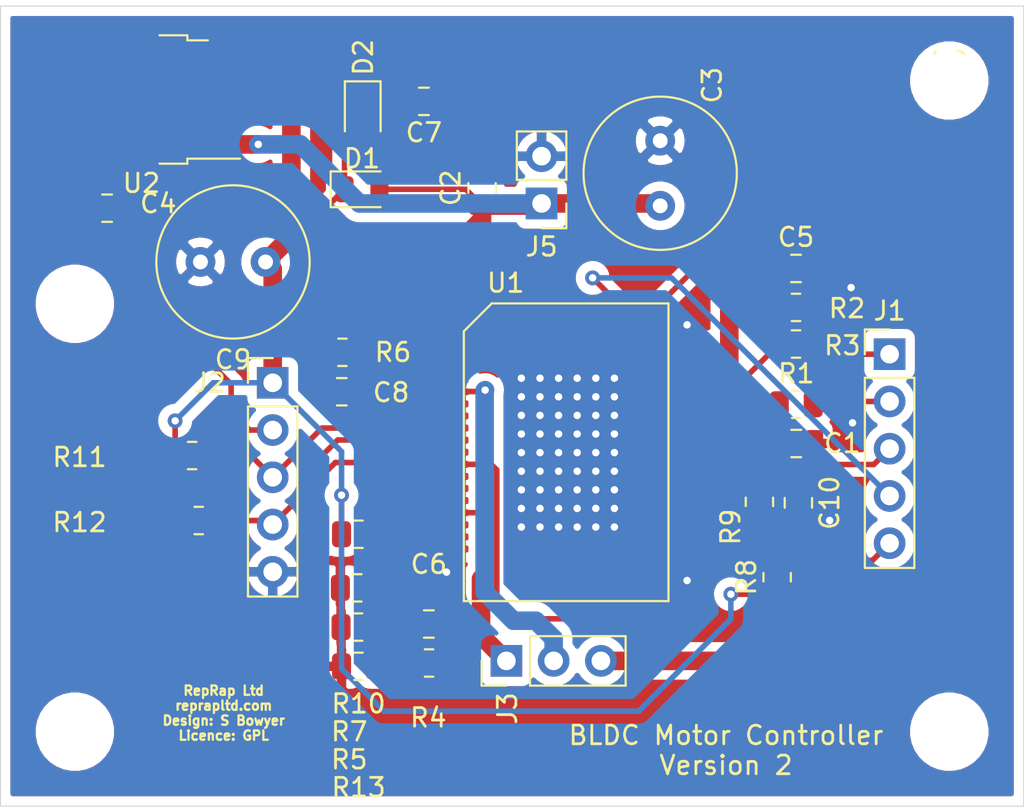
<source format=kicad_pcb>
(kicad_pcb (version 20171130) (host pcbnew 5.1.6-c6e7f7d~87~ubuntu18.04.1)

  (general
    (thickness 1.6)
    (drawings 7)
    (tracks 282)
    (zones 0)
    (modules 35)
    (nets 38)
  )

  (page A4)
  (layers
    (0 F.Cu signal)
    (31 B.Cu signal)
    (32 B.Adhes user)
    (33 F.Adhes user)
    (34 B.Paste user)
    (35 F.Paste user)
    (36 B.SilkS user)
    (37 F.SilkS user)
    (38 B.Mask user)
    (39 F.Mask user)
    (40 Dwgs.User user)
    (41 Cmts.User user)
    (42 Eco1.User user)
    (43 Eco2.User user)
    (44 Edge.Cuts user)
    (45 Margin user)
    (46 B.CrtYd user)
    (47 F.CrtYd user)
    (48 B.Fab user)
    (49 F.Fab user)
  )

  (setup
    (last_trace_width 0.25)
    (user_trace_width 0.3)
    (user_trace_width 1)
    (trace_clearance 0.2)
    (zone_clearance 0.508)
    (zone_45_only no)
    (trace_min 0.2)
    (via_size 0.8)
    (via_drill 0.4)
    (via_min_size 0.4)
    (via_min_drill 0.3)
    (user_via 2 1)
    (user_via 3 1)
    (user_via 22 1)
    (uvia_size 0.3)
    (uvia_drill 0.1)
    (uvias_allowed no)
    (uvia_min_size 0.2)
    (uvia_min_drill 0.1)
    (edge_width 0.05)
    (segment_width 0.2)
    (pcb_text_width 0.3)
    (pcb_text_size 1.5 1.5)
    (mod_edge_width 0.12)
    (mod_text_size 1 1)
    (mod_text_width 0.15)
    (pad_size 1.524 1.524)
    (pad_drill 0.762)
    (pad_to_mask_clearance 0.05)
    (aux_axis_origin 0 0)
    (visible_elements FFFFFF7F)
    (pcbplotparams
      (layerselection 0x010e8_ffffffff)
      (usegerberextensions false)
      (usegerberattributes true)
      (usegerberadvancedattributes true)
      (creategerberjobfile true)
      (excludeedgelayer true)
      (linewidth 0.100000)
      (plotframeref false)
      (viasonmask false)
      (mode 1)
      (useauxorigin false)
      (hpglpennumber 1)
      (hpglpenspeed 20)
      (hpglpendiameter 15.000000)
      (psnegative false)
      (psa4output false)
      (plotreference true)
      (plotvalue true)
      (plotinvisibletext false)
      (padsonsilk false)
      (subtractmaskfromsilk false)
      (outputformat 1)
      (mirror false)
      (drillshape 0)
      (scaleselection 1)
      (outputdirectory "GERBERS/RepRapLtd-BLDC/"))
  )

  (net 0 "")
  (net 1 GND)
  (net 2 ENABLE)
  (net 3 VSS)
  (net 4 +5V)
  (net 5 VREF)
  (net 6 "Net-(C6-Pad1)")
  (net 7 "Net-(C7-Pad2)")
  (net 8 "Net-(C8-Pad1)")
  (net 9 "Net-(C8-Pad2)")
  (net 10 "Net-(C10-Pad1)")
  (net 11 "Net-(D1-Pad1)")
  (net 12 TACHO)
  (net 13 BRAKE)
  (net 14 F-R)
  (net 15 "Net-(J1-Pad2)")
  (net 16 "Net-(J1-Pad1)")
  (net 17 HALL1)
  (net 18 HALL2)
  (net 19 HALL3)
  (net 20 PHASE1)
  (net 21 PHASE2)
  (net 22 PHASE3)
  (net 23 "Net-(R13-Pad2)")
  (net 24 "Net-(U1-Pad2)")
  (net 25 "Net-(U1-Pad3)")
  (net 26 "Net-(U1-Pad6)")
  (net 27 "Net-(U1-Pad14)")
  (net 28 "Net-(U1-Pad16)")
  (net 29 "Net-(U1-Pad17)")
  (net 30 "Net-(U1-Pad20)")
  (net 31 "Net-(U1-Pad21)")
  (net 32 "Net-(U1-Pad23)")
  (net 33 "Net-(U1-Pad25)")
  (net 34 "Net-(U1-Pad31)")
  (net 35 "Net-(U1-Pad33)")
  (net 36 "Net-(U1-Pad34)")
  (net 37 "Net-(U1-Pad35)")

  (net_class Default "This is the default net class."
    (clearance 0.2)
    (trace_width 0.25)
    (via_dia 0.8)
    (via_drill 0.4)
    (uvia_dia 0.3)
    (uvia_drill 0.1)
    (add_net +5V)
    (add_net BRAKE)
    (add_net ENABLE)
    (add_net F-R)
    (add_net GND)
    (add_net HALL1)
    (add_net HALL2)
    (add_net HALL3)
    (add_net "Net-(C10-Pad1)")
    (add_net "Net-(C6-Pad1)")
    (add_net "Net-(C7-Pad2)")
    (add_net "Net-(C8-Pad1)")
    (add_net "Net-(C8-Pad2)")
    (add_net "Net-(D1-Pad1)")
    (add_net "Net-(J1-Pad1)")
    (add_net "Net-(J1-Pad2)")
    (add_net "Net-(R13-Pad2)")
    (add_net "Net-(U1-Pad14)")
    (add_net "Net-(U1-Pad16)")
    (add_net "Net-(U1-Pad17)")
    (add_net "Net-(U1-Pad2)")
    (add_net "Net-(U1-Pad20)")
    (add_net "Net-(U1-Pad21)")
    (add_net "Net-(U1-Pad23)")
    (add_net "Net-(U1-Pad25)")
    (add_net "Net-(U1-Pad3)")
    (add_net "Net-(U1-Pad31)")
    (add_net "Net-(U1-Pad33)")
    (add_net "Net-(U1-Pad34)")
    (add_net "Net-(U1-Pad35)")
    (add_net "Net-(U1-Pad6)")
    (add_net PHASE1)
    (add_net PHASE2)
    (add_net PHASE3)
    (add_net TACHO)
    (add_net VREF)
    (add_net VSS)
  )

  (module Capacitor_SMD:C_0805_2012Metric (layer F.Cu) (tedit 5F68FEEE) (tstamp 616D8401)
    (at 43.7744 170.5102)
    (descr "Capacitor SMD 0805 (2012 Metric), square (rectangular) end terminal, IPC_7351 nominal, (Body size source: IPC-SM-782 page 76, https://www.pcb-3d.com/wordpress/wp-content/uploads/ipc-sm-782a_amendment_1_and_2.pdf, https://docs.google.com/spreadsheets/d/1BsfQQcO9C6DZCsRaXUlFlo91Tg2WpOkGARC1WS5S8t0/edit?usp=sharing), generated with kicad-footprint-generator")
    (tags capacitor)
    (path /61636CEA)
    (attr smd)
    (fp_text reference C1 (at 2.4756 -0.0102) (layer F.SilkS)
      (effects (font (size 1 1) (thickness 0.15)))
    )
    (fp_text value 5.6n (at -3.0244 -0.0102) (layer F.Fab)
      (effects (font (size 1 1) (thickness 0.15)))
    )
    (fp_line (start 1.7 0.98) (end -1.7 0.98) (layer F.CrtYd) (width 0.05))
    (fp_line (start 1.7 -0.98) (end 1.7 0.98) (layer F.CrtYd) (width 0.05))
    (fp_line (start -1.7 -0.98) (end 1.7 -0.98) (layer F.CrtYd) (width 0.05))
    (fp_line (start -1.7 0.98) (end -1.7 -0.98) (layer F.CrtYd) (width 0.05))
    (fp_line (start -0.261252 0.735) (end 0.261252 0.735) (layer F.SilkS) (width 0.12))
    (fp_line (start -0.261252 -0.735) (end 0.261252 -0.735) (layer F.SilkS) (width 0.12))
    (fp_line (start 1 0.625) (end -1 0.625) (layer F.Fab) (width 0.1))
    (fp_line (start 1 -0.625) (end 1 0.625) (layer F.Fab) (width 0.1))
    (fp_line (start -1 -0.625) (end 1 -0.625) (layer F.Fab) (width 0.1))
    (fp_line (start -1 0.625) (end -1 -0.625) (layer F.Fab) (width 0.1))
    (fp_text user %R (at 0 0) (layer F.Fab)
      (effects (font (size 0.5 0.5) (thickness 0.08)))
    )
    (pad 2 smd roundrect (at 0.95 0) (size 1 1.45) (layers F.Cu F.Paste F.Mask) (roundrect_rratio 0.25)
      (net 1 GND))
    (pad 1 smd roundrect (at -0.95 0) (size 1 1.45) (layers F.Cu F.Paste F.Mask) (roundrect_rratio 0.25)
      (net 2 ENABLE))
    (model ${KISYS3DMOD}/Capacitor_SMD.3dshapes/C_0805_2012Metric.wrl
      (at (xyz 0 0 0))
      (scale (xyz 1 1 1))
      (rotate (xyz 0 0 0))
    )
  )

  (module Capacitor_SMD:C_0805_2012Metric (layer F.Cu) (tedit 5F68FEEE) (tstamp 616D8412)
    (at 26.8859 156.7713 90)
    (descr "Capacitor SMD 0805 (2012 Metric), square (rectangular) end terminal, IPC_7351 nominal, (Body size source: IPC-SM-782 page 76, https://www.pcb-3d.com/wordpress/wp-content/uploads/ipc-sm-782a_amendment_1_and_2.pdf, https://docs.google.com/spreadsheets/d/1BsfQQcO9C6DZCsRaXUlFlo91Tg2WpOkGARC1WS5S8t0/edit?usp=sharing), generated with kicad-footprint-generator")
    (tags capacitor)
    (path /615D745E)
    (attr smd)
    (fp_text reference C2 (at 0 -1.68 90) (layer F.SilkS)
      (effects (font (size 1 1) (thickness 0.15)))
    )
    (fp_text value 0.1u (at 3.2713 0.1141 90) (layer F.Fab)
      (effects (font (size 1 1) (thickness 0.15)))
    )
    (fp_line (start 1.7 0.98) (end -1.7 0.98) (layer F.CrtYd) (width 0.05))
    (fp_line (start 1.7 -0.98) (end 1.7 0.98) (layer F.CrtYd) (width 0.05))
    (fp_line (start -1.7 -0.98) (end 1.7 -0.98) (layer F.CrtYd) (width 0.05))
    (fp_line (start -1.7 0.98) (end -1.7 -0.98) (layer F.CrtYd) (width 0.05))
    (fp_line (start -0.261252 0.735) (end 0.261252 0.735) (layer F.SilkS) (width 0.12))
    (fp_line (start -0.261252 -0.735) (end 0.261252 -0.735) (layer F.SilkS) (width 0.12))
    (fp_line (start 1 0.625) (end -1 0.625) (layer F.Fab) (width 0.1))
    (fp_line (start 1 -0.625) (end 1 0.625) (layer F.Fab) (width 0.1))
    (fp_line (start -1 -0.625) (end 1 -0.625) (layer F.Fab) (width 0.1))
    (fp_line (start -1 0.625) (end -1 -0.625) (layer F.Fab) (width 0.1))
    (fp_text user %R (at 0 0 90) (layer F.Fab)
      (effects (font (size 0.5 0.5) (thickness 0.08)))
    )
    (pad 2 smd roundrect (at 0.95 0 90) (size 1 1.45) (layers F.Cu F.Paste F.Mask) (roundrect_rratio 0.25)
      (net 1 GND))
    (pad 1 smd roundrect (at -0.95 0 90) (size 1 1.45) (layers F.Cu F.Paste F.Mask) (roundrect_rratio 0.25)
      (net 3 VSS))
    (model ${KISYS3DMOD}/Capacitor_SMD.3dshapes/C_0805_2012Metric.wrl
      (at (xyz 0 0 0))
      (scale (xyz 1 1 1))
      (rotate (xyz 0 0 0))
    )
  )

  (module Capacitor_THT:C_Radial_D8.0mm_H7.0mm_P3.50mm (layer F.Cu) (tedit 5BC5C9B9) (tstamp 616D841C)
    (at 36.4617 157.734 90)
    (descr "C, Radial series, Radial, pin pitch=3.50mm, diameter=8mm, height=7mm, Non-Polar Electrolytic Capacitor")
    (tags "C Radial series Radial pin pitch 3.50mm diameter 8mm height 7mm Non-Polar Electrolytic Capacitor")
    (path /615C8FC6)
    (fp_text reference C3 (at 6.484 2.7883 90) (layer F.SilkS)
      (effects (font (size 1 1) (thickness 0.15)))
    )
    (fp_text value 100u (at 1.75 5.25 90) (layer F.Fab)
      (effects (font (size 1 1) (thickness 0.15)))
    )
    (fp_circle (center 1.75 0) (end 5.75 0) (layer F.Fab) (width 0.1))
    (fp_circle (center 1.75 0) (end 5.87 0) (layer F.SilkS) (width 0.12))
    (fp_circle (center 1.75 0) (end 6 0) (layer F.CrtYd) (width 0.05))
    (pad 1 thru_hole circle (at 0 0 90) (size 1.6 1.6) (drill 0.8) (layers *.Cu *.Mask)
      (net 3 VSS))
    (pad 2 thru_hole circle (at 3.5 0 90) (size 1.6 1.6) (drill 0.8) (layers *.Cu *.Mask)
      (net 1 GND))
    (model ${KISYS3DMOD}/Capacitor_THT.3dshapes/C_Radial_D8.0mm_H7.0mm_P3.50mm.wrl
      (at (xyz 0 0 0))
      (scale (xyz 1 1 1))
      (rotate (xyz 0 0 0))
    )
  )

  (module Capacitor_SMD:C_0805_2012Metric (layer F.Cu) (tedit 5F68FEEE) (tstamp 616D843E)
    (at 43.7617 161.0995)
    (descr "Capacitor SMD 0805 (2012 Metric), square (rectangular) end terminal, IPC_7351 nominal, (Body size source: IPC-SM-782 page 76, https://www.pcb-3d.com/wordpress/wp-content/uploads/ipc-sm-782a_amendment_1_and_2.pdf, https://docs.google.com/spreadsheets/d/1BsfQQcO9C6DZCsRaXUlFlo91Tg2WpOkGARC1WS5S8t0/edit?usp=sharing), generated with kicad-footprint-generator")
    (tags capacitor)
    (path /616BFB8B)
    (attr smd)
    (fp_text reference C5 (at 0 -1.68) (layer F.SilkS)
      (effects (font (size 1 1) (thickness 0.15)))
    )
    (fp_text value 0.1u (at -3.2617 -0.0995) (layer F.Fab)
      (effects (font (size 1 1) (thickness 0.15)))
    )
    (fp_line (start -1 0.625) (end -1 -0.625) (layer F.Fab) (width 0.1))
    (fp_line (start -1 -0.625) (end 1 -0.625) (layer F.Fab) (width 0.1))
    (fp_line (start 1 -0.625) (end 1 0.625) (layer F.Fab) (width 0.1))
    (fp_line (start 1 0.625) (end -1 0.625) (layer F.Fab) (width 0.1))
    (fp_line (start -0.261252 -0.735) (end 0.261252 -0.735) (layer F.SilkS) (width 0.12))
    (fp_line (start -0.261252 0.735) (end 0.261252 0.735) (layer F.SilkS) (width 0.12))
    (fp_line (start -1.7 0.98) (end -1.7 -0.98) (layer F.CrtYd) (width 0.05))
    (fp_line (start -1.7 -0.98) (end 1.7 -0.98) (layer F.CrtYd) (width 0.05))
    (fp_line (start 1.7 -0.98) (end 1.7 0.98) (layer F.CrtYd) (width 0.05))
    (fp_line (start 1.7 0.98) (end -1.7 0.98) (layer F.CrtYd) (width 0.05))
    (fp_text user %R (at 0 0) (layer F.Fab)
      (effects (font (size 0.5 0.5) (thickness 0.08)))
    )
    (pad 1 smd roundrect (at -0.95 0) (size 1 1.45) (layers F.Cu F.Paste F.Mask) (roundrect_rratio 0.25)
      (net 5 VREF))
    (pad 2 smd roundrect (at 0.95 0) (size 1 1.45) (layers F.Cu F.Paste F.Mask) (roundrect_rratio 0.25)
      (net 1 GND))
    (model ${KISYS3DMOD}/Capacitor_SMD.3dshapes/C_0805_2012Metric.wrl
      (at (xyz 0 0 0))
      (scale (xyz 1 1 1))
      (rotate (xyz 0 0 0))
    )
  )

  (module Capacitor_SMD:C_0805_2012Metric (layer F.Cu) (tedit 5F68FEEE) (tstamp 616D844F)
    (at 24.0259 180.213)
    (descr "Capacitor SMD 0805 (2012 Metric), square (rectangular) end terminal, IPC_7351 nominal, (Body size source: IPC-SM-782 page 76, https://www.pcb-3d.com/wordpress/wp-content/uploads/ipc-sm-782a_amendment_1_and_2.pdf, https://docs.google.com/spreadsheets/d/1BsfQQcO9C6DZCsRaXUlFlo91Tg2WpOkGARC1WS5S8t0/edit?usp=sharing), generated with kicad-footprint-generator")
    (tags capacitor)
    (path /61664F98)
    (attr smd)
    (fp_text reference C6 (at 0 -3.213) (layer F.SilkS)
      (effects (font (size 1 1) (thickness 0.15)))
    )
    (fp_text value 1n (at -0.0259 -1.713) (layer F.Fab)
      (effects (font (size 1 1) (thickness 0.15)))
    )
    (fp_line (start 1.7 0.98) (end -1.7 0.98) (layer F.CrtYd) (width 0.05))
    (fp_line (start 1.7 -0.98) (end 1.7 0.98) (layer F.CrtYd) (width 0.05))
    (fp_line (start -1.7 -0.98) (end 1.7 -0.98) (layer F.CrtYd) (width 0.05))
    (fp_line (start -1.7 0.98) (end -1.7 -0.98) (layer F.CrtYd) (width 0.05))
    (fp_line (start -0.261252 0.735) (end 0.261252 0.735) (layer F.SilkS) (width 0.12))
    (fp_line (start -0.261252 -0.735) (end 0.261252 -0.735) (layer F.SilkS) (width 0.12))
    (fp_line (start 1 0.625) (end -1 0.625) (layer F.Fab) (width 0.1))
    (fp_line (start 1 -0.625) (end 1 0.625) (layer F.Fab) (width 0.1))
    (fp_line (start -1 -0.625) (end 1 -0.625) (layer F.Fab) (width 0.1))
    (fp_line (start -1 0.625) (end -1 -0.625) (layer F.Fab) (width 0.1))
    (fp_text user %R (at 0 0) (layer F.Fab)
      (effects (font (size 0.5 0.5) (thickness 0.08)))
    )
    (pad 2 smd roundrect (at 0.95 0) (size 1 1.45) (layers F.Cu F.Paste F.Mask) (roundrect_rratio 0.25)
      (net 1 GND))
    (pad 1 smd roundrect (at -0.95 0) (size 1 1.45) (layers F.Cu F.Paste F.Mask) (roundrect_rratio 0.25)
      (net 6 "Net-(C6-Pad1)"))
    (model ${KISYS3DMOD}/Capacitor_SMD.3dshapes/C_0805_2012Metric.wrl
      (at (xyz 0 0 0))
      (scale (xyz 1 1 1))
      (rotate (xyz 0 0 0))
    )
  )

  (module Capacitor_SMD:C_0805_2012Metric (layer F.Cu) (tedit 5F68FEEE) (tstamp 616D8460)
    (at 23.7617 152.1206 180)
    (descr "Capacitor SMD 0805 (2012 Metric), square (rectangular) end terminal, IPC_7351 nominal, (Body size source: IPC-SM-782 page 76, https://www.pcb-3d.com/wordpress/wp-content/uploads/ipc-sm-782a_amendment_1_and_2.pdf, https://docs.google.com/spreadsheets/d/1BsfQQcO9C6DZCsRaXUlFlo91Tg2WpOkGARC1WS5S8t0/edit?usp=sharing), generated with kicad-footprint-generator")
    (tags capacitor)
    (path /615FA6DF)
    (attr smd)
    (fp_text reference C7 (at 0 -1.68) (layer F.SilkS)
      (effects (font (size 1 1) (thickness 0.15)))
    )
    (fp_text value 0.22u (at 0 1.68) (layer F.Fab)
      (effects (font (size 1 1) (thickness 0.15)))
    )
    (fp_line (start -1 0.625) (end -1 -0.625) (layer F.Fab) (width 0.1))
    (fp_line (start -1 -0.625) (end 1 -0.625) (layer F.Fab) (width 0.1))
    (fp_line (start 1 -0.625) (end 1 0.625) (layer F.Fab) (width 0.1))
    (fp_line (start 1 0.625) (end -1 0.625) (layer F.Fab) (width 0.1))
    (fp_line (start -0.261252 -0.735) (end 0.261252 -0.735) (layer F.SilkS) (width 0.12))
    (fp_line (start -0.261252 0.735) (end 0.261252 0.735) (layer F.SilkS) (width 0.12))
    (fp_line (start -1.7 0.98) (end -1.7 -0.98) (layer F.CrtYd) (width 0.05))
    (fp_line (start -1.7 -0.98) (end 1.7 -0.98) (layer F.CrtYd) (width 0.05))
    (fp_line (start 1.7 -0.98) (end 1.7 0.98) (layer F.CrtYd) (width 0.05))
    (fp_line (start 1.7 0.98) (end -1.7 0.98) (layer F.CrtYd) (width 0.05))
    (fp_text user %R (at 0 0) (layer F.Fab)
      (effects (font (size 0.5 0.5) (thickness 0.08)))
    )
    (pad 1 smd roundrect (at -0.95 0 180) (size 1 1.45) (layers F.Cu F.Paste F.Mask) (roundrect_rratio 0.25)
      (net 3 VSS))
    (pad 2 smd roundrect (at 0.95 0 180) (size 1 1.45) (layers F.Cu F.Paste F.Mask) (roundrect_rratio 0.25)
      (net 7 "Net-(C7-Pad2)"))
    (model ${KISYS3DMOD}/Capacitor_SMD.3dshapes/C_0805_2012Metric.wrl
      (at (xyz 0 0 0))
      (scale (xyz 1 1 1))
      (rotate (xyz 0 0 0))
    )
  )

  (module Capacitor_SMD:C_0805_2012Metric (layer F.Cu) (tedit 5F68FEEE) (tstamp 616D8471)
    (at 19.3446 167.7289)
    (descr "Capacitor SMD 0805 (2012 Metric), square (rectangular) end terminal, IPC_7351 nominal, (Body size source: IPC-SM-782 page 76, https://www.pcb-3d.com/wordpress/wp-content/uploads/ipc-sm-782a_amendment_1_and_2.pdf, https://docs.google.com/spreadsheets/d/1BsfQQcO9C6DZCsRaXUlFlo91Tg2WpOkGARC1WS5S8t0/edit?usp=sharing), generated with kicad-footprint-generator")
    (tags capacitor)
    (path /615FCDFF)
    (attr smd)
    (fp_text reference C8 (at 2.6554 0.0381) (layer F.SilkS)
      (effects (font (size 1 1) (thickness 0.15)))
    )
    (fp_text value 10n (at 0 1.68) (layer F.Fab)
      (effects (font (size 1 1) (thickness 0.15)))
    )
    (fp_line (start -1 0.625) (end -1 -0.625) (layer F.Fab) (width 0.1))
    (fp_line (start -1 -0.625) (end 1 -0.625) (layer F.Fab) (width 0.1))
    (fp_line (start 1 -0.625) (end 1 0.625) (layer F.Fab) (width 0.1))
    (fp_line (start 1 0.625) (end -1 0.625) (layer F.Fab) (width 0.1))
    (fp_line (start -0.261252 -0.735) (end 0.261252 -0.735) (layer F.SilkS) (width 0.12))
    (fp_line (start -0.261252 0.735) (end 0.261252 0.735) (layer F.SilkS) (width 0.12))
    (fp_line (start -1.7 0.98) (end -1.7 -0.98) (layer F.CrtYd) (width 0.05))
    (fp_line (start -1.7 -0.98) (end 1.7 -0.98) (layer F.CrtYd) (width 0.05))
    (fp_line (start 1.7 -0.98) (end 1.7 0.98) (layer F.CrtYd) (width 0.05))
    (fp_line (start 1.7 0.98) (end -1.7 0.98) (layer F.CrtYd) (width 0.05))
    (fp_text user %R (at 0 0) (layer F.Fab)
      (effects (font (size 0.5 0.5) (thickness 0.08)))
    )
    (pad 1 smd roundrect (at -0.95 0) (size 1 1.45) (layers F.Cu F.Paste F.Mask) (roundrect_rratio 0.25)
      (net 8 "Net-(C8-Pad1)"))
    (pad 2 smd roundrect (at 0.95 0) (size 1 1.45) (layers F.Cu F.Paste F.Mask) (roundrect_rratio 0.25)
      (net 9 "Net-(C8-Pad2)"))
    (model ${KISYS3DMOD}/Capacitor_SMD.3dshapes/C_0805_2012Metric.wrl
      (at (xyz 0 0 0))
      (scale (xyz 1 1 1))
      (rotate (xyz 0 0 0))
    )
  )

  (module Capacitor_SMD:C_0805_2012Metric (layer F.Cu) (tedit 5F68FEEE) (tstamp 616D8482)
    (at 43.8887 173.6979 270)
    (descr "Capacitor SMD 0805 (2012 Metric), square (rectangular) end terminal, IPC_7351 nominal, (Body size source: IPC-SM-782 page 76, https://www.pcb-3d.com/wordpress/wp-content/uploads/ipc-sm-782a_amendment_1_and_2.pdf, https://docs.google.com/spreadsheets/d/1BsfQQcO9C6DZCsRaXUlFlo91Tg2WpOkGARC1WS5S8t0/edit?usp=sharing), generated with kicad-footprint-generator")
    (tags capacitor)
    (path /6166283F)
    (attr smd)
    (fp_text reference C10 (at 0 -1.68 90) (layer F.SilkS)
      (effects (font (size 1 1) (thickness 0.15)))
    )
    (fp_text value 10n (at 0 -2.8613 90) (layer F.Fab)
      (effects (font (size 1 1) (thickness 0.15)))
    )
    (fp_line (start 1.7 0.98) (end -1.7 0.98) (layer F.CrtYd) (width 0.05))
    (fp_line (start 1.7 -0.98) (end 1.7 0.98) (layer F.CrtYd) (width 0.05))
    (fp_line (start -1.7 -0.98) (end 1.7 -0.98) (layer F.CrtYd) (width 0.05))
    (fp_line (start -1.7 0.98) (end -1.7 -0.98) (layer F.CrtYd) (width 0.05))
    (fp_line (start -0.261252 0.735) (end 0.261252 0.735) (layer F.SilkS) (width 0.12))
    (fp_line (start -0.261252 -0.735) (end 0.261252 -0.735) (layer F.SilkS) (width 0.12))
    (fp_line (start 1 0.625) (end -1 0.625) (layer F.Fab) (width 0.1))
    (fp_line (start 1 -0.625) (end 1 0.625) (layer F.Fab) (width 0.1))
    (fp_line (start -1 -0.625) (end 1 -0.625) (layer F.Fab) (width 0.1))
    (fp_line (start -1 0.625) (end -1 -0.625) (layer F.Fab) (width 0.1))
    (fp_text user %R (at 0 0 90) (layer F.Fab)
      (effects (font (size 0.5 0.5) (thickness 0.08)))
    )
    (pad 2 smd roundrect (at 0.95 0 270) (size 1 1.45) (layers F.Cu F.Paste F.Mask) (roundrect_rratio 0.25)
      (net 1 GND))
    (pad 1 smd roundrect (at -0.95 0 270) (size 1 1.45) (layers F.Cu F.Paste F.Mask) (roundrect_rratio 0.25)
      (net 10 "Net-(C10-Pad1)"))
    (model ${KISYS3DMOD}/Capacitor_SMD.3dshapes/C_0805_2012Metric.wrl
      (at (xyz 0 0 0))
      (scale (xyz 1 1 1))
      (rotate (xyz 0 0 0))
    )
  )

  (module Diode_SMD:D_0805_2012Metric (layer F.Cu) (tedit 5F68FEF0) (tstamp 616D8495)
    (at 20.432 156.845)
    (descr "Diode SMD 0805 (2012 Metric), square (rectangular) end terminal, IPC_7351 nominal, (Body size source: https://docs.google.com/spreadsheets/d/1BsfQQcO9C6DZCsRaXUlFlo91Tg2WpOkGARC1WS5S8t0/edit?usp=sharing), generated with kicad-footprint-generator")
    (tags diode)
    (path /615ED72A)
    (attr smd)
    (fp_text reference D1 (at 0 -1.65) (layer F.SilkS)
      (effects (font (size 1 1) (thickness 0.15)))
    )
    (fp_text value 1N4148 (at 0 1.65) (layer F.Fab)
      (effects (font (size 1 1) (thickness 0.15)))
    )
    (fp_line (start 1.68 0.95) (end -1.68 0.95) (layer F.CrtYd) (width 0.05))
    (fp_line (start 1.68 -0.95) (end 1.68 0.95) (layer F.CrtYd) (width 0.05))
    (fp_line (start -1.68 -0.95) (end 1.68 -0.95) (layer F.CrtYd) (width 0.05))
    (fp_line (start -1.68 0.95) (end -1.68 -0.95) (layer F.CrtYd) (width 0.05))
    (fp_line (start -1.685 0.96) (end 1 0.96) (layer F.SilkS) (width 0.12))
    (fp_line (start -1.685 -0.96) (end -1.685 0.96) (layer F.SilkS) (width 0.12))
    (fp_line (start 1 -0.96) (end -1.685 -0.96) (layer F.SilkS) (width 0.12))
    (fp_line (start 1 0.6) (end 1 -0.6) (layer F.Fab) (width 0.1))
    (fp_line (start -1 0.6) (end 1 0.6) (layer F.Fab) (width 0.1))
    (fp_line (start -1 -0.3) (end -1 0.6) (layer F.Fab) (width 0.1))
    (fp_line (start -0.7 -0.6) (end -1 -0.3) (layer F.Fab) (width 0.1))
    (fp_line (start 1 -0.6) (end -0.7 -0.6) (layer F.Fab) (width 0.1))
    (fp_text user %R (at 0 0) (layer F.Fab)
      (effects (font (size 0.5 0.5) (thickness 0.08)))
    )
    (pad 2 smd roundrect (at 0.9375 0) (size 0.975 1.4) (layers F.Cu F.Paste F.Mask) (roundrect_rratio 0.25)
      (net 3 VSS))
    (pad 1 smd roundrect (at -0.9375 0) (size 0.975 1.4) (layers F.Cu F.Paste F.Mask) (roundrect_rratio 0.25)
      (net 11 "Net-(D1-Pad1)"))
    (model ${KISYS3DMOD}/Diode_SMD.3dshapes/D_0805_2012Metric.wrl
      (at (xyz 0 0 0))
      (scale (xyz 1 1 1))
      (rotate (xyz 0 0 0))
    )
  )

  (module Diode_SMD:D_0805_2012Metric (layer F.Cu) (tedit 5F68FEF0) (tstamp 616DD0CF)
    (at 20.4724 152.7279 270)
    (descr "Diode SMD 0805 (2012 Metric), square (rectangular) end terminal, IPC_7351 nominal, (Body size source: https://docs.google.com/spreadsheets/d/1BsfQQcO9C6DZCsRaXUlFlo91Tg2WpOkGARC1WS5S8t0/edit?usp=sharing), generated with kicad-footprint-generator")
    (tags diode)
    (path /615F2F0E)
    (attr smd)
    (fp_text reference D2 (at -2.9779 -0.0276 90) (layer F.SilkS)
      (effects (font (size 1 1) (thickness 0.15)))
    )
    (fp_text value 1N4148 (at 0 1.65 90) (layer F.Fab)
      (effects (font (size 1 1) (thickness 0.15)))
    )
    (fp_line (start 1 -0.6) (end -0.7 -0.6) (layer F.Fab) (width 0.1))
    (fp_line (start -0.7 -0.6) (end -1 -0.3) (layer F.Fab) (width 0.1))
    (fp_line (start -1 -0.3) (end -1 0.6) (layer F.Fab) (width 0.1))
    (fp_line (start -1 0.6) (end 1 0.6) (layer F.Fab) (width 0.1))
    (fp_line (start 1 0.6) (end 1 -0.6) (layer F.Fab) (width 0.1))
    (fp_line (start 1 -0.96) (end -1.685 -0.96) (layer F.SilkS) (width 0.12))
    (fp_line (start -1.685 -0.96) (end -1.685 0.96) (layer F.SilkS) (width 0.12))
    (fp_line (start -1.685 0.96) (end 1 0.96) (layer F.SilkS) (width 0.12))
    (fp_line (start -1.68 0.95) (end -1.68 -0.95) (layer F.CrtYd) (width 0.05))
    (fp_line (start -1.68 -0.95) (end 1.68 -0.95) (layer F.CrtYd) (width 0.05))
    (fp_line (start 1.68 -0.95) (end 1.68 0.95) (layer F.CrtYd) (width 0.05))
    (fp_line (start 1.68 0.95) (end -1.68 0.95) (layer F.CrtYd) (width 0.05))
    (fp_text user %R (at 0 0 90) (layer F.Fab)
      (effects (font (size 0.5 0.5) (thickness 0.08)))
    )
    (pad 1 smd roundrect (at -0.9375 0 270) (size 0.975 1.4) (layers F.Cu F.Paste F.Mask) (roundrect_rratio 0.25)
      (net 7 "Net-(C7-Pad2)"))
    (pad 2 smd roundrect (at 0.9375 0 270) (size 0.975 1.4) (layers F.Cu F.Paste F.Mask) (roundrect_rratio 0.25)
      (net 11 "Net-(D1-Pad1)"))
    (model ${KISYS3DMOD}/Diode_SMD.3dshapes/D_0805_2012Metric.wrl
      (at (xyz 0 0 0))
      (scale (xyz 1 1 1))
      (rotate (xyz 0 0 0))
    )
  )

  (module Connector_PinHeader_2.54mm:PinHeader_1x05_P2.54mm_Vertical (layer F.Cu) (tedit 59FED5CC) (tstamp 616D84C1)
    (at 48.7934 165.7096)
    (descr "Through hole straight pin header, 1x05, 2.54mm pitch, single row")
    (tags "Through hole pin header THT 1x05 2.54mm single row")
    (path /6177BB55)
    (fp_text reference J1 (at 0 -2.33) (layer F.SilkS)
      (effects (font (size 1 1) (thickness 0.15)))
    )
    (fp_text value CONTROL (at 0 12.49) (layer F.Fab)
      (effects (font (size 1 1) (thickness 0.15)))
    )
    (fp_line (start 1.8 -1.8) (end -1.8 -1.8) (layer F.CrtYd) (width 0.05))
    (fp_line (start 1.8 11.95) (end 1.8 -1.8) (layer F.CrtYd) (width 0.05))
    (fp_line (start -1.8 11.95) (end 1.8 11.95) (layer F.CrtYd) (width 0.05))
    (fp_line (start -1.8 -1.8) (end -1.8 11.95) (layer F.CrtYd) (width 0.05))
    (fp_line (start -1.33 -1.33) (end 0 -1.33) (layer F.SilkS) (width 0.12))
    (fp_line (start -1.33 0) (end -1.33 -1.33) (layer F.SilkS) (width 0.12))
    (fp_line (start -1.33 1.27) (end 1.33 1.27) (layer F.SilkS) (width 0.12))
    (fp_line (start 1.33 1.27) (end 1.33 11.49) (layer F.SilkS) (width 0.12))
    (fp_line (start -1.33 1.27) (end -1.33 11.49) (layer F.SilkS) (width 0.12))
    (fp_line (start -1.33 11.49) (end 1.33 11.49) (layer F.SilkS) (width 0.12))
    (fp_line (start -1.27 -0.635) (end -0.635 -1.27) (layer F.Fab) (width 0.1))
    (fp_line (start -1.27 11.43) (end -1.27 -0.635) (layer F.Fab) (width 0.1))
    (fp_line (start 1.27 11.43) (end -1.27 11.43) (layer F.Fab) (width 0.1))
    (fp_line (start 1.27 -1.27) (end 1.27 11.43) (layer F.Fab) (width 0.1))
    (fp_line (start -0.635 -1.27) (end 1.27 -1.27) (layer F.Fab) (width 0.1))
    (fp_text user %R (at 0 5.08 90) (layer F.Fab)
      (effects (font (size 1 1) (thickness 0.15)))
    )
    (pad 5 thru_hole oval (at 0 10.16) (size 1.7 1.7) (drill 1) (layers *.Cu *.Mask)
      (net 12 TACHO))
    (pad 4 thru_hole oval (at 0 7.62) (size 1.7 1.7) (drill 1) (layers *.Cu *.Mask)
      (net 13 BRAKE))
    (pad 3 thru_hole oval (at 0 5.08) (size 1.7 1.7) (drill 1) (layers *.Cu *.Mask)
      (net 14 F-R))
    (pad 2 thru_hole oval (at 0 2.54) (size 1.7 1.7) (drill 1) (layers *.Cu *.Mask)
      (net 15 "Net-(J1-Pad2)"))
    (pad 1 thru_hole rect (at 0 0) (size 1.7 1.7) (drill 1) (layers *.Cu *.Mask)
      (net 16 "Net-(J1-Pad1)"))
    (model ${KISYS3DMOD}/Connector_PinHeader_2.54mm.3dshapes/PinHeader_1x05_P2.54mm_Vertical.wrl
      (at (xyz 0 0 0))
      (scale (xyz 1 1 1))
      (rotate (xyz 0 0 0))
    )
  )

  (module Connector_PinHeader_2.54mm:PinHeader_1x05_P2.54mm_Vertical (layer F.Cu) (tedit 59FED5CC) (tstamp 616D84DA)
    (at 15.6337 167.2463)
    (descr "Through hole straight pin header, 1x05, 2.54mm pitch, single row")
    (tags "Through hole pin header THT 1x05 2.54mm single row")
    (path /615B5762)
    (fp_text reference J2 (at -3.3837 0.0037) (layer F.SilkS)
      (effects (font (size 1 1) (thickness 0.15)))
    )
    (fp_text value HALL (at -3.8837 1.7537) (layer F.Fab)
      (effects (font (size 1 1) (thickness 0.15)))
    )
    (fp_line (start -0.635 -1.27) (end 1.27 -1.27) (layer F.Fab) (width 0.1))
    (fp_line (start 1.27 -1.27) (end 1.27 11.43) (layer F.Fab) (width 0.1))
    (fp_line (start 1.27 11.43) (end -1.27 11.43) (layer F.Fab) (width 0.1))
    (fp_line (start -1.27 11.43) (end -1.27 -0.635) (layer F.Fab) (width 0.1))
    (fp_line (start -1.27 -0.635) (end -0.635 -1.27) (layer F.Fab) (width 0.1))
    (fp_line (start -1.33 11.49) (end 1.33 11.49) (layer F.SilkS) (width 0.12))
    (fp_line (start -1.33 1.27) (end -1.33 11.49) (layer F.SilkS) (width 0.12))
    (fp_line (start 1.33 1.27) (end 1.33 11.49) (layer F.SilkS) (width 0.12))
    (fp_line (start -1.33 1.27) (end 1.33 1.27) (layer F.SilkS) (width 0.12))
    (fp_line (start -1.33 0) (end -1.33 -1.33) (layer F.SilkS) (width 0.12))
    (fp_line (start -1.33 -1.33) (end 0 -1.33) (layer F.SilkS) (width 0.12))
    (fp_line (start -1.8 -1.8) (end -1.8 11.95) (layer F.CrtYd) (width 0.05))
    (fp_line (start -1.8 11.95) (end 1.8 11.95) (layer F.CrtYd) (width 0.05))
    (fp_line (start 1.8 11.95) (end 1.8 -1.8) (layer F.CrtYd) (width 0.05))
    (fp_line (start 1.8 -1.8) (end -1.8 -1.8) (layer F.CrtYd) (width 0.05))
    (fp_text user %R (at 0 5.08 90) (layer F.Fab)
      (effects (font (size 1 1) (thickness 0.15)))
    )
    (pad 1 thru_hole rect (at 0 0) (size 1.7 1.7) (drill 1) (layers *.Cu *.Mask)
      (net 4 +5V))
    (pad 2 thru_hole oval (at 0 2.54) (size 1.7 1.7) (drill 1) (layers *.Cu *.Mask)
      (net 17 HALL1))
    (pad 3 thru_hole oval (at 0 5.08) (size 1.7 1.7) (drill 1) (layers *.Cu *.Mask)
      (net 18 HALL2))
    (pad 4 thru_hole oval (at 0 7.62) (size 1.7 1.7) (drill 1) (layers *.Cu *.Mask)
      (net 19 HALL3))
    (pad 5 thru_hole oval (at 0 10.16) (size 1.7 1.7) (drill 1) (layers *.Cu *.Mask)
      (net 1 GND))
    (model ${KISYS3DMOD}/Connector_PinHeader_2.54mm.3dshapes/PinHeader_1x05_P2.54mm_Vertical.wrl
      (at (xyz 0 0 0))
      (scale (xyz 1 1 1))
      (rotate (xyz 0 0 0))
    )
  )

  (module Connector_PinHeader_2.54mm:PinHeader_1x03_P2.54mm_Vertical (layer F.Cu) (tedit 59FED5CC) (tstamp 616DA50E)
    (at 28.194 182.1942 90)
    (descr "Through hole straight pin header, 1x03, 2.54mm pitch, single row")
    (tags "Through hole pin header THT 1x03 2.54mm single row")
    (path /615B4674)
    (fp_text reference J3 (at -2.5558 0.056 90) (layer F.SilkS)
      (effects (font (size 1 1) (thickness 0.15)))
    )
    (fp_text value MOTOR (at 0 7.41 90) (layer F.Fab)
      (effects (font (size 1 1) (thickness 0.15)))
    )
    (fp_line (start -0.635 -1.27) (end 1.27 -1.27) (layer F.Fab) (width 0.1))
    (fp_line (start 1.27 -1.27) (end 1.27 6.35) (layer F.Fab) (width 0.1))
    (fp_line (start 1.27 6.35) (end -1.27 6.35) (layer F.Fab) (width 0.1))
    (fp_line (start -1.27 6.35) (end -1.27 -0.635) (layer F.Fab) (width 0.1))
    (fp_line (start -1.27 -0.635) (end -0.635 -1.27) (layer F.Fab) (width 0.1))
    (fp_line (start -1.33 6.41) (end 1.33 6.41) (layer F.SilkS) (width 0.12))
    (fp_line (start -1.33 1.27) (end -1.33 6.41) (layer F.SilkS) (width 0.12))
    (fp_line (start 1.33 1.27) (end 1.33 6.41) (layer F.SilkS) (width 0.12))
    (fp_line (start -1.33 1.27) (end 1.33 1.27) (layer F.SilkS) (width 0.12))
    (fp_line (start -1.33 0) (end -1.33 -1.33) (layer F.SilkS) (width 0.12))
    (fp_line (start -1.33 -1.33) (end 0 -1.33) (layer F.SilkS) (width 0.12))
    (fp_line (start -1.8 -1.8) (end -1.8 6.85) (layer F.CrtYd) (width 0.05))
    (fp_line (start -1.8 6.85) (end 1.8 6.85) (layer F.CrtYd) (width 0.05))
    (fp_line (start 1.8 6.85) (end 1.8 -1.8) (layer F.CrtYd) (width 0.05))
    (fp_line (start 1.8 -1.8) (end -1.8 -1.8) (layer F.CrtYd) (width 0.05))
    (fp_text user %R (at 0 2.54) (layer F.Fab)
      (effects (font (size 1 1) (thickness 0.15)))
    )
    (pad 1 thru_hole rect (at 0 0 90) (size 1.7 1.7) (drill 1) (layers *.Cu *.Mask)
      (net 20 PHASE1))
    (pad 2 thru_hole oval (at 0 2.54 90) (size 1.7 1.7) (drill 1) (layers *.Cu *.Mask)
      (net 21 PHASE2))
    (pad 3 thru_hole oval (at 0 5.08 90) (size 1.7 1.7) (drill 1) (layers *.Cu *.Mask)
      (net 22 PHASE3))
    (model ${KISYS3DMOD}/Connector_PinHeader_2.54mm.3dshapes/PinHeader_1x03_P2.54mm_Vertical.wrl
      (at (xyz 0 0 0))
      (scale (xyz 1 1 1))
      (rotate (xyz 0 0 0))
    )
  )

  (module Connector_PinHeader_2.54mm:PinHeader_1x02_P2.54mm_Vertical (layer F.Cu) (tedit 59FED5CC) (tstamp 616D851D)
    (at 30.0863 157.607 180)
    (descr "Through hole straight pin header, 1x02, 2.54mm pitch, single row")
    (tags "Through hole pin header THT 1x02 2.54mm single row")
    (path /615B3FB9)
    (fp_text reference J5 (at 0 -2.33) (layer F.SilkS)
      (effects (font (size 1 1) (thickness 0.15)))
    )
    (fp_text value PWR (at 0 4.87) (layer F.Fab)
      (effects (font (size 1 1) (thickness 0.15)))
    )
    (fp_line (start -0.635 -1.27) (end 1.27 -1.27) (layer F.Fab) (width 0.1))
    (fp_line (start 1.27 -1.27) (end 1.27 3.81) (layer F.Fab) (width 0.1))
    (fp_line (start 1.27 3.81) (end -1.27 3.81) (layer F.Fab) (width 0.1))
    (fp_line (start -1.27 3.81) (end -1.27 -0.635) (layer F.Fab) (width 0.1))
    (fp_line (start -1.27 -0.635) (end -0.635 -1.27) (layer F.Fab) (width 0.1))
    (fp_line (start -1.33 3.87) (end 1.33 3.87) (layer F.SilkS) (width 0.12))
    (fp_line (start -1.33 1.27) (end -1.33 3.87) (layer F.SilkS) (width 0.12))
    (fp_line (start 1.33 1.27) (end 1.33 3.87) (layer F.SilkS) (width 0.12))
    (fp_line (start -1.33 1.27) (end 1.33 1.27) (layer F.SilkS) (width 0.12))
    (fp_line (start -1.33 0) (end -1.33 -1.33) (layer F.SilkS) (width 0.12))
    (fp_line (start -1.33 -1.33) (end 0 -1.33) (layer F.SilkS) (width 0.12))
    (fp_line (start -1.8 -1.8) (end -1.8 4.35) (layer F.CrtYd) (width 0.05))
    (fp_line (start -1.8 4.35) (end 1.8 4.35) (layer F.CrtYd) (width 0.05))
    (fp_line (start 1.8 4.35) (end 1.8 -1.8) (layer F.CrtYd) (width 0.05))
    (fp_line (start 1.8 -1.8) (end -1.8 -1.8) (layer F.CrtYd) (width 0.05))
    (pad 1 thru_hole rect (at 0 0 180) (size 1.7 1.7) (drill 1) (layers *.Cu *.Mask)
      (net 3 VSS))
    (pad 2 thru_hole oval (at 0 2.54 180) (size 1.7 1.7) (drill 1) (layers *.Cu *.Mask)
      (net 1 GND))
    (model ${KISYS3DMOD}/Connector_PinHeader_2.54mm.3dshapes/PinHeader_1x02_P2.54mm_Vertical.wrl
      (at (xyz 0 0 0))
      (scale (xyz 1 1 1))
      (rotate (xyz 0 0 0))
    )
  )

  (module Resistor_SMD:R_0805_2012Metric (layer F.Cu) (tedit 5F68FEEE) (tstamp 616D852E)
    (at 43.775 168.402)
    (descr "Resistor SMD 0805 (2012 Metric), square (rectangular) end terminal, IPC_7351 nominal, (Body size source: IPC-SM-782 page 72, https://www.pcb-3d.com/wordpress/wp-content/uploads/ipc-sm-782a_amendment_1_and_2.pdf), generated with kicad-footprint-generator")
    (tags resistor)
    (path /61633D6A)
    (attr smd)
    (fp_text reference R1 (at 0 -1.65) (layer F.SilkS)
      (effects (font (size 1 1) (thickness 0.15)))
    )
    (fp_text value 100K (at -2.775 0.098) (layer F.Fab)
      (effects (font (size 1 1) (thickness 0.15)))
    )
    (fp_line (start -1 0.625) (end -1 -0.625) (layer F.Fab) (width 0.1))
    (fp_line (start -1 -0.625) (end 1 -0.625) (layer F.Fab) (width 0.1))
    (fp_line (start 1 -0.625) (end 1 0.625) (layer F.Fab) (width 0.1))
    (fp_line (start 1 0.625) (end -1 0.625) (layer F.Fab) (width 0.1))
    (fp_line (start -0.227064 -0.735) (end 0.227064 -0.735) (layer F.SilkS) (width 0.12))
    (fp_line (start -0.227064 0.735) (end 0.227064 0.735) (layer F.SilkS) (width 0.12))
    (fp_line (start -1.68 0.95) (end -1.68 -0.95) (layer F.CrtYd) (width 0.05))
    (fp_line (start -1.68 -0.95) (end 1.68 -0.95) (layer F.CrtYd) (width 0.05))
    (fp_line (start 1.68 -0.95) (end 1.68 0.95) (layer F.CrtYd) (width 0.05))
    (fp_line (start 1.68 0.95) (end -1.68 0.95) (layer F.CrtYd) (width 0.05))
    (fp_text user %R (at 0 0) (layer F.Fab)
      (effects (font (size 0.5 0.5) (thickness 0.08)))
    )
    (pad 1 smd roundrect (at -0.9125 0) (size 1.025 1.4) (layers F.Cu F.Paste F.Mask) (roundrect_rratio 0.2439014634146341)
      (net 2 ENABLE))
    (pad 2 smd roundrect (at 0.9125 0) (size 1.025 1.4) (layers F.Cu F.Paste F.Mask) (roundrect_rratio 0.2439014634146341)
      (net 15 "Net-(J1-Pad2)"))
    (model ${KISYS3DMOD}/Resistor_SMD.3dshapes/R_0805_2012Metric.wrl
      (at (xyz 0 0 0))
      (scale (xyz 1 1 1))
      (rotate (xyz 0 0 0))
    )
  )

  (module Resistor_SMD:R_0805_2012Metric (layer F.Cu) (tedit 5F68FEEE) (tstamp 616D853F)
    (at 43.7623 165.1635)
    (descr "Resistor SMD 0805 (2012 Metric), square (rectangular) end terminal, IPC_7351 nominal, (Body size source: IPC-SM-782 page 72, https://www.pcb-3d.com/wordpress/wp-content/uploads/ipc-sm-782a_amendment_1_and_2.pdf), generated with kicad-footprint-generator")
    (tags resistor)
    (path /616BEFCD)
    (attr smd)
    (fp_text reference R2 (at 2.7377 -1.9135) (layer F.SilkS)
      (effects (font (size 1 1) (thickness 0.15)))
    )
    (fp_text value 56K (at -3.0123 0.0865) (layer F.Fab)
      (effects (font (size 1 1) (thickness 0.15)))
    )
    (fp_line (start 1.68 0.95) (end -1.68 0.95) (layer F.CrtYd) (width 0.05))
    (fp_line (start 1.68 -0.95) (end 1.68 0.95) (layer F.CrtYd) (width 0.05))
    (fp_line (start -1.68 -0.95) (end 1.68 -0.95) (layer F.CrtYd) (width 0.05))
    (fp_line (start -1.68 0.95) (end -1.68 -0.95) (layer F.CrtYd) (width 0.05))
    (fp_line (start -0.227064 0.735) (end 0.227064 0.735) (layer F.SilkS) (width 0.12))
    (fp_line (start -0.227064 -0.735) (end 0.227064 -0.735) (layer F.SilkS) (width 0.12))
    (fp_line (start 1 0.625) (end -1 0.625) (layer F.Fab) (width 0.1))
    (fp_line (start 1 -0.625) (end 1 0.625) (layer F.Fab) (width 0.1))
    (fp_line (start -1 -0.625) (end 1 -0.625) (layer F.Fab) (width 0.1))
    (fp_line (start -1 0.625) (end -1 -0.625) (layer F.Fab) (width 0.1))
    (fp_text user %R (at 0 0) (layer F.Fab)
      (effects (font (size 0.5 0.5) (thickness 0.08)))
    )
    (pad 2 smd roundrect (at 0.9125 0) (size 1.025 1.4) (layers F.Cu F.Paste F.Mask) (roundrect_rratio 0.2439014634146341)
      (net 16 "Net-(J1-Pad1)"))
    (pad 1 smd roundrect (at -0.9125 0) (size 1.025 1.4) (layers F.Cu F.Paste F.Mask) (roundrect_rratio 0.2439014634146341)
      (net 5 VREF))
    (model ${KISYS3DMOD}/Resistor_SMD.3dshapes/R_0805_2012Metric.wrl
      (at (xyz 0 0 0))
      (scale (xyz 1 1 1))
      (rotate (xyz 0 0 0))
    )
  )

  (module Resistor_SMD:R_0805_2012Metric (layer F.Cu) (tedit 5F68FEEE) (tstamp 616D8550)
    (at 43.7623 163.195 180)
    (descr "Resistor SMD 0805 (2012 Metric), square (rectangular) end terminal, IPC_7351 nominal, (Body size source: IPC-SM-782 page 72, https://www.pcb-3d.com/wordpress/wp-content/uploads/ipc-sm-782a_amendment_1_and_2.pdf), generated with kicad-footprint-generator")
    (tags resistor)
    (path /616BF67A)
    (attr smd)
    (fp_text reference R3 (at -2.4877 -2.055) (layer F.SilkS)
      (effects (font (size 1 1) (thickness 0.15)))
    )
    (fp_text value 15K (at 3.2623 -0.055) (layer F.Fab)
      (effects (font (size 1 1) (thickness 0.15)))
    )
    (fp_line (start -1 0.625) (end -1 -0.625) (layer F.Fab) (width 0.1))
    (fp_line (start -1 -0.625) (end 1 -0.625) (layer F.Fab) (width 0.1))
    (fp_line (start 1 -0.625) (end 1 0.625) (layer F.Fab) (width 0.1))
    (fp_line (start 1 0.625) (end -1 0.625) (layer F.Fab) (width 0.1))
    (fp_line (start -0.227064 -0.735) (end 0.227064 -0.735) (layer F.SilkS) (width 0.12))
    (fp_line (start -0.227064 0.735) (end 0.227064 0.735) (layer F.SilkS) (width 0.12))
    (fp_line (start -1.68 0.95) (end -1.68 -0.95) (layer F.CrtYd) (width 0.05))
    (fp_line (start -1.68 -0.95) (end 1.68 -0.95) (layer F.CrtYd) (width 0.05))
    (fp_line (start 1.68 -0.95) (end 1.68 0.95) (layer F.CrtYd) (width 0.05))
    (fp_line (start 1.68 0.95) (end -1.68 0.95) (layer F.CrtYd) (width 0.05))
    (fp_text user %R (at 0 0) (layer F.Fab)
      (effects (font (size 0.5 0.5) (thickness 0.08)))
    )
    (pad 1 smd roundrect (at -0.9125 0 180) (size 1.025 1.4) (layers F.Cu F.Paste F.Mask) (roundrect_rratio 0.2439014634146341)
      (net 1 GND))
    (pad 2 smd roundrect (at 0.9125 0 180) (size 1.025 1.4) (layers F.Cu F.Paste F.Mask) (roundrect_rratio 0.2439014634146341)
      (net 5 VREF))
    (model ${KISYS3DMOD}/Resistor_SMD.3dshapes/R_0805_2012Metric.wrl
      (at (xyz 0 0 0))
      (scale (xyz 1 1 1))
      (rotate (xyz 0 0 0))
    )
  )

  (module Resistor_SMD:R_0805_2012Metric (layer F.Cu) (tedit 5F68FEEE) (tstamp 616D8561)
    (at 24.0392 182.3085)
    (descr "Resistor SMD 0805 (2012 Metric), square (rectangular) end terminal, IPC_7351 nominal, (Body size source: IPC-SM-782 page 72, https://www.pcb-3d.com/wordpress/wp-content/uploads/ipc-sm-782a_amendment_1_and_2.pdf), generated with kicad-footprint-generator")
    (tags resistor)
    (path /61664F92)
    (attr smd)
    (fp_text reference R4 (at -0.0392 2.9415) (layer F.SilkS)
      (effects (font (size 1 1) (thickness 0.15)))
    )
    (fp_text value 33K (at 0 1.65) (layer F.Fab)
      (effects (font (size 1 1) (thickness 0.15)))
    )
    (fp_line (start -1 0.625) (end -1 -0.625) (layer F.Fab) (width 0.1))
    (fp_line (start -1 -0.625) (end 1 -0.625) (layer F.Fab) (width 0.1))
    (fp_line (start 1 -0.625) (end 1 0.625) (layer F.Fab) (width 0.1))
    (fp_line (start 1 0.625) (end -1 0.625) (layer F.Fab) (width 0.1))
    (fp_line (start -0.227064 -0.735) (end 0.227064 -0.735) (layer F.SilkS) (width 0.12))
    (fp_line (start -0.227064 0.735) (end 0.227064 0.735) (layer F.SilkS) (width 0.12))
    (fp_line (start -1.68 0.95) (end -1.68 -0.95) (layer F.CrtYd) (width 0.05))
    (fp_line (start -1.68 -0.95) (end 1.68 -0.95) (layer F.CrtYd) (width 0.05))
    (fp_line (start 1.68 -0.95) (end 1.68 0.95) (layer F.CrtYd) (width 0.05))
    (fp_line (start 1.68 0.95) (end -1.68 0.95) (layer F.CrtYd) (width 0.05))
    (fp_text user %R (at 0 0) (layer F.Fab)
      (effects (font (size 0.5 0.5) (thickness 0.08)))
    )
    (pad 1 smd roundrect (at -0.9125 0) (size 1.025 1.4) (layers F.Cu F.Paste F.Mask) (roundrect_rratio 0.2439014634146341)
      (net 6 "Net-(C6-Pad1)"))
    (pad 2 smd roundrect (at 0.9125 0) (size 1.025 1.4) (layers F.Cu F.Paste F.Mask) (roundrect_rratio 0.2439014634146341)
      (net 1 GND))
    (model ${KISYS3DMOD}/Resistor_SMD.3dshapes/R_0805_2012Metric.wrl
      (at (xyz 0 0 0))
      (scale (xyz 1 1 1))
      (rotate (xyz 0 0 0))
    )
  )

  (module Resistor_SMD:R_0805_2012Metric (layer F.Cu) (tedit 5F68FEEE) (tstamp 616D8572)
    (at 20.2203 180.3781)
    (descr "Resistor SMD 0805 (2012 Metric), square (rectangular) end terminal, IPC_7351 nominal, (Body size source: IPC-SM-782 page 72, https://www.pcb-3d.com/wordpress/wp-content/uploads/ipc-sm-782a_amendment_1_and_2.pdf), generated with kicad-footprint-generator")
    (tags resistor)
    (path /61613E1F)
    (attr smd)
    (fp_text reference R5 (at -0.4703 7.1219) (layer F.SilkS)
      (effects (font (size 1 1) (thickness 0.15)))
    )
    (fp_text value 1R (at -2.4703 0.1219) (layer F.Fab)
      (effects (font (size 1 1) (thickness 0.15)))
    )
    (fp_line (start -1 0.625) (end -1 -0.625) (layer F.Fab) (width 0.1))
    (fp_line (start -1 -0.625) (end 1 -0.625) (layer F.Fab) (width 0.1))
    (fp_line (start 1 -0.625) (end 1 0.625) (layer F.Fab) (width 0.1))
    (fp_line (start 1 0.625) (end -1 0.625) (layer F.Fab) (width 0.1))
    (fp_line (start -0.227064 -0.735) (end 0.227064 -0.735) (layer F.SilkS) (width 0.12))
    (fp_line (start -0.227064 0.735) (end 0.227064 0.735) (layer F.SilkS) (width 0.12))
    (fp_line (start -1.68 0.95) (end -1.68 -0.95) (layer F.CrtYd) (width 0.05))
    (fp_line (start -1.68 -0.95) (end 1.68 -0.95) (layer F.CrtYd) (width 0.05))
    (fp_line (start 1.68 -0.95) (end 1.68 0.95) (layer F.CrtYd) (width 0.05))
    (fp_line (start 1.68 0.95) (end -1.68 0.95) (layer F.CrtYd) (width 0.05))
    (fp_text user %R (at 0 0) (layer F.Fab)
      (effects (font (size 0.5 0.5) (thickness 0.08)))
    )
    (pad 1 smd roundrect (at -0.9125 0) (size 1.025 1.4) (layers F.Cu F.Paste F.Mask) (roundrect_rratio 0.2439014634146341)
      (net 1 GND))
    (pad 2 smd roundrect (at 0.9125 0) (size 1.025 1.4) (layers F.Cu F.Paste F.Mask) (roundrect_rratio 0.2439014634146341)
      (net 23 "Net-(R13-Pad2)"))
    (model ${KISYS3DMOD}/Resistor_SMD.3dshapes/R_0805_2012Metric.wrl
      (at (xyz 0 0 0))
      (scale (xyz 1 1 1))
      (rotate (xyz 0 0 0))
    )
  )

  (module Resistor_SMD:R_0805_2012Metric (layer F.Cu) (tedit 5F68FEEE) (tstamp 616DD6ED)
    (at 19.3821 165.608 180)
    (descr "Resistor SMD 0805 (2012 Metric), square (rectangular) end terminal, IPC_7351 nominal, (Body size source: IPC-SM-782 page 72, https://www.pcb-3d.com/wordpress/wp-content/uploads/ipc-sm-782a_amendment_1_and_2.pdf), generated with kicad-footprint-generator")
    (tags resistor)
    (path /615F443B)
    (attr smd)
    (fp_text reference R6 (at -2.7159 0) (layer F.SilkS)
      (effects (font (size 1 1) (thickness 0.15)))
    )
    (fp_text value 100R (at 0 1.65) (layer F.Fab)
      (effects (font (size 1 1) (thickness 0.15)))
    )
    (fp_line (start 1.68 0.95) (end -1.68 0.95) (layer F.CrtYd) (width 0.05))
    (fp_line (start 1.68 -0.95) (end 1.68 0.95) (layer F.CrtYd) (width 0.05))
    (fp_line (start -1.68 -0.95) (end 1.68 -0.95) (layer F.CrtYd) (width 0.05))
    (fp_line (start -1.68 0.95) (end -1.68 -0.95) (layer F.CrtYd) (width 0.05))
    (fp_line (start -0.227064 0.735) (end 0.227064 0.735) (layer F.SilkS) (width 0.12))
    (fp_line (start -0.227064 -0.735) (end 0.227064 -0.735) (layer F.SilkS) (width 0.12))
    (fp_line (start 1 0.625) (end -1 0.625) (layer F.Fab) (width 0.1))
    (fp_line (start 1 -0.625) (end 1 0.625) (layer F.Fab) (width 0.1))
    (fp_line (start -1 -0.625) (end 1 -0.625) (layer F.Fab) (width 0.1))
    (fp_line (start -1 0.625) (end -1 -0.625) (layer F.Fab) (width 0.1))
    (fp_text user %R (at 0 0) (layer F.Fab)
      (effects (font (size 0.5 0.5) (thickness 0.08)))
    )
    (pad 2 smd roundrect (at 0.9125 0 180) (size 1.025 1.4) (layers F.Cu F.Paste F.Mask) (roundrect_rratio 0.2439014634146341)
      (net 11 "Net-(D1-Pad1)"))
    (pad 1 smd roundrect (at -0.9125 0 180) (size 1.025 1.4) (layers F.Cu F.Paste F.Mask) (roundrect_rratio 0.2439014634146341)
      (net 9 "Net-(C8-Pad2)"))
    (model ${KISYS3DMOD}/Resistor_SMD.3dshapes/R_0805_2012Metric.wrl
      (at (xyz 0 0 0))
      (scale (xyz 1 1 1))
      (rotate (xyz 0 0 0))
    )
  )

  (module Resistor_SMD:R_0805_2012Metric (layer F.Cu) (tedit 5F68FEEE) (tstamp 616D8594)
    (at 20.1822 178.2699)
    (descr "Resistor SMD 0805 (2012 Metric), square (rectangular) end terminal, IPC_7351 nominal, (Body size source: IPC-SM-782 page 72, https://www.pcb-3d.com/wordpress/wp-content/uploads/ipc-sm-782a_amendment_1_and_2.pdf), generated with kicad-footprint-generator")
    (tags resistor)
    (path /615C6A29)
    (attr smd)
    (fp_text reference R7 (at -0.4322 7.7301) (layer F.SilkS)
      (effects (font (size 1 1) (thickness 0.15)))
    )
    (fp_text value 1R (at -2.4322 -0.0199) (layer F.Fab)
      (effects (font (size 1 1) (thickness 0.15)))
    )
    (fp_line (start -1 0.625) (end -1 -0.625) (layer F.Fab) (width 0.1))
    (fp_line (start -1 -0.625) (end 1 -0.625) (layer F.Fab) (width 0.1))
    (fp_line (start 1 -0.625) (end 1 0.625) (layer F.Fab) (width 0.1))
    (fp_line (start 1 0.625) (end -1 0.625) (layer F.Fab) (width 0.1))
    (fp_line (start -0.227064 -0.735) (end 0.227064 -0.735) (layer F.SilkS) (width 0.12))
    (fp_line (start -0.227064 0.735) (end 0.227064 0.735) (layer F.SilkS) (width 0.12))
    (fp_line (start -1.68 0.95) (end -1.68 -0.95) (layer F.CrtYd) (width 0.05))
    (fp_line (start -1.68 -0.95) (end 1.68 -0.95) (layer F.CrtYd) (width 0.05))
    (fp_line (start 1.68 -0.95) (end 1.68 0.95) (layer F.CrtYd) (width 0.05))
    (fp_line (start 1.68 0.95) (end -1.68 0.95) (layer F.CrtYd) (width 0.05))
    (fp_text user %R (at 0 0) (layer F.Fab)
      (effects (font (size 0.5 0.5) (thickness 0.08)))
    )
    (pad 1 smd roundrect (at -0.9125 0) (size 1.025 1.4) (layers F.Cu F.Paste F.Mask) (roundrect_rratio 0.2439014634146341)
      (net 1 GND))
    (pad 2 smd roundrect (at 0.9125 0) (size 1.025 1.4) (layers F.Cu F.Paste F.Mask) (roundrect_rratio 0.2439014634146341)
      (net 23 "Net-(R13-Pad2)"))
    (model ${KISYS3DMOD}/Resistor_SMD.3dshapes/R_0805_2012Metric.wrl
      (at (xyz 0 0 0))
      (scale (xyz 1 1 1))
      (rotate (xyz 0 0 0))
    )
  )

  (module Resistor_SMD:R_0805_2012Metric (layer F.Cu) (tedit 5F68FEEE) (tstamp 616D85A5)
    (at 42.7482 177.6984 90)
    (descr "Resistor SMD 0805 (2012 Metric), square (rectangular) end terminal, IPC_7351 nominal, (Body size source: IPC-SM-782 page 72, https://www.pcb-3d.com/wordpress/wp-content/uploads/ipc-sm-782a_amendment_1_and_2.pdf), generated with kicad-footprint-generator")
    (tags resistor)
    (path /6164D0DC)
    (attr smd)
    (fp_text reference R8 (at 0 -1.65 90) (layer F.SilkS)
      (effects (font (size 1 1) (thickness 0.15)))
    )
    (fp_text value 1K (at 0 1.65 90) (layer F.Fab)
      (effects (font (size 1 1) (thickness 0.15)))
    )
    (fp_line (start 1.68 0.95) (end -1.68 0.95) (layer F.CrtYd) (width 0.05))
    (fp_line (start 1.68 -0.95) (end 1.68 0.95) (layer F.CrtYd) (width 0.05))
    (fp_line (start -1.68 -0.95) (end 1.68 -0.95) (layer F.CrtYd) (width 0.05))
    (fp_line (start -1.68 0.95) (end -1.68 -0.95) (layer F.CrtYd) (width 0.05))
    (fp_line (start -0.227064 0.735) (end 0.227064 0.735) (layer F.SilkS) (width 0.12))
    (fp_line (start -0.227064 -0.735) (end 0.227064 -0.735) (layer F.SilkS) (width 0.12))
    (fp_line (start 1 0.625) (end -1 0.625) (layer F.Fab) (width 0.1))
    (fp_line (start 1 -0.625) (end 1 0.625) (layer F.Fab) (width 0.1))
    (fp_line (start -1 -0.625) (end 1 -0.625) (layer F.Fab) (width 0.1))
    (fp_line (start -1 0.625) (end -1 -0.625) (layer F.Fab) (width 0.1))
    (fp_text user %R (at 0 0 90) (layer F.Fab)
      (effects (font (size 0.5 0.5) (thickness 0.08)))
    )
    (pad 2 smd roundrect (at 0.9125 0 90) (size 1.025 1.4) (layers F.Cu F.Paste F.Mask) (roundrect_rratio 0.2439014634146341)
      (net 12 TACHO))
    (pad 1 smd roundrect (at -0.9125 0 90) (size 1.025 1.4) (layers F.Cu F.Paste F.Mask) (roundrect_rratio 0.2439014634146341)
      (net 4 +5V))
    (model ${KISYS3DMOD}/Resistor_SMD.3dshapes/R_0805_2012Metric.wrl
      (at (xyz 0 0 0))
      (scale (xyz 1 1 1))
      (rotate (xyz 0 0 0))
    )
  )

  (module Resistor_SMD:R_0805_2012Metric (layer F.Cu) (tedit 5F68FEEE) (tstamp 616D85B6)
    (at 41.7957 173.6471 270)
    (descr "Resistor SMD 0805 (2012 Metric), square (rectangular) end terminal, IPC_7351 nominal, (Body size source: IPC-SM-782 page 72, https://www.pcb-3d.com/wordpress/wp-content/uploads/ipc-sm-782a_amendment_1_and_2.pdf), generated with kicad-footprint-generator")
    (tags resistor)
    (path /61662839)
    (attr smd)
    (fp_text reference R9 (at 1.3529 1.5457 90) (layer F.SilkS)
      (effects (font (size 1 1) (thickness 0.15)))
    )
    (fp_text value 47K (at -0.8971 1.5457 90) (layer F.Fab)
      (effects (font (size 1 1) (thickness 0.15)))
    )
    (fp_line (start -1 0.625) (end -1 -0.625) (layer F.Fab) (width 0.1))
    (fp_line (start -1 -0.625) (end 1 -0.625) (layer F.Fab) (width 0.1))
    (fp_line (start 1 -0.625) (end 1 0.625) (layer F.Fab) (width 0.1))
    (fp_line (start 1 0.625) (end -1 0.625) (layer F.Fab) (width 0.1))
    (fp_line (start -0.227064 -0.735) (end 0.227064 -0.735) (layer F.SilkS) (width 0.12))
    (fp_line (start -0.227064 0.735) (end 0.227064 0.735) (layer F.SilkS) (width 0.12))
    (fp_line (start -1.68 0.95) (end -1.68 -0.95) (layer F.CrtYd) (width 0.05))
    (fp_line (start -1.68 -0.95) (end 1.68 -0.95) (layer F.CrtYd) (width 0.05))
    (fp_line (start 1.68 -0.95) (end 1.68 0.95) (layer F.CrtYd) (width 0.05))
    (fp_line (start 1.68 0.95) (end -1.68 0.95) (layer F.CrtYd) (width 0.05))
    (fp_text user %R (at 0 0 90) (layer F.Fab)
      (effects (font (size 0.5 0.5) (thickness 0.08)))
    )
    (pad 1 smd roundrect (at -0.9125 0 270) (size 1.025 1.4) (layers F.Cu F.Paste F.Mask) (roundrect_rratio 0.2439014634146341)
      (net 10 "Net-(C10-Pad1)"))
    (pad 2 smd roundrect (at 0.9125 0 270) (size 1.025 1.4) (layers F.Cu F.Paste F.Mask) (roundrect_rratio 0.2439014634146341)
      (net 1 GND))
    (model ${KISYS3DMOD}/Resistor_SMD.3dshapes/R_0805_2012Metric.wrl
      (at (xyz 0 0 0))
      (scale (xyz 1 1 1))
      (rotate (xyz 0 0 0))
    )
  )

  (module Resistor_SMD:R_0805_2012Metric (layer F.Cu) (tedit 5F68FEEE) (tstamp 616D85C7)
    (at 20.2457 175.387)
    (descr "Resistor SMD 0805 (2012 Metric), square (rectangular) end terminal, IPC_7351 nominal, (Body size source: IPC-SM-782 page 72, https://www.pcb-3d.com/wordpress/wp-content/uploads/ipc-sm-782a_amendment_1_and_2.pdf), generated with kicad-footprint-generator")
    (tags resistor)
    (path /61701AD2)
    (attr smd)
    (fp_text reference R10 (at 0 9.113) (layer F.SilkS)
      (effects (font (size 1 1) (thickness 0.15)))
    )
    (fp_text value 10K (at 0.0043 -1.637) (layer F.Fab)
      (effects (font (size 1 1) (thickness 0.15)))
    )
    (fp_line (start 1.68 0.95) (end -1.68 0.95) (layer F.CrtYd) (width 0.05))
    (fp_line (start 1.68 -0.95) (end 1.68 0.95) (layer F.CrtYd) (width 0.05))
    (fp_line (start -1.68 -0.95) (end 1.68 -0.95) (layer F.CrtYd) (width 0.05))
    (fp_line (start -1.68 0.95) (end -1.68 -0.95) (layer F.CrtYd) (width 0.05))
    (fp_line (start -0.227064 0.735) (end 0.227064 0.735) (layer F.SilkS) (width 0.12))
    (fp_line (start -0.227064 -0.735) (end 0.227064 -0.735) (layer F.SilkS) (width 0.12))
    (fp_line (start 1 0.625) (end -1 0.625) (layer F.Fab) (width 0.1))
    (fp_line (start 1 -0.625) (end 1 0.625) (layer F.Fab) (width 0.1))
    (fp_line (start -1 -0.625) (end 1 -0.625) (layer F.Fab) (width 0.1))
    (fp_line (start -1 0.625) (end -1 -0.625) (layer F.Fab) (width 0.1))
    (fp_text user %R (at 0 0) (layer F.Fab)
      (effects (font (size 0.5 0.5) (thickness 0.08)))
    )
    (pad 2 smd roundrect (at 0.9125 0) (size 1.025 1.4) (layers F.Cu F.Paste F.Mask) (roundrect_rratio 0.2439014634146341)
      (net 17 HALL1))
    (pad 1 smd roundrect (at -0.9125 0) (size 1.025 1.4) (layers F.Cu F.Paste F.Mask) (roundrect_rratio 0.2439014634146341)
      (net 4 +5V))
    (model ${KISYS3DMOD}/Resistor_SMD.3dshapes/R_0805_2012Metric.wrl
      (at (xyz 0 0 0))
      (scale (xyz 1 1 1))
      (rotate (xyz 0 0 0))
    )
  )

  (module Resistor_SMD:R_0805_2012Metric (layer F.Cu) (tedit 5F68FEEE) (tstamp 616D85D8)
    (at 11.3011 171.1579)
    (descr "Resistor SMD 0805 (2012 Metric), square (rectangular) end terminal, IPC_7351 nominal, (Body size source: IPC-SM-782 page 72, https://www.pcb-3d.com/wordpress/wp-content/uploads/ipc-sm-782a_amendment_1_and_2.pdf), generated with kicad-footprint-generator")
    (tags resistor)
    (path /617501EE)
    (attr smd)
    (fp_text reference R11 (at -6.0511 0.0921) (layer F.SilkS)
      (effects (font (size 1 1) (thickness 0.15)))
    )
    (fp_text value 10K (at -3.3011 0.0921) (layer F.Fab)
      (effects (font (size 1 1) (thickness 0.15)))
    )
    (fp_line (start -1 0.625) (end -1 -0.625) (layer F.Fab) (width 0.1))
    (fp_line (start -1 -0.625) (end 1 -0.625) (layer F.Fab) (width 0.1))
    (fp_line (start 1 -0.625) (end 1 0.625) (layer F.Fab) (width 0.1))
    (fp_line (start 1 0.625) (end -1 0.625) (layer F.Fab) (width 0.1))
    (fp_line (start -0.227064 -0.735) (end 0.227064 -0.735) (layer F.SilkS) (width 0.12))
    (fp_line (start -0.227064 0.735) (end 0.227064 0.735) (layer F.SilkS) (width 0.12))
    (fp_line (start -1.68 0.95) (end -1.68 -0.95) (layer F.CrtYd) (width 0.05))
    (fp_line (start -1.68 -0.95) (end 1.68 -0.95) (layer F.CrtYd) (width 0.05))
    (fp_line (start 1.68 -0.95) (end 1.68 0.95) (layer F.CrtYd) (width 0.05))
    (fp_line (start 1.68 0.95) (end -1.68 0.95) (layer F.CrtYd) (width 0.05))
    (fp_text user %R (at 0 0) (layer F.Fab)
      (effects (font (size 0.5 0.5) (thickness 0.08)))
    )
    (pad 1 smd roundrect (at -0.9125 0) (size 1.025 1.4) (layers F.Cu F.Paste F.Mask) (roundrect_rratio 0.2439014634146341)
      (net 4 +5V))
    (pad 2 smd roundrect (at 0.9125 0) (size 1.025 1.4) (layers F.Cu F.Paste F.Mask) (roundrect_rratio 0.2439014634146341)
      (net 18 HALL2))
    (model ${KISYS3DMOD}/Resistor_SMD.3dshapes/R_0805_2012Metric.wrl
      (at (xyz 0 0 0))
      (scale (xyz 1 1 1))
      (rotate (xyz 0 0 0))
    )
  )

  (module Resistor_SMD:R_0805_2012Metric (layer F.Cu) (tedit 5F68FEEE) (tstamp 616D85E9)
    (at 11.6567 174.6504)
    (descr "Resistor SMD 0805 (2012 Metric), square (rectangular) end terminal, IPC_7351 nominal, (Body size source: IPC-SM-782 page 72, https://www.pcb-3d.com/wordpress/wp-content/uploads/ipc-sm-782a_amendment_1_and_2.pdf), generated with kicad-footprint-generator")
    (tags resistor)
    (path /617506DC)
    (attr smd)
    (fp_text reference R12 (at -6.4067 0.0996) (layer F.SilkS)
      (effects (font (size 1 1) (thickness 0.15)))
    )
    (fp_text value 10K (at -3.4067 0.0996) (layer F.Fab)
      (effects (font (size 1 1) (thickness 0.15)))
    )
    (fp_line (start 1.68 0.95) (end -1.68 0.95) (layer F.CrtYd) (width 0.05))
    (fp_line (start 1.68 -0.95) (end 1.68 0.95) (layer F.CrtYd) (width 0.05))
    (fp_line (start -1.68 -0.95) (end 1.68 -0.95) (layer F.CrtYd) (width 0.05))
    (fp_line (start -1.68 0.95) (end -1.68 -0.95) (layer F.CrtYd) (width 0.05))
    (fp_line (start -0.227064 0.735) (end 0.227064 0.735) (layer F.SilkS) (width 0.12))
    (fp_line (start -0.227064 -0.735) (end 0.227064 -0.735) (layer F.SilkS) (width 0.12))
    (fp_line (start 1 0.625) (end -1 0.625) (layer F.Fab) (width 0.1))
    (fp_line (start 1 -0.625) (end 1 0.625) (layer F.Fab) (width 0.1))
    (fp_line (start -1 -0.625) (end 1 -0.625) (layer F.Fab) (width 0.1))
    (fp_line (start -1 0.625) (end -1 -0.625) (layer F.Fab) (width 0.1))
    (fp_text user %R (at 0 0) (layer F.Fab)
      (effects (font (size 0.5 0.5) (thickness 0.08)))
    )
    (pad 2 smd roundrect (at 0.9125 0) (size 1.025 1.4) (layers F.Cu F.Paste F.Mask) (roundrect_rratio 0.2439014634146341)
      (net 19 HALL3))
    (pad 1 smd roundrect (at -0.9125 0) (size 1.025 1.4) (layers F.Cu F.Paste F.Mask) (roundrect_rratio 0.2439014634146341)
      (net 4 +5V))
    (model ${KISYS3DMOD}/Resistor_SMD.3dshapes/R_0805_2012Metric.wrl
      (at (xyz 0 0 0))
      (scale (xyz 1 1 1))
      (rotate (xyz 0 0 0))
    )
  )

  (module Resistor_SMD:R_0805_2012Metric (layer F.Cu) (tedit 5F68FEEE) (tstamp 616D85FA)
    (at 20.2457 182.4863)
    (descr "Resistor SMD 0805 (2012 Metric), square (rectangular) end terminal, IPC_7351 nominal, (Body size source: IPC-SM-782 page 72, https://www.pcb-3d.com/wordpress/wp-content/uploads/ipc-sm-782a_amendment_1_and_2.pdf), generated with kicad-footprint-generator")
    (tags resistor)
    (path /615C6F4F)
    (attr smd)
    (fp_text reference R13 (at 0.0043 6.5137) (layer F.SilkS)
      (effects (font (size 1 1) (thickness 0.15)))
    )
    (fp_text value 1R (at -2.7457 0.2637) (layer F.Fab)
      (effects (font (size 1 1) (thickness 0.15)))
    )
    (fp_line (start 1.68 0.95) (end -1.68 0.95) (layer F.CrtYd) (width 0.05))
    (fp_line (start 1.68 -0.95) (end 1.68 0.95) (layer F.CrtYd) (width 0.05))
    (fp_line (start -1.68 -0.95) (end 1.68 -0.95) (layer F.CrtYd) (width 0.05))
    (fp_line (start -1.68 0.95) (end -1.68 -0.95) (layer F.CrtYd) (width 0.05))
    (fp_line (start -0.227064 0.735) (end 0.227064 0.735) (layer F.SilkS) (width 0.12))
    (fp_line (start -0.227064 -0.735) (end 0.227064 -0.735) (layer F.SilkS) (width 0.12))
    (fp_line (start 1 0.625) (end -1 0.625) (layer F.Fab) (width 0.1))
    (fp_line (start 1 -0.625) (end 1 0.625) (layer F.Fab) (width 0.1))
    (fp_line (start -1 -0.625) (end 1 -0.625) (layer F.Fab) (width 0.1))
    (fp_line (start -1 0.625) (end -1 -0.625) (layer F.Fab) (width 0.1))
    (fp_text user %R (at 0 0) (layer F.Fab)
      (effects (font (size 0.5 0.5) (thickness 0.08)))
    )
    (pad 2 smd roundrect (at 0.9125 0) (size 1.025 1.4) (layers F.Cu F.Paste F.Mask) (roundrect_rratio 0.2439014634146341)
      (net 23 "Net-(R13-Pad2)"))
    (pad 1 smd roundrect (at -0.9125 0) (size 1.025 1.4) (layers F.Cu F.Paste F.Mask) (roundrect_rratio 0.2439014634146341)
      (net 1 GND))
    (model ${KISYS3DMOD}/Resistor_SMD.3dshapes/R_0805_2012Metric.wrl
      (at (xyz 0 0 0))
      (scale (xyz 1 1 1))
      (rotate (xyz 0 0 0))
    )
  )

  (module reprapltd-kicad:SOIC-36_11mmx16mmx3.6mm (layer F.Cu) (tedit 61699B58) (tstamp 616D8628)
    (at 31.4071 170.9801)
    (descr "SOIC, 28 Pin (https://www.akm.com/akm/en/file/datasheet/AK5394AVS.pdf#page=23), generated with kicad-footprint-generator ipc_gullwing_generator.py")
    (tags "SOIC SO")
    (path /616A35F1)
    (attr smd)
    (fp_text reference U1 (at -3.25 -9.1) (layer F.SilkS)
      (effects (font (size 1 1) (thickness 0.15)))
    )
    (fp_text value L6235PD (at 0 9.1) (layer F.Fab)
      (effects (font (size 1 1) (thickness 0.15)))
    )
    (fp_line (start 5.5 8) (end -5.5 8) (layer F.SilkS) (width 0.12))
    (fp_line (start 5.5 -8) (end 5.5 8) (layer F.SilkS) (width 0.12))
    (fp_line (start -5.5 -6.5) (end -4 -8) (layer F.SilkS) (width 0.12))
    (fp_line (start -5.5 8) (end -5.5 -6.5) (layer F.SilkS) (width 0.12))
    (fp_line (start -4 -8) (end 5.5 -8) (layer F.SilkS) (width 0.12))
    (pad 1 smd roundrect (at -6.5 -5.85) (size 2.5 0.38) (layers F.Cu F.Paste F.Mask) (roundrect_rratio 0.25)
      (net 1 GND))
    (pad 2 smd roundrect (at -6.5 -5.2) (size 2.5 0.38) (layers F.Cu F.Paste F.Mask) (roundrect_rratio 0.25)
      (net 24 "Net-(U1-Pad2)"))
    (pad 3 smd roundrect (at -6.5 -4.55) (size 2.5 0.38) (layers F.Cu F.Paste F.Mask) (roundrect_rratio 0.25)
      (net 25 "Net-(U1-Pad3)"))
    (pad 4 smd roundrect (at -6.5 -3.9) (size 2.5 0.38) (layers F.Cu F.Paste F.Mask) (roundrect_rratio 0.25)
      (net 3 VSS))
    (pad 5 smd roundrect (at -6.5 -3.25) (size 2.5 0.38) (layers F.Cu F.Paste F.Mask) (roundrect_rratio 0.25)
      (net 21 PHASE2))
    (pad 6 smd roundrect (at -6.5 -2.6) (size 2.5 0.38) (layers F.Cu F.Paste F.Mask) (roundrect_rratio 0.25)
      (net 26 "Net-(U1-Pad6)"))
    (pad 7 smd roundrect (at -6.5 -1.95) (size 2.5 0.38) (layers F.Cu F.Paste F.Mask) (roundrect_rratio 0.25)
      (net 8 "Net-(C8-Pad1)"))
    (pad 8 smd roundrect (at -6.5 -1.3) (size 2.5 0.38) (layers F.Cu F.Paste F.Mask) (roundrect_rratio 0.25)
      (net 18 HALL2))
    (pad 9 smd roundrect (at -6.5 -0.65) (size 2.5 0.38) (layers F.Cu F.Paste F.Mask) (roundrect_rratio 0.25)
      (net 19 HALL3))
    (pad 10 smd roundrect (at -6.5 0) (size 2.5 0.38) (layers F.Cu F.Paste F.Mask) (roundrect_rratio 0.25)
      (net 17 HALL1))
    (pad 11 smd roundrect (at -6.5 0.65) (size 2.5 0.38) (layers F.Cu F.Paste F.Mask) (roundrect_rratio 0.25)
      (net 2 ENABLE))
    (pad 12 smd roundrect (at -6.5 1.3) (size 2.5 0.38) (layers F.Cu F.Paste F.Mask) (roundrect_rratio 0.25)
      (net 23 "Net-(R13-Pad2)"))
    (pad 13 smd roundrect (at -6.5 1.95) (size 2.5 0.38) (layers F.Cu F.Paste F.Mask) (roundrect_rratio 0.25)
      (net 6 "Net-(C6-Pad1)"))
    (pad 14 smd roundrect (at -6.5 2.6) (size 2.5 0.38) (layers F.Cu F.Paste F.Mask) (roundrect_rratio 0.25)
      (net 27 "Net-(U1-Pad14)"))
    (pad 15 smd roundrect (at -6.5 3.25) (size 2.5 0.38) (layers F.Cu F.Paste F.Mask) (roundrect_rratio 0.25)
      (net 20 PHASE1))
    (pad 16 smd roundrect (at -6.5 3.9) (size 2.5 0.38) (layers F.Cu F.Paste F.Mask) (roundrect_rratio 0.25)
      (net 28 "Net-(U1-Pad16)"))
    (pad 17 smd roundrect (at -6.5 4.55) (size 2.5 0.38) (layers F.Cu F.Paste F.Mask) (roundrect_rratio 0.25)
      (net 29 "Net-(U1-Pad17)"))
    (pad 18 smd roundrect (at -6.5 5.2) (size 2.5 0.38) (layers F.Cu F.Paste F.Mask) (roundrect_rratio 0.25)
      (net 1 GND))
    (pad 19 smd roundrect (at 6.5 5.2) (size 2.5 0.38) (layers F.Cu F.Paste F.Mask) (roundrect_rratio 0.25)
      (net 1 GND))
    (pad 20 smd roundrect (at 6.5 4.55) (size 2.5 0.38) (layers F.Cu F.Paste F.Mask) (roundrect_rratio 0.25)
      (net 30 "Net-(U1-Pad20)"))
    (pad 21 smd roundrect (at 6.5 3.9) (size 2.5 0.38) (layers F.Cu F.Paste F.Mask) (roundrect_rratio 0.25)
      (net 31 "Net-(U1-Pad21)"))
    (pad 22 smd roundrect (at 6.5 3.25) (size 2.5 0.38) (layers F.Cu F.Paste F.Mask) (roundrect_rratio 0.25)
      (net 12 TACHO))
    (pad 23 smd roundrect (at 6.5 2.6) (size 2.5 0.38) (layers F.Cu F.Paste F.Mask) (roundrect_rratio 0.25)
      (net 32 "Net-(U1-Pad23)"))
    (pad 24 smd roundrect (at 6.5 1.95) (size 2.5 0.38) (layers F.Cu F.Paste F.Mask) (roundrect_rratio 0.25)
      (net 10 "Net-(C10-Pad1)"))
    (pad 25 smd roundrect (at 6.5 1.3) (size 2.5 0.38) (layers F.Cu F.Paste F.Mask) (roundrect_rratio 0.25)
      (net 33 "Net-(U1-Pad25)"))
    (pad 26 smd roundrect (at 6.5 0.65) (size 2.5 0.38) (layers F.Cu F.Paste F.Mask) (roundrect_rratio 0.25)
      (net 14 F-R))
    (pad 27 smd roundrect (at 6.5 0) (size 2.5 0.38) (layers F.Cu F.Paste F.Mask) (roundrect_rratio 0.25)
      (net 2 ENABLE))
    (pad 28 smd roundrect (at 6.5 -0.65) (size 2.5 0.38) (layers F.Cu F.Paste F.Mask) (roundrect_rratio 0.25)
      (net 5 VREF))
    (pad 29 smd roundrect (at 6.5 -1.3) (size 2.5 0.38) (layers F.Cu F.Paste F.Mask) (roundrect_rratio 0.25)
      (net 13 BRAKE))
    (pad 30 smd roundrect (at 6.5 -1.95) (size 2.5 0.38) (layers F.Cu F.Paste F.Mask) (roundrect_rratio 0.25)
      (net 7 "Net-(C7-Pad2)"))
    (pad 31 smd roundrect (at 6.5 -2.6) (size 2.5 0.38) (layers F.Cu F.Paste F.Mask) (roundrect_rratio 0.25)
      (net 34 "Net-(U1-Pad31)"))
    (pad 32 smd roundrect (at 6.5 -3.25) (size 2.5 0.38) (layers F.Cu F.Paste F.Mask) (roundrect_rratio 0.25)
      (net 22 PHASE3))
    (pad 33 smd roundrect (at 6.5 -3.9) (size 2.5 0.38) (layers F.Cu F.Paste F.Mask) (roundrect_rratio 0.25)
      (net 35 "Net-(U1-Pad33)"))
    (pad 34 smd roundrect (at 6.5 -4.55) (size 2.5 0.38) (layers F.Cu F.Paste F.Mask) (roundrect_rratio 0.25)
      (net 36 "Net-(U1-Pad34)"))
    (pad 35 smd roundrect (at 6.5 -5.2) (size 2.5 0.38) (layers F.Cu F.Paste F.Mask) (roundrect_rratio 0.25)
      (net 37 "Net-(U1-Pad35)"))
    (pad 36 smd roundrect (at 6.5 -5.85) (size 2.5 0.38) (layers F.Cu F.Paste F.Mask) (roundrect_rratio 0.25)
      (net 1 GND))
    (pad 37 smd custom (at 0 0) (size 2.5 0.38) (layers F.Cu F.Paste F.Mask)
      (net 1 GND)
      (options (clearance outline) (anchor circle))
      (primitives
        (gr_poly (pts
           (xy 1.25 -5) (xy 3 -5) (xy 3 5) (xy 1.25 5) (xy 1.25 8)
           (xy -1.25 8) (xy -1.25 5) (xy -3 5) (xy -3 -5) (xy -1.25 -5)
           (xy -1.25 -8) (xy 1.25 -8)) (width 0.1))
      ))
    (model ${KISYS3DMOD}/Package_SO.3dshapes/SOIC-28W_7.5x18.7mm_P1.27mm.wrl
      (at (xyz 0 0 0))
      (scale (xyz 1 1 1))
      (rotate (xyz 0 0 0))
    )
  )

  (module Capacitor_THT:C_Radial_D8.0mm_H7.0mm_P3.50mm (layer F.Cu) (tedit 5BC5C9B9) (tstamp 616EB32D)
    (at 15.25 160.75 180)
    (descr "C, Radial series, Radial, pin pitch=3.50mm, diameter=8mm, height=7mm, Non-Polar Electrolytic Capacitor")
    (tags "C Radial series Radial pin pitch 3.50mm diameter 8mm height 7mm Non-Polar Electrolytic Capacitor")
    (path /616F1027)
    (fp_text reference C9 (at 1.75 -5.25) (layer F.SilkS)
      (effects (font (size 1 1) (thickness 0.15)))
    )
    (fp_text value 100u (at 1.75 -2) (layer F.Fab)
      (effects (font (size 1 1) (thickness 0.15)))
    )
    (fp_circle (center 1.75 0) (end 5.75 0) (layer F.Fab) (width 0.1))
    (fp_circle (center 1.75 0) (end 5.87 0) (layer F.SilkS) (width 0.12))
    (fp_circle (center 1.75 0) (end 6 0) (layer F.CrtYd) (width 0.05))
    (fp_text user %R (at 1.75 0) (layer F.Fab)
      (effects (font (size 1 1) (thickness 0.15)))
    )
    (pad 1 thru_hole circle (at 0 0 180) (size 1.6 1.6) (drill 0.8) (layers *.Cu *.Mask)
      (net 4 +5V))
    (pad 2 thru_hole circle (at 3.5 0 180) (size 1.6 1.6) (drill 0.8) (layers *.Cu *.Mask)
      (net 1 GND))
    (model ${KISYS3DMOD}/Capacitor_THT.3dshapes/C_Radial_D8.0mm_H7.0mm_P3.50mm.wrl
      (at (xyz 0 0 0))
      (scale (xyz 1 1 1))
      (rotate (xyz 0 0 0))
    )
  )

  (module Capacitor_SMD:C_0805_2012Metric (layer F.Cu) (tedit 5F68FEEE) (tstamp 616EB9A8)
    (at 6.731 157.861 180)
    (descr "Capacitor SMD 0805 (2012 Metric), square (rectangular) end terminal, IPC_7351 nominal, (Body size source: IPC-SM-782 page 76, https://www.pcb-3d.com/wordpress/wp-content/uploads/ipc-sm-782a_amendment_1_and_2.pdf, https://docs.google.com/spreadsheets/d/1BsfQQcO9C6DZCsRaXUlFlo91Tg2WpOkGARC1WS5S8t0/edit?usp=sharing), generated with kicad-footprint-generator")
    (tags capacitor)
    (path /616F017A)
    (attr smd)
    (fp_text reference C4 (at -2.75 0.25) (layer F.SilkS)
      (effects (font (size 1 1) (thickness 0.15)))
    )
    (fp_text value 0.1u (at 0 1.68) (layer F.Fab)
      (effects (font (size 1 1) (thickness 0.15)))
    )
    (fp_line (start -1 0.625) (end -1 -0.625) (layer F.Fab) (width 0.1))
    (fp_line (start -1 -0.625) (end 1 -0.625) (layer F.Fab) (width 0.1))
    (fp_line (start 1 -0.625) (end 1 0.625) (layer F.Fab) (width 0.1))
    (fp_line (start 1 0.625) (end -1 0.625) (layer F.Fab) (width 0.1))
    (fp_line (start -0.261252 -0.735) (end 0.261252 -0.735) (layer F.SilkS) (width 0.12))
    (fp_line (start -0.261252 0.735) (end 0.261252 0.735) (layer F.SilkS) (width 0.12))
    (fp_line (start -1.7 0.98) (end -1.7 -0.98) (layer F.CrtYd) (width 0.05))
    (fp_line (start -1.7 -0.98) (end 1.7 -0.98) (layer F.CrtYd) (width 0.05))
    (fp_line (start 1.7 -0.98) (end 1.7 0.98) (layer F.CrtYd) (width 0.05))
    (fp_line (start 1.7 0.98) (end -1.7 0.98) (layer F.CrtYd) (width 0.05))
    (fp_text user %R (at 0 0) (layer F.Fab)
      (effects (font (size 0.5 0.5) (thickness 0.08)))
    )
    (pad 1 smd roundrect (at -0.95 0 180) (size 1 1.45) (layers F.Cu F.Paste F.Mask) (roundrect_rratio 0.25)
      (net 4 +5V))
    (pad 2 smd roundrect (at 0.95 0 180) (size 1 1.45) (layers F.Cu F.Paste F.Mask) (roundrect_rratio 0.25)
      (net 1 GND))
    (model ${KISYS3DMOD}/Capacitor_SMD.3dshapes/C_0805_2012Metric.wrl
      (at (xyz 0 0 0))
      (scale (xyz 1 1 1))
      (rotate (xyz 0 0 0))
    )
  )

  (module MountingHole:MountingHole_3.2mm_M3 (layer F.Cu) (tedit 56D1B4CB) (tstamp 616EE989)
    (at 52 186)
    (descr "Mounting Hole 3.2mm, no annular, M3")
    (tags "mounting hole 3.2mm no annular m3")
    (path /617216E4)
    (attr virtual)
    (fp_text reference H1 (at 0 0) (layer F.SilkS)
      (effects (font (size 1 1) (thickness 0.15)))
    )
    (fp_text value MountingHole (at 0 0) (layer F.Fab)
      (effects (font (size 0.1 0.1) (thickness 0.025)))
    )
    (fp_circle (center 0 0) (end 3.45 0) (layer F.CrtYd) (width 0.05))
    (fp_circle (center 0 0) (end 3.2 0) (layer Cmts.User) (width 0.15))
    (fp_text user %R (at 0.3 0) (layer F.Fab)
      (effects (font (size 1 1) (thickness 0.15)))
    )
    (pad 1 np_thru_hole circle (at 0 0) (size 3.2 3.2) (drill 3.2) (layers *.Cu *.Mask))
  )

  (module MountingHole:MountingHole_3.2mm_M3 (layer F.Cu) (tedit 56D1B4CB) (tstamp 616EE991)
    (at 52 151)
    (descr "Mounting Hole 3.2mm, no annular, M3")
    (tags "mounting hole 3.2mm no annular m3")
    (path /61721E3F)
    (attr virtual)
    (fp_text reference H2 (at 0 -1) (layer F.SilkS)
      (effects (font (size 1 1) (thickness 0.15)))
    )
    (fp_text value MountingHole (at 0 1) (layer F.Fab)
      (effects (font (size 0.1 0.1) (thickness 0.025)))
    )
    (fp_circle (center 0 0) (end 3.2 0) (layer Cmts.User) (width 0.15))
    (fp_circle (center 0 0) (end 3.45 0) (layer F.CrtYd) (width 0.05))
    (fp_text user %R (at 0.3 0) (layer F.Fab)
      (effects (font (size 1 1) (thickness 0.15)))
    )
    (pad 1 np_thru_hole circle (at 0 0) (size 3.2 3.2) (drill 3.2) (layers *.Cu *.Mask))
  )

  (module MountingHole:MountingHole_3.2mm_M3 (layer F.Cu) (tedit 56D1B4CB) (tstamp 616EE999)
    (at 5 163)
    (descr "Mounting Hole 3.2mm, no annular, M3")
    (tags "mounting hole 3.2mm no annular m3")
    (path /6172253A)
    (attr virtual)
    (fp_text reference H3 (at 0 0) (layer F.SilkS)
      (effects (font (size 1 1) (thickness 0.15)))
    )
    (fp_text value MountingHole (at 0 0) (layer F.Fab)
      (effects (font (size 0.1 0.1) (thickness 0.025)))
    )
    (fp_circle (center 0 0) (end 3.45 0) (layer F.CrtYd) (width 0.05))
    (fp_circle (center 0 0) (end 3.2 0) (layer Cmts.User) (width 0.15))
    (fp_text user %R (at 0.3 0) (layer F.Fab)
      (effects (font (size 1 1) (thickness 0.15)))
    )
    (pad 1 np_thru_hole circle (at 0 0) (size 3.2 3.2) (drill 3.2) (layers *.Cu *.Mask))
  )

  (module MountingHole:MountingHole_3.2mm_M3 (layer F.Cu) (tedit 56D1B4CB) (tstamp 616EE9A1)
    (at 5 186)
    (descr "Mounting Hole 3.2mm, no annular, M3")
    (tags "mounting hole 3.2mm no annular m3")
    (path /616F56E4)
    (attr virtual)
    (fp_text reference H4 (at 0 0) (layer F.SilkS)
      (effects (font (size 1 1) (thickness 0.15)))
    )
    (fp_text value MountingHole (at 0 0) (layer F.Fab)
      (effects (font (size 0.1 0.1) (thickness 0.025)))
    )
    (fp_circle (center 0 0) (end 3.2 0) (layer Cmts.User) (width 0.15))
    (fp_circle (center 0 0) (end 3.45 0) (layer F.CrtYd) (width 0.05))
    (fp_text user %R (at 0.3 0) (layer F.Fab)
      (effects (font (size 1 1) (thickness 0.15)))
    )
    (pad 1 np_thru_hole circle (at 0 0) (size 3.2 3.2) (drill 3.2) (layers *.Cu *.Mask))
  )

  (module Package_TO_SOT_SMD:TO-252-2 (layer F.Cu) (tedit 5A70A390) (tstamp 61E58413)
    (at 8.577 152.019 180)
    (descr "TO-252 / DPAK SMD package, http://www.infineon.com/cms/en/product/packages/PG-TO252/PG-TO252-3-1/")
    (tags "DPAK TO-252 DPAK-3 TO-252-3 SOT-428")
    (path /61E6127E)
    (attr smd)
    (fp_text reference U2 (at 0 -4.5) (layer F.SilkS)
      (effects (font (size 1 1) (thickness 0.15)))
    )
    (fp_text value L7805 (at 0 4.5) (layer F.Fab)
      (effects (font (size 1 1) (thickness 0.15)))
    )
    (fp_line (start 3.95 -2.7) (end 4.95 -2.7) (layer F.Fab) (width 0.1))
    (fp_line (start 4.95 -2.7) (end 4.95 2.7) (layer F.Fab) (width 0.1))
    (fp_line (start 4.95 2.7) (end 3.95 2.7) (layer F.Fab) (width 0.1))
    (fp_line (start 3.95 -3.25) (end 3.95 3.25) (layer F.Fab) (width 0.1))
    (fp_line (start 3.95 3.25) (end -2.27 3.25) (layer F.Fab) (width 0.1))
    (fp_line (start -2.27 3.25) (end -2.27 -2.25) (layer F.Fab) (width 0.1))
    (fp_line (start -2.27 -2.25) (end -1.27 -3.25) (layer F.Fab) (width 0.1))
    (fp_line (start -1.27 -3.25) (end 3.95 -3.25) (layer F.Fab) (width 0.1))
    (fp_line (start -1.865 -2.655) (end -4.97 -2.655) (layer F.Fab) (width 0.1))
    (fp_line (start -4.97 -2.655) (end -4.97 -1.905) (layer F.Fab) (width 0.1))
    (fp_line (start -4.97 -1.905) (end -2.27 -1.905) (layer F.Fab) (width 0.1))
    (fp_line (start -2.27 1.905) (end -4.97 1.905) (layer F.Fab) (width 0.1))
    (fp_line (start -4.97 1.905) (end -4.97 2.655) (layer F.Fab) (width 0.1))
    (fp_line (start -4.97 2.655) (end -2.27 2.655) (layer F.Fab) (width 0.1))
    (fp_line (start -0.97 -3.45) (end -2.47 -3.45) (layer F.SilkS) (width 0.12))
    (fp_line (start -2.47 -3.45) (end -2.47 -3.18) (layer F.SilkS) (width 0.12))
    (fp_line (start -2.47 -3.18) (end -5.3 -3.18) (layer F.SilkS) (width 0.12))
    (fp_line (start -0.97 3.45) (end -2.47 3.45) (layer F.SilkS) (width 0.12))
    (fp_line (start -2.47 3.45) (end -2.47 3.18) (layer F.SilkS) (width 0.12))
    (fp_line (start -2.47 3.18) (end -3.57 3.18) (layer F.SilkS) (width 0.12))
    (fp_line (start -5.55 -3.5) (end -5.55 3.5) (layer F.CrtYd) (width 0.05))
    (fp_line (start -5.55 3.5) (end 5.55 3.5) (layer F.CrtYd) (width 0.05))
    (fp_line (start 5.55 3.5) (end 5.55 -3.5) (layer F.CrtYd) (width 0.05))
    (fp_line (start 5.55 -3.5) (end -5.55 -3.5) (layer F.CrtYd) (width 0.05))
    (fp_text user %R (at 0 0) (layer F.Fab)
      (effects (font (size 1 1) (thickness 0.15)))
    )
    (pad 1 smd rect (at -4.2 -2.28 180) (size 2.2 1.2) (layers F.Cu F.Paste F.Mask)
      (net 3 VSS))
    (pad 3 smd rect (at -4.2 2.28 180) (size 2.2 1.2) (layers F.Cu F.Paste F.Mask)
      (net 4 +5V))
    (pad 2 smd rect (at 2.1 0 180) (size 6.4 5.8) (layers F.Cu F.Mask)
      (net 1 GND))
    (pad "" smd rect (at 3.775 1.525 180) (size 3.05 2.75) (layers F.Paste))
    (pad "" smd rect (at 0.425 -1.525 180) (size 3.05 2.75) (layers F.Paste))
    (pad "" smd rect (at 3.775 -1.525 180) (size 3.05 2.75) (layers F.Paste))
    (pad "" smd rect (at 0.425 1.525 180) (size 3.05 2.75) (layers F.Paste))
    (model ${KISYS3DMOD}/Package_TO_SOT_SMD.3dshapes/TO-252-2.wrl
      (at (xyz 0 0 0))
      (scale (xyz 1 1 1))
      (rotate (xyz 0 0 0))
    )
  )

  (gr_text "BLDC Motor Controller\nVersion 2" (at 40 187) (layer F.SilkS)
    (effects (font (size 1 1) (thickness 0.15)))
  )
  (gr_text "RepRap Ltd\nreprapltd.com\nDesign: S Bowyer\nLicence: GPL" (at 13 185) (layer F.SilkS)
    (effects (font (size 0.5 0.5) (thickness 0.125)))
  )
  (gr_line (start 1 147) (end 6 147) (layer Edge.Cuts) (width 0.05) (tstamp 616DD0A8))
  (gr_line (start 1 190) (end 1 147) (layer Edge.Cuts) (width 0.05))
  (gr_line (start 56 190) (end 1 190) (layer Edge.Cuts) (width 0.05))
  (gr_line (start 56 147) (end 56 190) (layer Edge.Cuts) (width 0.05))
  (gr_line (start 6 147) (end 56 147) (layer Edge.Cuts) (width 0.05))

  (via (at 33 174) (size 0.8) (drill 0.4) (layers F.Cu B.Cu) (net 1))
  (via (at 32 174) (size 0.8) (drill 0.4) (layers F.Cu B.Cu) (net 1))
  (via (at 31 174) (size 0.8) (drill 0.4) (layers F.Cu B.Cu) (net 1))
  (via (at 32 173) (size 0.8) (drill 0.4) (layers F.Cu B.Cu) (net 1))
  (via (at 31 173) (size 0.8) (drill 0.4) (layers F.Cu B.Cu) (net 1))
  (via (at 33 173) (size 0.8) (drill 0.4) (layers F.Cu B.Cu) (net 1))
  (via (at 33 172) (size 0.8) (drill 0.4) (layers F.Cu B.Cu) (net 1))
  (via (at 32 172) (size 0.8) (drill 0.4) (layers F.Cu B.Cu) (net 1))
  (via (at 31 172) (size 0.8) (drill 0.4) (layers F.Cu B.Cu) (net 1))
  (via (at 31 167) (size 0.8) (drill 0.4) (layers F.Cu B.Cu) (net 1))
  (via (at 31 168) (size 0.8) (drill 0.4) (layers F.Cu B.Cu) (net 1))
  (via (at 31 169) (size 0.8) (drill 0.4) (layers F.Cu B.Cu) (net 1))
  (via (at 31 170) (size 0.8) (drill 0.4) (layers F.Cu B.Cu) (net 1))
  (via (at 31 171) (size 0.8) (drill 0.4) (layers F.Cu B.Cu) (net 1))
  (via (at 32 171) (size 0.8) (drill 0.4) (layers F.Cu B.Cu) (net 1))
  (via (at 33 171) (size 0.8) (drill 0.4) (layers F.Cu B.Cu) (net 1))
  (via (at 33 170) (size 0.8) (drill 0.4) (layers F.Cu B.Cu) (net 1))
  (via (at 32 170) (size 0.8) (drill 0.4) (layers F.Cu B.Cu) (net 1))
  (via (at 32 169) (size 0.8) (drill 0.4) (layers F.Cu B.Cu) (net 1))
  (via (at 33 169) (size 0.8) (drill 0.4) (layers F.Cu B.Cu) (net 1))
  (via (at 33 168) (size 0.8) (drill 0.4) (layers F.Cu B.Cu) (net 1))
  (via (at 32 168) (size 0.8) (drill 0.4) (layers F.Cu B.Cu) (net 1))
  (via (at 32 167) (size 0.8) (drill 0.4) (layers F.Cu B.Cu) (net 1))
  (via (at 33 167) (size 0.8) (drill 0.4) (layers F.Cu B.Cu) (net 1))
  (via (at 34 167) (size 0.8) (drill 0.4) (layers F.Cu B.Cu) (net 1))
  (via (at 34 168) (size 0.8) (drill 0.4) (layers F.Cu B.Cu) (net 1))
  (via (at 34 169) (size 0.8) (drill 0.4) (layers F.Cu B.Cu) (net 1))
  (via (at 34 170) (size 0.8) (drill 0.4) (layers F.Cu B.Cu) (net 1))
  (via (at 34 171) (size 0.8) (drill 0.4) (layers F.Cu B.Cu) (net 1))
  (via (at 34 172) (size 0.8) (drill 0.4) (layers F.Cu B.Cu) (net 1))
  (via (at 34 173) (size 0.8) (drill 0.4) (layers F.Cu B.Cu) (net 1))
  (via (at 34 174) (size 0.8) (drill 0.4) (layers F.Cu B.Cu) (net 1))
  (via (at 34 175) (size 0.8) (drill 0.4) (layers F.Cu B.Cu) (net 1))
  (via (at 33 175) (size 0.8) (drill 0.4) (layers F.Cu B.Cu) (net 1))
  (via (at 32 175) (size 0.8) (drill 0.4) (layers F.Cu B.Cu) (net 1))
  (via (at 31 175) (size 0.8) (drill 0.4) (layers F.Cu B.Cu) (net 1))
  (via (at 30 175) (size 0.8) (drill 0.4) (layers F.Cu B.Cu) (net 1))
  (via (at 29 175) (size 0.8) (drill 0.4) (layers F.Cu B.Cu) (net 1))
  (via (at 29 174) (size 0.8) (drill 0.4) (layers F.Cu B.Cu) (net 1))
  (via (at 30 174) (size 0.8) (drill 0.4) (layers F.Cu B.Cu) (net 1))
  (via (at 30 173) (size 0.8) (drill 0.4) (layers F.Cu B.Cu) (net 1))
  (via (at 29 173) (size 0.8) (drill 0.4) (layers F.Cu B.Cu) (net 1))
  (via (at 29 172) (size 0.8) (drill 0.4) (layers F.Cu B.Cu) (net 1))
  (via (at 30 172) (size 0.8) (drill 0.4) (layers F.Cu B.Cu) (net 1))
  (via (at 30 171) (size 0.8) (drill 0.4) (layers F.Cu B.Cu) (net 1))
  (via (at 29 171) (size 0.8) (drill 0.4) (layers F.Cu B.Cu) (net 1))
  (via (at 29 170) (size 0.8) (drill 0.4) (layers F.Cu B.Cu) (net 1))
  (via (at 30 170) (size 0.8) (drill 0.4) (layers F.Cu B.Cu) (net 1))
  (via (at 30 169) (size 0.8) (drill 0.4) (layers F.Cu B.Cu) (net 1))
  (via (at 29 169) (size 0.8) (drill 0.4) (layers F.Cu B.Cu) (net 1))
  (via (at 29 168) (size 0.8) (drill 0.4) (layers F.Cu B.Cu) (net 1))
  (via (at 30 168) (size 0.8) (drill 0.4) (layers F.Cu B.Cu) (net 1))
  (via (at 30 167) (size 0.8) (drill 0.4) (layers F.Cu B.Cu) (net 1))
  (via (at 29 167) (size 0.8) (drill 0.4) (layers F.Cu B.Cu) (net 1))
  (segment (start 44.7117 161.0995) (end 45.6946 161.0995) (width 0.3) (layer F.Cu) (net 1))
  (segment (start 45.6946 161.0995) (end 46.7233 162.1282) (width 0.3) (layer F.Cu) (net 1))
  (segment (start 46.7233 162.1282) (end 46.7233 162.1282) (width 0.3) (layer F.Cu) (net 1) (tstamp 616DC344))
  (via (at 46.7233 162.1282) (size 0.8) (drill 0.4) (layers F.Cu B.Cu) (net 1))
  (segment (start 37.9071 165.1301) (end 37.9071 164.1324) (width 0.3) (layer F.Cu) (net 1))
  (segment (start 37.9071 164.1324) (end 37.9071 164.1324) (width 0.3) (layer F.Cu) (net 1) (tstamp 616DC398))
  (via (at 37.9071 164.1324) (size 0.8) (drill 0.4) (layers F.Cu B.Cu) (net 1))
  (segment (start 45.6565 163.195) (end 46.7233 162.1282) (width 0.3) (layer F.Cu) (net 1))
  (segment (start 44.6748 163.195) (end 45.6565 163.195) (width 0.3) (layer F.Cu) (net 1))
  (segment (start 43.8004 174.5596) (end 43.8887 174.6479) (width 0.3) (layer F.Cu) (net 1))
  (segment (start 41.7957 174.5596) (end 43.8004 174.5596) (width 0.3) (layer F.Cu) (net 1))
  (segment (start 43.8887 174.6479) (end 45.5701 174.6479) (width 0.3) (layer F.Cu) (net 1))
  (segment (start 45.5701 174.6479) (end 45.5701 174.6479) (width 0.3) (layer F.Cu) (net 1) (tstamp 616DC490))
  (via (at 45.5701 174.6479) (size 0.8) (drill 0.4) (layers F.Cu B.Cu) (net 1))
  (segment (start 37.9071 176.1801) (end 37.9071 177.8738) (width 0.3) (layer F.Cu) (net 1))
  (segment (start 37.9071 177.8738) (end 37.9071 177.8738) (width 0.3) (layer F.Cu) (net 1) (tstamp 616DC4E4))
  (via (at 37.9071 177.8738) (size 0.8) (drill 0.4) (layers F.Cu B.Cu) (net 1))
  (segment (start 24.9759 176.2489) (end 24.9071 176.1801) (width 0.3) (layer F.Cu) (net 1))
  (segment (start 24.9759 180.213) (end 24.9759 177.424) (width 0.3) (layer F.Cu) (net 1))
  (segment (start 24.9517 180.2372) (end 24.9759 180.213) (width 0.3) (layer F.Cu) (net 1))
  (segment (start 24.9517 182.3085) (end 24.9517 180.2372) (width 0.3) (layer F.Cu) (net 1))
  (segment (start 24.9759 177.424) (end 24.9759 176.2489) (width 0.3) (layer F.Cu) (net 1) (tstamp 616DC5DC))
  (via (at 24.9759 177.424) (size 0.8) (drill 0.4) (layers F.Cu B.Cu) (net 1))
  (segment (start 24.9071 162.2782) (end 24.9071 165.1301) (width 0.3) (layer F.Cu) (net 1))
  (segment (start 26.7081 160.4772) (end 24.9071 162.2782) (width 0.3) (layer F.Cu) (net 1))
  (segment (start 29.2481 160.4772) (end 26.7081 160.4772) (width 0.3) (layer F.Cu) (net 1))
  (segment (start 31.4071 162.6362) (end 29.2481 160.4772) (width 0.3) (layer F.Cu) (net 1))
  (segment (start 31.4071 170.9801) (end 31.4071 162.6362) (width 0.3) (layer F.Cu) (net 1))
  (via (at 46.8 169.4) (size 0.8) (drill 0.4) (layers F.Cu B.Cu) (net 1))
  (segment (start 42.3545 170.9801) (end 37.9071 170.9801) (width 0.3) (layer F.Cu) (net 2))
  (segment (start 42.8244 170.5102) (end 42.3545 170.9801) (width 0.3) (layer F.Cu) (net 2))
  (segment (start 42.8625 170.4721) (end 42.8244 170.5102) (width 0.3) (layer F.Cu) (net 2))
  (segment (start 42.8625 168.402) (end 42.8625 170.4721) (width 0.3) (layer F.Cu) (net 2))
  (segment (start 27.3789 171.6301) (end 24.9071 171.6301) (width 0.3) (layer F.Cu) (net 2))
  (segment (start 27.67965 171.93085) (end 27.3789 171.6301) (width 0.3) (layer F.Cu) (net 2))
  (segment (start 28.2067 179.9336) (end 27.67965 179.40655) (width 0.3) (layer F.Cu) (net 2))
  (segment (start 27.67965 179.40655) (end 27.67965 171.93085) (width 0.3) (layer F.Cu) (net 2))
  (segment (start 35.0266 179.9336) (end 28.2067 179.9336) (width 0.3) (layer F.Cu) (net 2))
  (segment (start 35.8267 179.1335) (end 35.0266 179.9336) (width 0.3) (layer F.Cu) (net 2))
  (segment (start 36.63966 171.0182) (end 35.8267 171.0182) (width 0.3) (layer F.Cu) (net 2))
  (segment (start 36.67776 170.9801) (end 36.63966 171.0182) (width 0.3) (layer F.Cu) (net 2))
  (segment (start 35.8267 171.0182) (end 35.8267 179.1335) (width 0.3) (layer F.Cu) (net 2))
  (segment (start 37.9071 170.9801) (end 36.67776 170.9801) (width 0.3) (layer F.Cu) (net 2))
  (segment (start 22.7827 167.0801) (end 22.7838 167.079) (width 0.3) (layer F.Cu) (net 3))
  (segment (start 24.9071 167.0801) (end 22.7827 167.0801) (width 0.3) (layer F.Cu) (net 3))
  (segment (start 24.7117 153.5028) (end 21.3695 156.845) (width 0.3) (layer F.Cu) (net 3))
  (segment (start 24.7117 152.1206) (end 24.7117 153.5028) (width 0.3) (layer F.Cu) (net 3))
  (segment (start 26.0096 156.845) (end 26.8859 157.7213) (width 0.3) (layer F.Cu) (net 3))
  (segment (start 21.3695 156.845) (end 26.0096 156.845) (width 0.3) (layer F.Cu) (net 3))
  (segment (start 29.972 157.7213) (end 30.0863 157.607) (width 1) (layer F.Cu) (net 3))
  (segment (start 26.8859 157.7213) (end 29.972 157.7213) (width 1) (layer F.Cu) (net 3))
  (segment (start 36.3347 157.607) (end 36.4617 157.734) (width 1) (layer F.Cu) (net 3))
  (segment (start 30.0863 157.607) (end 36.3347 157.607) (width 1) (layer F.Cu) (net 3))
  (segment (start 26.8859 157.7213) (end 26.8859 158.4656) (width 1) (layer F.Cu) (net 3))
  (segment (start 22.0726 166.2071) (end 22.7827 166.9172) (width 1) (layer F.Cu) (net 3))
  (segment (start 22.0726 163.2077) (end 22.0726 166.2071) (width 1) (layer F.Cu) (net 3))
  (segment (start 22.7827 167.0801) (end 22.7827 166.9172) (width 0.3) (layer F.Cu) (net 3))
  (segment (start 22.1438 163.2077) (end 26.8859 158.4656) (width 1) (layer F.Cu) (net 3))
  (segment (start 22.0726 163.2077) (end 22.1438 163.2077) (width 1) (layer F.Cu) (net 3))
  (via (at 14.859 154.432) (size 0.8) (drill 0.4) (layers F.Cu B.Cu) (net 3))
  (segment (start 20.297 157.607) (end 30.0863 157.607) (width 1) (layer B.Cu) (net 3))
  (segment (start 17.122 154.432) (end 20.297 157.607) (width 1) (layer B.Cu) (net 3))
  (segment (start 14.859 154.432) (end 17.122 154.432) (width 1) (layer B.Cu) (net 3))
  (segment (start 12.91 154.432) (end 12.777 154.299) (width 1) (layer F.Cu) (net 3))
  (segment (start 14.859 154.432) (end 12.91 154.432) (width 1) (layer F.Cu) (net 3))
  (segment (start 10.3886 174.2948) (end 10.7442 174.6504) (width 0.3) (layer F.Cu) (net 4))
  (segment (start 10.3886 171.1579) (end 10.3886 174.2948) (width 0.3) (layer F.Cu) (net 4))
  (segment (start 10.6553 174.7393) (end 10.7442 174.6504) (width 0.3) (layer F.Cu) (net 4))
  (segment (start 15.494 167.1066) (end 15.6337 167.2463) (width 0.3) (layer F.Cu) (net 4))
  (segment (start 10.3886 171.1579) (end 10.3886 169.291) (width 0.3) (layer F.Cu) (net 4))
  (segment (start 10.3886 169.291) (end 10.3886 169.291) (width 0.3) (layer F.Cu) (net 4) (tstamp 616DB47A))
  (via (at 10.3886 169.291) (size 0.8) (drill 0.4) (layers F.Cu B.Cu) (net 4))
  (segment (start 12.4333 167.2463) (end 10.3886 169.291) (width 0.3) (layer B.Cu) (net 4))
  (segment (start 15.6337 167.2463) (end 12.4333 167.2463) (width 0.3) (layer B.Cu) (net 4))
  (segment (start 19.3332 175.387) (end 19.3332 173.2877) (width 0.3) (layer F.Cu) (net 4))
  (segment (start 19.3332 173.2877) (end 19.3332 173.2877) (width 0.3) (layer F.Cu) (net 4) (tstamp 616DC0B0))
  (via (at 19.3332 173.2877) (size 0.8) (drill 0.4) (layers F.Cu B.Cu) (net 4))
  (segment (start 19.3332 170.9458) (end 15.6337 167.2463) (width 0.3) (layer B.Cu) (net 4))
  (segment (start 19.3332 173.2877) (end 19.3332 170.9458) (width 0.3) (layer B.Cu) (net 4))
  (segment (start 42.7482 178.6109) (end 40.2609 178.6109) (width 0.3) (layer F.Cu) (net 4))
  (segment (start 40.2609 178.6109) (end 40.2609 178.6109) (width 0.3) (layer F.Cu) (net 4) (tstamp 616DC1A8))
  (via (at 40.2609 178.6109) (size 0.8) (drill 0.4) (layers F.Cu B.Cu) (net 4))
  (segment (start 40.2609 178.6109) (end 40.2609 179.9444) (width 0.3) (layer B.Cu) (net 4))
  (segment (start 40.2609 179.9444) (end 35.306 184.8993) (width 0.3) (layer B.Cu) (net 4))
  (segment (start 35.306 184.8993) (end 21.6154 184.8993) (width 0.3) (layer B.Cu) (net 4))
  (segment (start 19.3332 182.6171) (end 19.3332 173.2877) (width 0.3) (layer B.Cu) (net 4))
  (segment (start 21.6154 184.8993) (end 19.3332 182.6171) (width 0.3) (layer B.Cu) (net 4))
  (segment (start 15.6337 161.1337) (end 15.25 160.75) (width 1) (layer F.Cu) (net 4))
  (segment (start 15.6337 167.2463) (end 15.6337 161.1337) (width 1) (layer F.Cu) (net 4))
  (segment (start 12.777 149.739) (end 14.611 149.739) (width 1) (layer F.Cu) (net 4))
  (segment (start 14.611 149.739) (end 16.637 151.765) (width 1) (layer F.Cu) (net 4))
  (segment (start 16.637 159.363) (end 15.25 160.75) (width 1) (layer F.Cu) (net 4))
  (segment (start 7.681 157.861) (end 16.637 157.861) (width 1) (layer F.Cu) (net 4))
  (segment (start 16.637 157.861) (end 16.637 159.363) (width 1) (layer F.Cu) (net 4))
  (segment (start 16.637 151.765) (end 16.637 157.861) (width 1) (layer F.Cu) (net 4))
  (segment (start 42.8498 165.1635) (end 42.8498 163.195) (width 0.3) (layer F.Cu) (net 5))
  (segment (start 37.9071 170.3301) (end 40.4137 170.3301) (width 0.3) (layer F.Cu) (net 5))
  (segment (start 40.4137 170.3301) (end 41.2242 169.5196) (width 0.3) (layer F.Cu) (net 5))
  (segment (start 41.2242 166.7891) (end 42.8498 165.1635) (width 0.3) (layer F.Cu) (net 5))
  (segment (start 41.2242 169.5196) (end 41.2242 166.7891) (width 0.3) (layer F.Cu) (net 5))
  (segment (start 42.8498 161.1376) (end 42.8117 161.0995) (width 0.3) (layer F.Cu) (net 5))
  (segment (start 42.8498 163.195) (end 42.8498 161.1376) (width 0.3) (layer F.Cu) (net 5))
  (segment (start 22.8531 172.9301) (end 22.8531 178.6832) (width 0.3) (layer F.Cu) (net 6))
  (segment (start 24.9071 172.9301) (end 22.8531 172.9301) (width 0.3) (layer F.Cu) (net 6))
  (segment (start 23.1267 180.2638) (end 23.0759 180.213) (width 0.3) (layer F.Cu) (net 6))
  (segment (start 23.1267 182.3085) (end 23.1267 180.2638) (width 0.3) (layer F.Cu) (net 6))
  (segment (start 23.0759 178.906) (end 22.8531 178.6832) (width 0.3) (layer F.Cu) (net 6))
  (segment (start 23.0759 180.213) (end 23.0759 178.906) (width 0.3) (layer F.Cu) (net 6))
  (segment (start 36.2712 163.1696) (end 42.8117 156.6291) (width 0.3) (layer F.Cu) (net 7))
  (segment (start 36.2712 169.02901) (end 36.2712 163.1696) (width 0.3) (layer F.Cu) (net 7))
  (segment (start 42.8117 152.7302) (end 40.1066 150.0251) (width 0.3) (layer F.Cu) (net 7))
  (segment (start 36.27011 169.0301) (end 36.2712 169.02901) (width 0.3) (layer F.Cu) (net 7))
  (segment (start 42.8117 156.6291) (end 42.8117 152.7302) (width 0.3) (layer F.Cu) (net 7))
  (segment (start 37.9071 169.0301) (end 36.27011 169.0301) (width 0.3) (layer F.Cu) (net 7))
  (segment (start 22.4815 151.7904) (end 22.8117 152.1206) (width 0.3) (layer F.Cu) (net 7))
  (segment (start 20.4724 151.7904) (end 22.4815 151.7904) (width 0.3) (layer F.Cu) (net 7))
  (segment (start 22.8117 150.6068) (end 23.3934 150.0251) (width 0.3) (layer F.Cu) (net 7))
  (segment (start 22.8117 152.1206) (end 22.8117 150.6068) (width 0.3) (layer F.Cu) (net 7))
  (segment (start 40.1066 150.0251) (end 23.3934 150.0251) (width 0.3) (layer F.Cu) (net 7))
  (segment (start 19.6958 169.0301) (end 18.3946 167.7289) (width 0.3) (layer F.Cu) (net 8))
  (segment (start 24.9071 169.0301) (end 19.6958 169.0301) (width 0.3) (layer F.Cu) (net 8))
  (segment (start 20.2946 167.7289) (end 20.2946 165.608) (width 0.3) (layer F.Cu) (net 9))
  (segment (start 41.809 172.7479) (end 41.7957 172.7346) (width 0.3) (layer F.Cu) (net 10))
  (segment (start 43.8887 172.7479) (end 41.809 172.7479) (width 0.3) (layer F.Cu) (net 10))
  (segment (start 41.7957 172.7346) (end 40.2317 172.7346) (width 0.3) (layer F.Cu) (net 10))
  (segment (start 40.0362 172.9301) (end 37.9071 172.9301) (width 0.3) (layer F.Cu) (net 10))
  (segment (start 40.2317 172.7346) (end 40.0362 172.9301) (width 0.3) (layer F.Cu) (net 10))
  (segment (start 19.5999 156.9504) (end 19.4945 156.845) (width 0.3) (layer F.Cu) (net 11))
  (segment (start 19.4945 154.6433) (end 20.4724 153.6654) (width 0.3) (layer F.Cu) (net 11))
  (segment (start 19.4945 156.845) (end 19.4945 154.6433) (width 0.3) (layer F.Cu) (net 11))
  (segment (start 18.4696 157.8699) (end 19.4945 156.845) (width 0.3) (layer F.Cu) (net 11))
  (segment (start 18.4696 165.608) (end 18.4696 157.8699) (width 0.3) (layer F.Cu) (net 11))
  (segment (start 39.7891 174.244) (end 42.331 176.7859) (width 0.3) (layer F.Cu) (net 12))
  (segment (start 42.331 176.7859) (end 42.7482 176.7859) (width 0.3) (layer F.Cu) (net 12))
  (segment (start 38.608 174.244) (end 39.7891 174.244) (width 0.3) (layer F.Cu) (net 12))
  (segment (start 38.5941 174.2301) (end 38.608 174.244) (width 0.3) (layer F.Cu) (net 12))
  (segment (start 37.9071 174.2301) (end 38.5941 174.2301) (width 0.3) (layer F.Cu) (net 12))
  (segment (start 47.8771 176.7859) (end 48.7934 175.8696) (width 0.3) (layer F.Cu) (net 12))
  (segment (start 42.7482 176.7859) (end 47.8771 176.7859) (width 0.3) (layer F.Cu) (net 12))
  (segment (start 37.9071 169.6801) (end 35.8313 169.6801) (width 0.3) (layer F.Cu) (net 13))
  (segment (start 35.8313 169.6801) (end 35.7251 169.5739) (width 0.3) (layer F.Cu) (net 13))
  (segment (start 35.7251 169.5739) (end 35.7251 165.43276) (width 0.3) (layer F.Cu) (net 13))
  (segment (start 35.7251 165.43276) (end 35.7251 164.5031) (width 0.3) (layer F.Cu) (net 13))
  (segment (start 35.7251 164.5031) (end 32.8295 161.6075) (width 0.3) (layer F.Cu) (net 13))
  (segment (start 32.8295 161.6075) (end 32.8295 161.6075) (width 0.3) (layer F.Cu) (net 13) (tstamp 616DA7ED))
  (via (at 32.8295 161.6075) (size 0.8) (drill 0.4) (layers F.Cu B.Cu) (net 13))
  (segment (start 37.0713 161.6075) (end 48.7934 173.3296) (width 0.3) (layer B.Cu) (net 13))
  (segment (start 32.8295 161.6075) (end 37.0713 161.6075) (width 0.3) (layer B.Cu) (net 13))
  (segment (start 37.916599 171.639599) (end 37.9071 171.6301) (width 0.3) (layer F.Cu) (net 14))
  (segment (start 47.943401 171.639599) (end 37.916599 171.639599) (width 0.3) (layer F.Cu) (net 14))
  (segment (start 48.7934 170.7896) (end 47.943401 171.639599) (width 0.3) (layer F.Cu) (net 14))
  (segment (start 44.8399 168.2496) (end 44.6875 168.402) (width 0.3) (layer F.Cu) (net 15))
  (segment (start 48.7934 168.2496) (end 44.8399 168.2496) (width 0.3) (layer F.Cu) (net 15))
  (segment (start 45.2209 165.7096) (end 44.6748 165.1635) (width 0.3) (layer F.Cu) (net 16))
  (segment (start 48.7934 165.7096) (end 45.2209 165.7096) (width 0.3) (layer F.Cu) (net 16))
  (segment (start 24.36291 171.09009) (end 22.82621 171.09009) (width 0.3) (layer F.Cu) (net 17))
  (segment (start 24.4729 170.9801) (end 24.36291 171.09009) (width 0.3) (layer F.Cu) (net 17))
  (segment (start 24.9071 170.9801) (end 24.4729 170.9801) (width 0.3) (layer F.Cu) (net 17))
  (segment (start 22.82621 171.09009) (end 22.38375 171.53255) (width 0.3) (layer F.Cu) (net 17))
  (segment (start 21.1582 172.3771) (end 22.00275 171.53255) (width 0.3) (layer F.Cu) (net 17))
  (segment (start 21.1582 175.387) (end 21.1582 172.3771) (width 0.3) (layer F.Cu) (net 17))
  (segment (start 22.00275 171.53255) (end 22.38375 171.53255) (width 0.3) (layer F.Cu) (net 17))
  (segment (start 14.3891 169.7863) (end 15.6337 169.7863) (width 0.3) (layer F.Cu) (net 17))
  (segment (start 13.3985 168.7957) (end 14.3891 169.7863) (width 0.3) (layer F.Cu) (net 17))
  (segment (start 12.1158 166.0398) (end 13.3985 167.3225) (width 0.3) (layer F.Cu) (net 17))
  (segment (start 13.3985 167.3225) (end 13.3985 168.7957) (width 0.3) (layer F.Cu) (net 17))
  (segment (start 9.1186 166.0398) (end 12.1158 166.0398) (width 0.3) (layer F.Cu) (net 17))
  (segment (start 8.9154 166.243) (end 9.1186 166.0398) (width 0.3) (layer F.Cu) (net 17))
  (segment (start 8.9154 179.3621) (end 8.9154 166.243) (width 0.3) (layer F.Cu) (net 17))
  (segment (start 17.7165 180.1622) (end 9.7155 180.1622) (width 0.3) (layer F.Cu) (net 17))
  (segment (start 17.9705 179.9082) (end 17.7165 180.1622) (width 0.3) (layer F.Cu) (net 17))
  (segment (start 17.9705 172.559754) (end 17.9705 179.9082) (width 0.3) (layer F.Cu) (net 17))
  (segment (start 9.7155 180.1622) (end 8.9154 179.3621) (width 0.3) (layer F.Cu) (net 17))
  (segment (start 18.997704 171.53255) (end 17.9705 172.559754) (width 0.3) (layer F.Cu) (net 17))
  (segment (start 22.00275 171.53255) (end 18.997704 171.53255) (width 0.3) (layer F.Cu) (net 17))
  (segment (start 18.2799 169.6801) (end 15.6337 172.3263) (width 0.3) (layer F.Cu) (net 18))
  (segment (start 24.9071 169.6801) (end 18.2799 169.6801) (width 0.3) (layer F.Cu) (net 18))
  (segment (start 14.4653 171.1579) (end 15.6337 172.3263) (width 0.3) (layer F.Cu) (net 18))
  (segment (start 12.2136 171.1579) (end 14.4653 171.1579) (width 0.3) (layer F.Cu) (net 18))
  (segment (start 20.200154 170.3301) (end 20.189754 170.3197) (width 0.3) (layer F.Cu) (net 19))
  (segment (start 24.9071 170.3301) (end 20.200154 170.3301) (width 0.3) (layer F.Cu) (net 19))
  (segment (start 20.189754 170.3197) (end 19.1262 170.3197) (width 0.3) (layer F.Cu) (net 19))
  (segment (start 19.1262 170.3197) (end 17.4625 171.9834) (width 0.3) (layer F.Cu) (net 19))
  (segment (start 17.4625 173.0375) (end 15.6337 174.8663) (width 0.3) (layer F.Cu) (net 19))
  (segment (start 17.4625 171.9834) (end 17.4625 173.0375) (width 0.3) (layer F.Cu) (net 19))
  (segment (start 15.4178 174.6504) (end 15.6337 174.8663) (width 0.3) (layer F.Cu) (net 19))
  (segment (start 12.5692 174.6504) (end 15.4178 174.6504) (width 0.3) (layer F.Cu) (net 19))
  (segment (start 28.194 182.1942) (end 26.829642 180.829842) (width 1) (layer F.Cu) (net 20))
  (segment (start 26.829642 180.829842) (end 26.829642 179.758636) (width 1) (layer F.Cu) (net 20))
  (segment (start 26.829642 179.758636) (end 26.829642 177.781842) (width 1) (layer F.Cu) (net 20))
  (segment (start 24.9071 174.2301) (end 26.9228 174.2301) (width 0.3) (layer F.Cu) (net 20))
  (segment (start 26.829642 174.323258) (end 26.829642 177.781842) (width 0.3) (layer F.Cu) (net 20))
  (segment (start 26.9228 174.2301) (end 26.829642 174.323258) (width 0.3) (layer F.Cu) (net 20))
  (segment (start 30.734 180.992119) (end 29.777081 180.0352) (width 1) (layer B.Cu) (net 21))
  (segment (start 30.734 182.1942) (end 30.734 180.992119) (width 1) (layer B.Cu) (net 21))
  (segment (start 28.575 180.0352) (end 27.0256 178.4858) (width 1) (layer B.Cu) (net 21))
  (segment (start 29.777081 180.0352) (end 28.575 180.0352) (width 1) (layer B.Cu) (net 21))
  (segment (start 27.0256 167.6654) (end 27.051 167.64) (width 1) (layer B.Cu) (net 21))
  (segment (start 27.0256 178.4858) (end 27.0256 167.6654) (width 1) (layer B.Cu) (net 21))
  (segment (start 26.8478 167.7162) (end 27.0256 167.5384) (width 0.3) (layer F.Cu) (net 21))
  (via (at 27.051 167.64) (size 0.8) (drill 0.4) (layers F.Cu B.Cu) (net 21))
  (segment (start 24.9071 167.7301) (end 26.13644 167.7301) (width 0.3) (layer F.Cu) (net 21))
  (segment (start 26.15034 167.7162) (end 26.8478 167.7162) (width 0.3) (layer F.Cu) (net 21))
  (segment (start 26.13644 167.7301) (end 26.15034 167.7162) (width 0.3) (layer F.Cu) (net 21))
  (segment (start 39.9022 167.7301) (end 37.9071 167.7301) (width 0.3) (layer F.Cu) (net 22))
  (segment (start 40.0431 167.5892) (end 39.9022 167.7301) (width 0.3) (layer F.Cu) (net 22))
  (segment (start 46.7106 182.1942) (end 51.5493 177.3555) (width 1) (layer F.Cu) (net 22))
  (segment (start 33.274 182.1942) (end 46.7106 182.1942) (width 1) (layer F.Cu) (net 22))
  (segment (start 51.5493 177.3555) (end 51.5493 162.3695) (width 1) (layer F.Cu) (net 22))
  (segment (start 48.7934 162.3695) (end 44.7294 158.3055) (width 1) (layer F.Cu) (net 22))
  (segment (start 51.5493 162.3695) (end 48.7934 162.3695) (width 1) (layer F.Cu) (net 22))
  (segment (start 44.7294 158.3055) (end 42.9387 158.3055) (width 1) (layer F.Cu) (net 22))
  (segment (start 42.9387 158.3055) (end 40.17645 161.06775) (width 1) (layer F.Cu) (net 22))
  (segment (start 40.17645 166.14775) (end 40.0431 166.2811) (width 1) (layer F.Cu) (net 22))
  (segment (start 40.17645 161.06775) (end 40.17645 166.14775) (width 1) (layer F.Cu) (net 22))
  (segment (start 40.0431 166.2811) (end 40.0431 167.5892) (width 0.3) (layer F.Cu) (net 22))
  (segment (start 24.9071 172.2801) (end 22.6141 172.2801) (width 0.3) (layer F.Cu) (net 23))
  (segment (start 22.6141 172.2801) (end 22.29485 172.59935) (width 0.3) (layer F.Cu) (net 23))
  (segment (start 21.6072 178.2699) (end 22.2377 177.6394) (width 0.3) (layer F.Cu) (net 23))
  (segment (start 21.0947 178.2699) (end 21.6072 178.2699) (width 0.3) (layer F.Cu) (net 23))
  (segment (start 22.2377 172.6565) (end 22.29485 172.59935) (width 0.3) (layer F.Cu) (net 23))
  (segment (start 22.2377 174.1932) (end 22.2377 172.6565) (width 0.3) (layer F.Cu) (net 23))
  (segment (start 22.2377 177.6394) (end 22.2377 174.1932) (width 0.3) (layer F.Cu) (net 23))
  (segment (start 22.2377 174.1932) (end 22.2377 173.4185) (width 0.3) (layer F.Cu) (net 23))
  (segment (start 21.0947 180.34) (end 21.1328 180.3781) (width 0.3) (layer F.Cu) (net 23))
  (segment (start 21.0947 178.2699) (end 21.0947 180.34) (width 0.3) (layer F.Cu) (net 23))
  (segment (start 21.1582 180.4035) (end 21.1328 180.3781) (width 0.3) (layer F.Cu) (net 23))
  (segment (start 21.1582 182.4863) (end 21.1582 180.4035) (width 0.3) (layer F.Cu) (net 23))

  (zone (net 1) (net_name GND) (layer F.Cu) (tstamp 0) (hatch edge 0.508)
    (connect_pads (clearance 0.508))
    (min_thickness 0.254)
    (fill yes (arc_segments 32) (thermal_gap 0.508) (thermal_bridge_width 0.508))
    (polygon
      (pts
        (xy 56.007 190.119) (xy 1.016 190.119) (xy 1.016 147.066) (xy 56.007 147.066)
      )
    )
    (filled_polygon
      (pts
        (xy 55.340001 189.34) (xy 1.66 189.34) (xy 1.66 185.779872) (xy 2.765 185.779872) (xy 2.765 186.220128)
        (xy 2.85089 186.651925) (xy 3.019369 187.058669) (xy 3.263962 187.424729) (xy 3.575271 187.736038) (xy 3.941331 187.980631)
        (xy 4.348075 188.14911) (xy 4.779872 188.235) (xy 5.220128 188.235) (xy 5.651925 188.14911) (xy 6.058669 187.980631)
        (xy 6.424729 187.736038) (xy 6.736038 187.424729) (xy 6.980631 187.058669) (xy 7.14911 186.651925) (xy 7.235 186.220128)
        (xy 7.235 185.779872) (xy 49.765 185.779872) (xy 49.765 186.220128) (xy 49.85089 186.651925) (xy 50.019369 187.058669)
        (xy 50.263962 187.424729) (xy 50.575271 187.736038) (xy 50.941331 187.980631) (xy 51.348075 188.14911) (xy 51.779872 188.235)
        (xy 52.220128 188.235) (xy 52.651925 188.14911) (xy 53.058669 187.980631) (xy 53.424729 187.736038) (xy 53.736038 187.424729)
        (xy 53.980631 187.058669) (xy 54.14911 186.651925) (xy 54.235 186.220128) (xy 54.235 185.779872) (xy 54.14911 185.348075)
        (xy 53.980631 184.941331) (xy 53.736038 184.575271) (xy 53.424729 184.263962) (xy 53.058669 184.019369) (xy 52.651925 183.85089)
        (xy 52.220128 183.765) (xy 51.779872 183.765) (xy 51.348075 183.85089) (xy 50.941331 184.019369) (xy 50.575271 184.263962)
        (xy 50.263962 184.575271) (xy 50.019369 184.941331) (xy 49.85089 185.348075) (xy 49.765 185.779872) (xy 7.235 185.779872)
        (xy 7.14911 185.348075) (xy 6.980631 184.941331) (xy 6.736038 184.575271) (xy 6.424729 184.263962) (xy 6.058669 184.019369)
        (xy 5.651925 183.85089) (xy 5.220128 183.765) (xy 4.779872 183.765) (xy 4.348075 183.85089) (xy 3.941331 184.019369)
        (xy 3.575271 184.263962) (xy 3.263962 184.575271) (xy 3.019369 184.941331) (xy 2.85089 185.348075) (xy 2.765 185.779872)
        (xy 1.66 185.779872) (xy 1.66 183.1863) (xy 18.182628 183.1863) (xy 18.194888 183.310782) (xy 18.231198 183.43048)
        (xy 18.290163 183.540794) (xy 18.369515 183.637485) (xy 18.466206 183.716837) (xy 18.57652 183.775802) (xy 18.696218 183.812112)
        (xy 18.8207 183.824372) (xy 19.04745 183.8213) (xy 19.2062 183.66255) (xy 19.2062 182.6133) (xy 18.34445 182.6133)
        (xy 18.1857 182.77205) (xy 18.182628 183.1863) (xy 1.66 183.1863) (xy 1.66 162.779872) (xy 2.765 162.779872)
        (xy 2.765 163.220128) (xy 2.85089 163.651925) (xy 3.019369 164.058669) (xy 3.263962 164.424729) (xy 3.575271 164.736038)
        (xy 3.941331 164.980631) (xy 4.348075 165.14911) (xy 4.779872 165.235) (xy 5.220128 165.235) (xy 5.651925 165.14911)
        (xy 6.058669 164.980631) (xy 6.424729 164.736038) (xy 6.736038 164.424729) (xy 6.980631 164.058669) (xy 7.14911 163.651925)
        (xy 7.235 163.220128) (xy 7.235 162.779872) (xy 7.14911 162.348075) (xy 6.980631 161.941331) (xy 6.847912 161.742702)
        (xy 10.936903 161.742702) (xy 11.008486 161.986671) (xy 11.263996 162.107571) (xy 11.538184 162.1763) (xy 11.820512 162.190217)
        (xy 12.10013 162.148787) (xy 12.366292 162.053603) (xy 12.491514 161.986671) (xy 12.563097 161.742702) (xy 11.75 160.929605)
        (xy 10.936903 161.742702) (xy 6.847912 161.742702) (xy 6.736038 161.575271) (xy 6.424729 161.263962) (xy 6.058669 161.019369)
        (xy 5.651925 160.85089) (xy 5.499205 160.820512) (xy 10.309783 160.820512) (xy 10.351213 161.10013) (xy 10.446397 161.366292)
        (xy 10.513329 161.491514) (xy 10.757298 161.563097) (xy 11.570395 160.75) (xy 11.929605 160.75) (xy 12.742702 161.563097)
        (xy 12.986671 161.491514) (xy 13.107571 161.236004) (xy 13.1763 160.961816) (xy 13.190217 160.679488) (xy 13.148787 160.39987)
        (xy 13.053603 160.133708) (xy 12.986671 160.008486) (xy 12.742702 159.936903) (xy 11.929605 160.75) (xy 11.570395 160.75)
        (xy 10.757298 159.936903) (xy 10.513329 160.008486) (xy 10.392429 160.263996) (xy 10.3237 160.538184) (xy 10.309783 160.820512)
        (xy 5.499205 160.820512) (xy 5.220128 160.765) (xy 4.779872 160.765) (xy 4.348075 160.85089) (xy 3.941331 161.019369)
        (xy 3.575271 161.263962) (xy 3.263962 161.575271) (xy 3.019369 161.941331) (xy 2.85089 162.348075) (xy 2.765 162.779872)
        (xy 1.66 162.779872) (xy 1.66 159.757298) (xy 10.936903 159.757298) (xy 11.75 160.570395) (xy 12.563097 159.757298)
        (xy 12.491514 159.513329) (xy 12.236004 159.392429) (xy 11.961816 159.3237) (xy 11.679488 159.309783) (xy 11.39987 159.351213)
        (xy 11.133708 159.446397) (xy 11.008486 159.513329) (xy 10.936903 159.757298) (xy 1.66 159.757298) (xy 1.66 158.586)
        (xy 4.642928 158.586) (xy 4.655188 158.710482) (xy 4.691498 158.83018) (xy 4.750463 158.940494) (xy 4.829815 159.037185)
        (xy 4.926506 159.116537) (xy 5.03682 159.175502) (xy 5.156518 159.211812) (xy 5.281 159.224072) (xy 5.49525 159.221)
        (xy 5.654 159.06225) (xy 5.654 157.988) (xy 4.80475 157.988) (xy 4.646 158.14675) (xy 4.642928 158.586)
        (xy 1.66 158.586) (xy 1.66 157.136) (xy 4.642928 157.136) (xy 4.646 157.57525) (xy 4.80475 157.734)
        (xy 5.654 157.734) (xy 5.654 156.65975) (xy 5.908 156.65975) (xy 5.908 157.734) (xy 5.928 157.734)
        (xy 5.928 157.988) (xy 5.908 157.988) (xy 5.908 159.06225) (xy 6.06675 159.221) (xy 6.281 159.224072)
        (xy 6.405482 159.211812) (xy 6.52518 159.175502) (xy 6.635494 159.116537) (xy 6.732185 159.037185) (xy 6.797658 158.957406)
        (xy 6.803038 158.963962) (xy 6.937614 159.074405) (xy 7.09115 159.156472) (xy 7.257746 159.207008) (xy 7.431 159.224072)
        (xy 7.931 159.224072) (xy 8.104254 159.207008) (xy 8.27085 159.156472) (xy 8.424386 159.074405) (xy 8.519923 158.996)
        (xy 15.398868 158.996) (xy 15.072718 159.32215) (xy 14.831426 159.370147) (xy 14.570273 159.47832) (xy 14.335241 159.635363)
        (xy 14.135363 159.835241) (xy 13.97832 160.070273) (xy 13.870147 160.331426) (xy 13.815 160.608665) (xy 13.815 160.891335)
        (xy 13.870147 161.168574) (xy 13.97832 161.429727) (xy 14.135363 161.664759) (xy 14.335241 161.864637) (xy 14.498701 161.973857)
        (xy 14.4987 165.828617) (xy 14.429206 165.865763) (xy 14.332515 165.945115) (xy 14.253163 166.041806) (xy 14.194198 166.15212)
        (xy 14.157888 166.271818) (xy 14.145628 166.3963) (xy 14.145628 167.08121) (xy 14.127254 167.02064) (xy 14.054362 166.884267)
        (xy 13.956264 166.764736) (xy 13.926311 166.740154) (xy 12.698147 165.51199) (xy 12.673564 165.482036) (xy 12.554033 165.383938)
        (xy 12.41766 165.311046) (xy 12.269687 165.266159) (xy 12.154361 165.2548) (xy 12.154353 165.2548) (xy 12.1158 165.251003)
        (xy 12.077247 165.2548) (xy 9.157152 165.2548) (xy 9.118599 165.251003) (xy 9.080046 165.2548) (xy 9.080039 165.2548)
        (xy 8.97909 165.264743) (xy 8.964712 165.266159) (xy 8.9228 165.278873) (xy 8.81674 165.311046) (xy 8.680367 165.383938)
        (xy 8.560836 165.482036) (xy 8.536253 165.51199) (xy 8.387585 165.660658) (xy 8.357637 165.685236) (xy 8.333059 165.715184)
        (xy 8.333055 165.715188) (xy 8.317108 165.73462) (xy 8.259539 165.804767) (xy 8.228153 165.863487) (xy 8.186646 165.941141)
        (xy 8.141759 166.089114) (xy 8.126603 166.243) (xy 8.130401 166.281563) (xy 8.1304 179.323547) (xy 8.126603 179.3621)
        (xy 8.1304 179.400653) (xy 8.1304 179.40066) (xy 8.141759 179.515986) (xy 8.186646 179.663959) (xy 8.259538 179.800332)
        (xy 8.357636 179.919864) (xy 8.38759 179.944447) (xy 9.133157 180.690015) (xy 9.157736 180.719964) (xy 9.187684 180.744542)
        (xy 9.187687 180.744545) (xy 9.200059 180.754698) (xy 9.277267 180.818062) (xy 9.41364 180.890954) (xy 9.508275 180.919661)
        (xy 9.561612 180.935841) (xy 9.57599 180.937257) (xy 9.676939 180.9472) (xy 9.676946 180.9472) (xy 9.715499 180.950997)
        (xy 9.754052 180.9472) (xy 17.677947 180.9472) (xy 17.7165 180.950997) (xy 17.755053 180.9472) (xy 17.755061 180.9472)
        (xy 17.870387 180.935841) (xy 18.01836 180.890954) (xy 18.154733 180.818062) (xy 18.159183 180.81441) (xy 18.157228 181.0781)
        (xy 18.169488 181.202582) (xy 18.205798 181.32228) (xy 18.264763 181.432594) (xy 18.27989 181.451026) (xy 18.231198 181.54212)
        (xy 18.194888 181.661818) (xy 18.182628 181.7863) (xy 18.1857 182.20055) (xy 18.34445 182.3593) (xy 19.2062 182.3593)
        (xy 19.2062 181.31005) (xy 19.1808 181.28465) (xy 19.1808 180.5051) (xy 19.1608 180.5051) (xy 19.1608 180.2511)
        (xy 19.1808 180.2511) (xy 19.1808 179.20185) (xy 19.1427 179.16375) (xy 19.1427 178.3969) (xy 19.1227 178.3969)
        (xy 19.1227 178.1429) (xy 19.1427 178.1429) (xy 19.1427 177.09365) (xy 18.98395 176.9349) (xy 18.7572 176.931828)
        (xy 18.7555 176.931995) (xy 18.7555 176.66495) (xy 18.897444 176.708008) (xy 19.070698 176.725072) (xy 19.595702 176.725072)
        (xy 19.768956 176.708008) (xy 19.935552 176.657472) (xy 20.089087 176.575405) (xy 20.223662 176.464962) (xy 20.2457 176.438109)
        (xy 20.267738 176.464962) (xy 20.402313 176.575405) (xy 20.555848 176.657472) (xy 20.722444 176.708008) (xy 20.895698 176.725072)
        (xy 21.420702 176.725072) (xy 21.4527 176.72192) (xy 21.4527 176.941234) (xy 21.357202 176.931828) (xy 20.832198 176.931828)
        (xy 20.658944 176.948892) (xy 20.492348 176.999428) (xy 20.338813 177.081495) (xy 20.257563 177.148176) (xy 20.233385 177.118715)
        (xy 20.136694 177.039363) (xy 20.02638 176.980398) (xy 19.906682 176.944088) (xy 19.7822 176.931828) (xy 19.55545 176.9349)
        (xy 19.3967 177.09365) (xy 19.3967 178.1429) (xy 19.4167 178.1429) (xy 19.4167 178.3969) (xy 19.3967 178.3969)
        (xy 19.3967 179.44615) (xy 19.4348 179.48425) (xy 19.4348 180.2511) (xy 19.4548 180.2511) (xy 19.4548 180.5051)
        (xy 19.4348 180.5051) (xy 19.4348 181.55435) (xy 19.4602 181.57975) (xy 19.4602 182.3593) (xy 19.4802 182.3593)
        (xy 19.4802 182.6133) (xy 19.4602 182.6133) (xy 19.4602 183.66255) (xy 19.61895 183.8213) (xy 19.8457 183.824372)
        (xy 19.970182 183.812112) (xy 20.08988 183.775802) (xy 20.200194 183.716837) (xy 20.296885 183.637485) (xy 20.321063 183.608024)
        (xy 20.402313 183.674705) (xy 20.555848 183.756772) (xy 20.722444 183.807308) (xy 20.895698 183.824372) (xy 21.420702 183.824372)
        (xy 21.593956 183.807308) (xy 21.760552 183.756772) (xy 21.914087 183.674705) (xy 22.048662 183.564262) (xy 22.159105 183.429687)
        (xy 22.203519 183.346594) (xy 22.236238 183.386462) (xy 22.370813 183.496905) (xy 22.524348 183.578972) (xy 22.690944 183.629508)
        (xy 22.864198 183.646572) (xy 23.389202 183.646572) (xy 23.562456 183.629508) (xy 23.729052 183.578972) (xy 23.882587 183.496905)
        (xy 23.963837 183.430224) (xy 23.988015 183.459685) (xy 24.084706 183.539037) (xy 24.19502 183.598002) (xy 24.314718 183.634312)
        (xy 24.4392 183.646572) (xy 24.66595 183.6435) (xy 24.8247 183.48475) (xy 24.8247 182.4355) (xy 25.0787 182.4355)
        (xy 25.0787 183.48475) (xy 25.23745 183.6435) (xy 25.4642 183.646572) (xy 25.588682 183.634312) (xy 25.70838 183.598002)
        (xy 25.818694 183.539037) (xy 25.915385 183.459685) (xy 25.994737 183.362994) (xy 26.053702 183.25268) (xy 26.090012 183.132982)
        (xy 26.102272 183.0085) (xy 26.0992 182.59425) (xy 25.94045 182.4355) (xy 25.0787 182.4355) (xy 24.8247 182.4355)
        (xy 24.8047 182.4355) (xy 24.8047 182.1815) (xy 24.8247 182.1815) (xy 24.8247 181.43845) (xy 24.8489 181.41425)
        (xy 24.8489 180.34) (xy 24.8289 180.34) (xy 24.8289 180.086) (xy 24.8489 180.086) (xy 24.8489 179.01175)
        (xy 24.69015 178.853) (xy 24.4759 178.849928) (xy 24.351418 178.862188) (xy 24.23172 178.898498) (xy 24.121406 178.957463)
        (xy 24.024715 179.036815) (xy 23.959242 179.116594) (xy 23.953862 179.110038) (xy 23.8609 179.033747) (xy 23.8609 178.944556)
        (xy 23.864697 178.906) (xy 23.8609 178.867444) (xy 23.8609 178.867439) (xy 23.852264 178.779755) (xy 23.849542 178.752113)
        (xy 23.815101 178.638581) (xy 23.804654 178.60414) (xy 23.731762 178.467767) (xy 23.6381 178.353641) (xy 23.6381 177.005891)
        (xy 23.663562 177.008139) (xy 24.62135 177.0051) (xy 24.7801 176.84635) (xy 24.7801 176.358172) (xy 25.0341 176.358172)
        (xy 25.0341 176.84635) (xy 25.19285 177.0051) (xy 25.996721 177.007651) (xy 25.881359 177.148219) (xy 25.775967 177.345395)
        (xy 25.711066 177.559343) (xy 25.694643 177.72609) (xy 25.694642 178.890782) (xy 25.600382 178.862188) (xy 25.4759 178.849928)
        (xy 25.26165 178.853) (xy 25.1029 179.01175) (xy 25.1029 180.086) (xy 25.1229 180.086) (xy 25.1229 180.34)
        (xy 25.1029 180.34) (xy 25.1029 181.10805) (xy 25.0787 181.13225) (xy 25.0787 182.1815) (xy 25.94045 182.1815)
        (xy 26.0992 182.02275) (xy 26.101542 181.706874) (xy 26.705928 182.31126) (xy 26.705928 183.0442) (xy 26.718188 183.168682)
        (xy 26.754498 183.28838) (xy 26.813463 183.398694) (xy 26.892815 183.495385) (xy 26.989506 183.574737) (xy 27.09982 183.633702)
        (xy 27.219518 183.670012) (xy 27.344 183.682272) (xy 29.044 183.682272) (xy 29.168482 183.670012) (xy 29.28818 183.633702)
        (xy 29.398494 183.574737) (xy 29.495185 183.495385) (xy 29.574537 183.398694) (xy 29.633502 183.28838) (xy 29.655513 183.21582)
        (xy 29.787368 183.347675) (xy 30.030589 183.51019) (xy 30.300842 183.622132) (xy 30.58774 183.6792) (xy 30.88026 183.6792)
        (xy 31.167158 183.622132) (xy 31.437411 183.51019) (xy 31.680632 183.347675) (xy 31.887475 183.140832) (xy 32.004 182.96644)
        (xy 32.120525 183.140832) (xy 32.327368 183.347675) (xy 32.570589 183.51019) (xy 32.840842 183.622132) (xy 33.12774 183.6792)
        (xy 33.42026 183.6792) (xy 33.707158 183.622132) (xy 33.977411 183.51019) (xy 34.220632 183.347675) (xy 34.239107 183.3292)
        (xy 46.654849 183.3292) (xy 46.7106 183.334691) (xy 46.766351 183.3292) (xy 46.766352 183.3292) (xy 46.933099 183.312777)
        (xy 47.147047 183.247876) (xy 47.344223 183.142484) (xy 47.517049 183.000649) (xy 47.552596 182.957335) (xy 52.312441 178.197491)
        (xy 52.355749 178.161949) (xy 52.497584 177.989123) (xy 52.602976 177.791947) (xy 52.667877 177.577999) (xy 52.6843 177.411252)
        (xy 52.6843 177.411245) (xy 52.68979 177.355501) (xy 52.6843 177.299757) (xy 52.6843 162.425252) (xy 52.689791 162.3695)
        (xy 52.667877 162.147001) (xy 52.602976 161.933053) (xy 52.497584 161.735877) (xy 52.355749 161.563051) (xy 52.182923 161.421216)
        (xy 51.985747 161.315824) (xy 51.771799 161.250923) (xy 51.605052 161.2345) (xy 51.5493 161.229009) (xy 51.493549 161.2345)
        (xy 49.263532 161.2345) (xy 45.571396 157.542365) (xy 45.535849 157.499051) (xy 45.363023 157.357216) (xy 45.165847 157.251824)
        (xy 44.951899 157.186923) (xy 44.785152 157.1705) (xy 44.785151 157.1705) (xy 44.7294 157.165009) (xy 44.673649 157.1705)
        (xy 43.382894 157.1705) (xy 43.467562 157.067333) (xy 43.540454 156.93096) (xy 43.552327 156.89182) (xy 43.585342 156.782987)
        (xy 43.595899 156.675794) (xy 43.5967 156.667661) (xy 43.5967 156.667656) (xy 43.600497 156.6291) (xy 43.5967 156.590544)
        (xy 43.5967 152.768752) (xy 43.600497 152.730199) (xy 43.5967 152.691646) (xy 43.5967 152.691639) (xy 43.585341 152.576313)
        (xy 43.581619 152.564041) (xy 43.540454 152.42834) (xy 43.510131 152.371609) (xy 43.467562 152.291967) (xy 43.415584 152.228632)
        (xy 43.394045 152.202387) (xy 43.394042 152.202384) (xy 43.369464 152.172436) (xy 43.339516 152.147858) (xy 41.97153 150.779872)
        (xy 49.765 150.779872) (xy 49.765 151.220128) (xy 49.85089 151.651925) (xy 50.019369 152.058669) (xy 50.263962 152.424729)
        (xy 50.575271 152.736038) (xy 50.941331 152.980631) (xy 51.348075 153.14911) (xy 51.779872 153.235) (xy 52.220128 153.235)
        (xy 52.651925 153.14911) (xy 53.058669 152.980631) (xy 53.424729 152.736038) (xy 53.736038 152.424729) (xy 53.980631 152.058669)
        (xy 54.14911 151.651925) (xy 54.235 151.220128) (xy 54.235 150.779872) (xy 54.14911 150.348075) (xy 53.980631 149.941331)
        (xy 53.736038 149.575271) (xy 53.424729 149.263962) (xy 53.058669 149.019369) (xy 52.651925 148.85089) (xy 52.220128 148.765)
        (xy 51.779872 148.765) (xy 51.348075 148.85089) (xy 50.941331 149.019369) (xy 50.575271 149.263962) (xy 50.263962 149.575271)
        (xy 50.019369 149.941331) (xy 49.85089 150.348075) (xy 49.765 150.779872) (xy 41.97153 150.779872) (xy 40.688947 149.49729)
        (xy 40.664364 149.467336) (xy 40.544833 149.369238) (xy 40.40846 149.296346) (xy 40.260487 149.251459) (xy 40.145161 149.2401)
        (xy 40.145153 149.2401) (xy 40.1066 149.236303) (xy 40.068047 149.2401) (xy 23.431952 149.2401) (xy 23.393399 149.236303)
        (xy 23.354846 149.2401) (xy 23.354839 149.2401) (xy 23.239513 149.251459) (xy 23.09154 149.296346) (xy 22.955167 149.369238)
        (xy 22.894959 149.41865) (xy 22.865587 149.442755) (xy 22.865584 149.442758) (xy 22.835636 149.467336) (xy 22.811057 149.497285)
        (xy 22.283885 150.024458) (xy 22.253937 150.049036) (xy 22.229359 150.078984) (xy 22.229355 150.078988) (xy 22.19639 150.119156)
        (xy 22.155839 150.168567) (xy 22.116877 150.24146) (xy 22.082946 150.304941) (xy 22.038059 150.452914) (xy 22.022903 150.6068)
        (xy 22.026701 150.645362) (xy 22.026701 150.941346) (xy 21.94865 151.0054) (xy 21.619728 151.0054) (xy 21.552192 150.923108)
        (xy 21.418564 150.813442) (xy 21.266109 150.731953) (xy 21.100685 150.681772) (xy 20.92865 150.664828) (xy 20.01615 150.664828)
        (xy 19.844115 150.681772) (xy 19.678691 150.731953) (xy 19.526236 150.813442) (xy 19.392608 150.923108) (xy 19.282942 151.056736)
        (xy 19.201453 151.209191) (xy 19.151272 151.374615) (xy 19.134328 151.54665) (xy 19.134328 152.03415) (xy 19.151272 152.206185)
        (xy 19.201453 152.371609) (xy 19.282942 152.524064) (xy 19.392608 152.657692) (xy 19.478156 152.7279) (xy 19.392608 152.798108)
        (xy 19.282942 152.931736) (xy 19.201453 153.084191) (xy 19.151272 153.249615) (xy 19.134328 153.42165) (xy 19.134328 153.893315)
        (xy 18.966685 154.060958) (xy 18.936737 154.085536) (xy 18.912159 154.115484) (xy 18.912155 154.115488) (xy 18.900162 154.130102)
        (xy 18.838639 154.205067) (xy 18.824482 154.231554) (xy 18.765746 154.341441) (xy 18.720859 154.489414) (xy 18.705703 154.6433)
        (xy 18.709501 154.681863) (xy 18.709501 155.697672) (xy 18.627208 155.765208) (xy 18.517542 155.898836) (xy 18.436053 156.051291)
        (xy 18.385872 156.216715) (xy 18.368928 156.38875) (xy 18.368928 156.860415) (xy 17.941785 157.287558) (xy 17.911837 157.312136)
        (xy 17.887259 157.342084) (xy 17.887255 157.342088) (xy 17.862041 157.372812) (xy 17.813739 157.431667) (xy 17.776754 157.500862)
        (xy 17.772 157.509756) (xy 17.772 151.820752) (xy 17.777491 151.765) (xy 17.755577 151.542501) (xy 17.690676 151.328553)
        (xy 17.585284 151.131377) (xy 17.478989 151.001856) (xy 17.478987 151.001854) (xy 17.443449 150.958551) (xy 17.400146 150.923013)
        (xy 15.452996 148.975864) (xy 15.417449 148.932551) (xy 15.244623 148.790716) (xy 15.047447 148.685324) (xy 14.833499 148.620423)
        (xy 14.666752 148.604) (xy 14.666751 148.604) (xy 14.611 148.598509) (xy 14.555249 148.604) (xy 14.223144 148.604)
        (xy 14.12118 148.549498) (xy 14.001482 148.513188) (xy 13.877 148.500928) (xy 11.677 148.500928) (xy 11.552518 148.513188)
        (xy 11.43282 148.549498) (xy 11.322506 148.608463) (xy 11.225815 148.687815) (xy 11.146463 148.784506) (xy 11.087498 148.89482)
        (xy 11.051188 149.014518) (xy 11.038928 149.139) (xy 11.038928 150.339) (xy 11.051188 150.463482) (xy 11.087498 150.58318)
        (xy 11.146463 150.693494) (xy 11.225815 150.790185) (xy 11.322506 150.869537) (xy 11.43282 150.928502) (xy 11.552518 150.964812)
        (xy 11.677 150.977072) (xy 13.877 150.977072) (xy 14.001482 150.964812) (xy 14.12118 150.928502) (xy 14.169528 150.902659)
        (xy 15.502 152.235133) (xy 15.502 153.491412) (xy 15.492623 153.483716) (xy 15.295447 153.378324) (xy 15.081499 153.313423)
        (xy 14.914752 153.297) (xy 14.36855 153.297) (xy 14.328185 153.247815) (xy 14.231494 153.168463) (xy 14.12118 153.109498)
        (xy 14.001482 153.073188) (xy 13.877 153.060928) (xy 11.677 153.060928) (xy 11.552518 153.073188) (xy 11.43282 153.109498)
        (xy 11.322506 153.168463) (xy 11.225815 153.247815) (xy 11.146463 153.344506) (xy 11.087498 153.45482) (xy 11.051188 153.574518)
        (xy 11.038928 153.699) (xy 11.038928 154.899) (xy 11.051188 155.023482) (xy 11.087498 155.14318) (xy 11.146463 155.253494)
        (xy 11.225815 155.350185) (xy 11.322506 155.429537) (xy 11.43282 155.488502) (xy 11.552518 155.524812) (xy 11.677 155.537072)
        (xy 12.642981 155.537072) (xy 12.687501 155.550577) (xy 12.854248 155.567) (xy 12.854258 155.567) (xy 12.909999 155.57249)
        (xy 12.965741 155.567) (xy 14.914752 155.567) (xy 15.081499 155.550577) (xy 15.295447 155.485676) (xy 15.492623 155.380284)
        (xy 15.502001 155.372588) (xy 15.502001 156.726) (xy 8.519923 156.726) (xy 8.424386 156.647595) (xy 8.27085 156.565528)
        (xy 8.104254 156.514992) (xy 7.931 156.497928) (xy 7.431 156.497928) (xy 7.257746 156.514992) (xy 7.09115 156.565528)
        (xy 6.937614 156.647595) (xy 6.803038 156.758038) (xy 6.797658 156.764594) (xy 6.732185 156.684815) (xy 6.635494 156.605463)
        (xy 6.52518 156.546498) (xy 6.405482 156.510188) (xy 6.281 156.497928) (xy 6.06675 156.501) (xy 5.908 156.65975)
        (xy 5.654 156.65975) (xy 5.49525 156.501) (xy 5.281 156.497928) (xy 5.156518 156.510188) (xy 5.03682 156.546498)
        (xy 4.926506 156.605463) (xy 4.829815 156.684815) (xy 4.750463 156.781506) (xy 4.691498 156.89182) (xy 4.655188 157.011518)
        (xy 4.642928 157.136) (xy 1.66 157.136) (xy 1.66 154.919) (xy 2.638928 154.919) (xy 2.651188 155.043482)
        (xy 2.687498 155.16318) (xy 2.746463 155.273494) (xy 2.825815 155.370185) (xy 2.922506 155.449537) (xy 3.03282 155.508502)
        (xy 3.152518 155.544812) (xy 3.277 155.557072) (xy 6.19125 155.554) (xy 6.35 155.39525) (xy 6.35 152.146)
        (xy 6.604 152.146) (xy 6.604 155.39525) (xy 6.76275 155.554) (xy 9.677 155.557072) (xy 9.801482 155.544812)
        (xy 9.92118 155.508502) (xy 10.031494 155.449537) (xy 10.128185 155.370185) (xy 10.207537 155.273494) (xy 10.266502 155.16318)
        (xy 10.302812 155.043482) (xy 10.315072 154.919) (xy 10.312 152.30475) (xy 10.15325 152.146) (xy 6.604 152.146)
        (xy 6.35 152.146) (xy 2.80075 152.146) (xy 2.642 152.30475) (xy 2.638928 154.919) (xy 1.66 154.919)
        (xy 1.66 149.119) (xy 2.638928 149.119) (xy 2.642 151.73325) (xy 2.80075 151.892) (xy 6.35 151.892)
        (xy 6.35 148.64275) (xy 6.604 148.64275) (xy 6.604 151.892) (xy 10.15325 151.892) (xy 10.312 151.73325)
        (xy 10.315072 149.119) (xy 10.302812 148.994518) (xy 10.266502 148.87482) (xy 10.207537 148.764506) (xy 10.128185 148.667815)
        (xy 10.031494 148.588463) (xy 9.92118 148.529498) (xy 9.801482 148.493188) (xy 9.677 148.480928) (xy 6.76275 148.484)
        (xy 6.604 148.64275) (xy 6.35 148.64275) (xy 6.19125 148.484) (xy 3.277 148.480928) (xy 3.152518 148.493188)
        (xy 3.03282 148.529498) (xy 2.922506 148.588463) (xy 2.825815 148.667815) (xy 2.746463 148.764506) (xy 2.687498 148.87482)
        (xy 2.651188 148.994518) (xy 2.638928 149.119) (xy 1.66 149.119) (xy 1.66 147.66) (xy 55.34 147.66)
      )
    )
    (filled_polygon
      (pts
        (xy 47.951409 163.132641) (xy 47.986951 163.175949) (xy 48.159777 163.317784) (xy 48.356953 163.423176) (xy 48.570901 163.488077)
        (xy 48.7934 163.509991) (xy 48.849151 163.5045) (xy 50.414301 163.5045) (xy 50.4143 176.885368) (xy 46.240469 181.0592)
        (xy 34.239107 181.0592) (xy 34.220632 181.040725) (xy 33.977411 180.87821) (xy 33.707158 180.766268) (xy 33.467517 180.7186)
        (xy 34.988047 180.7186) (xy 35.0266 180.722397) (xy 35.065153 180.7186) (xy 35.065161 180.7186) (xy 35.180487 180.707241)
        (xy 35.32846 180.662354) (xy 35.464833 180.589462) (xy 35.584364 180.491364) (xy 35.608947 180.46141) (xy 36.354515 179.715843)
        (xy 36.384464 179.691264) (xy 36.482562 179.571733) (xy 36.555454 179.43536) (xy 36.600341 179.287387) (xy 36.6117 179.172061)
        (xy 36.6117 179.172054) (xy 36.615497 179.133501) (xy 36.6117 179.094948) (xy 36.6117 177.003561) (xy 36.663562 177.008139)
        (xy 37.62135 177.0051) (xy 37.7801 176.84635) (xy 37.7801 176.358172) (xy 38.0341 176.358172) (xy 38.0341 176.84635)
        (xy 38.19285 177.0051) (xy 39.150638 177.008139) (xy 39.275238 176.99714) (xy 39.395297 176.962044) (xy 39.506203 176.9042)
        (xy 39.603693 176.825831) (xy 39.68402 176.729948) (xy 39.744099 176.620237) (xy 39.781619 176.500913) (xy 39.7921 176.40185)
        (xy 39.63335 176.2431) (xy 39.453521 176.2431) (xy 39.469373 176.234627) (xy 39.58046 176.14346) (xy 39.602093 176.1171)
        (xy 39.63335 176.1171) (xy 39.7921 175.95835) (xy 39.781619 175.859287) (xy 39.767271 175.813657) (xy 39.781086 175.768115)
        (xy 39.795172 175.6251) (xy 39.795172 175.4351) (xy 39.786992 175.352049) (xy 41.410128 176.975186) (xy 41.410128 177.048402)
        (xy 41.427192 177.221656) (xy 41.477728 177.388252) (xy 41.559795 177.541787) (xy 41.670238 177.676362) (xy 41.697091 177.6984)
        (xy 41.670238 177.720438) (xy 41.583687 177.8259) (xy 40.939611 177.8259) (xy 40.920674 177.806963) (xy 40.751156 177.693695)
        (xy 40.562798 177.615674) (xy 40.362839 177.5759) (xy 40.158961 177.5759) (xy 39.959002 177.615674) (xy 39.770644 177.693695)
        (xy 39.601126 177.806963) (xy 39.456963 177.951126) (xy 39.343695 178.120644) (xy 39.265674 178.309002) (xy 39.2259 178.508961)
        (xy 39.2259 178.712839) (xy 39.265674 178.912798) (xy 39.343695 179.101156) (xy 39.456963 179.270674) (xy 39.601126 179.414837)
        (xy 39.770644 179.528105) (xy 39.959002 179.606126) (xy 40.158961 179.6459) (xy 40.362839 179.6459) (xy 40.562798 179.606126)
        (xy 40.751156 179.528105) (xy 40.920674 179.414837) (xy 40.939611 179.3959) (xy 41.583687 179.3959) (xy 41.670238 179.501362)
        (xy 41.804813 179.611805) (xy 41.958348 179.693872) (xy 42.124944 179.744408) (xy 42.298198 179.761472) (xy 43.198202 179.761472)
        (xy 43.371456 179.744408) (xy 43.538052 179.693872) (xy 43.691587 179.611805) (xy 43.826162 179.501362) (xy 43.936605 179.366787)
        (xy 44.018672 179.213252) (xy 44.069208 179.046656) (xy 44.086272 178.873402) (xy 44.086272 178.348398) (xy 44.069208 178.175144)
        (xy 44.018672 178.008548) (xy 43.936605 177.855013) (xy 43.826162 177.720438) (xy 43.799309 177.6984) (xy 43.826162 177.676362)
        (xy 43.912713 177.5709) (xy 47.838547 177.5709) (xy 47.8771 177.574697) (xy 47.915653 177.5709) (xy 47.915661 177.5709)
        (xy 48.030987 177.559541) (xy 48.17896 177.514654) (xy 48.315333 177.441762) (xy 48.434864 177.343664) (xy 48.456939 177.316766)
        (xy 48.64714 177.3546) (xy 48.93966 177.3546) (xy 49.226558 177.297532) (xy 49.496811 177.18559) (xy 49.740032 177.023075)
        (xy 49.946875 176.816232) (xy 50.10939 176.573011) (xy 50.221332 176.302758) (xy 50.2784 176.01586) (xy 50.2784 175.72334)
        (xy 50.221332 175.436442) (xy 50.10939 175.166189) (xy 49.946875 174.922968) (xy 49.740032 174.716125) (xy 49.56564 174.5996)
        (xy 49.740032 174.483075) (xy 49.946875 174.276232) (xy 50.10939 174.033011) (xy 50.221332 173.762758) (xy 50.2784 173.47586)
        (xy 50.2784 173.18334) (xy 50.221332 172.896442) (xy 50.10939 172.626189) (xy 49.946875 172.382968) (xy 49.740032 172.176125)
        (xy 49.56564 172.0596) (xy 49.740032 171.943075) (xy 49.946875 171.736232) (xy 50.10939 171.493011) (xy 50.221332 171.222758)
        (xy 50.2784 170.93586) (xy 50.2784 170.64334) (xy 50.221332 170.356442) (xy 50.10939 170.086189) (xy 49.946875 169.842968)
        (xy 49.740032 169.636125) (xy 49.56564 169.5196) (xy 49.740032 169.403075) (xy 49.946875 169.196232) (xy 50.10939 168.953011)
        (xy 50.221332 168.682758) (xy 50.2784 168.39586) (xy 50.2784 168.10334) (xy 50.221332 167.816442) (xy 50.10939 167.546189)
        (xy 49.946875 167.302968) (xy 49.81502 167.171113) (xy 49.88758 167.149102) (xy 49.997894 167.090137) (xy 50.094585 167.010785)
        (xy 50.173937 166.914094) (xy 50.232902 166.80378) (xy 50.269212 166.684082) (xy 50.281472 166.5596) (xy 50.281472 164.8596)
        (xy 50.269212 164.735118) (xy 50.232902 164.61542) (xy 50.173937 164.505106) (xy 50.094585 164.408415) (xy 49.997894 164.329063)
        (xy 49.88758 164.270098) (xy 49.767882 164.233788) (xy 49.6434 164.221528) (xy 47.9434 164.221528) (xy 47.818918 164.233788)
        (xy 47.69922 164.270098) (xy 47.588906 164.329063) (xy 47.492215 164.408415) (xy 47.412863 164.505106) (xy 47.353898 164.61542)
        (xy 47.317588 164.735118) (xy 47.305328 164.8596) (xy 47.305328 164.9246) (xy 45.825372 164.9246) (xy 45.825372 164.713498)
        (xy 45.808308 164.540244) (xy 45.757772 164.373648) (xy 45.701833 164.268995) (xy 45.717837 164.249494) (xy 45.776802 164.13918)
        (xy 45.813112 164.019482) (xy 45.825372 163.895) (xy 45.8223 163.48075) (xy 45.66355 163.322) (xy 44.8018 163.322)
        (xy 44.8018 163.342) (xy 44.5478 163.342) (xy 44.5478 163.322) (xy 44.5278 163.322) (xy 44.5278 163.068)
        (xy 44.5478 163.068) (xy 44.5478 162.33765) (xy 44.5847 162.30075) (xy 44.5847 162.01875) (xy 44.8018 162.01875)
        (xy 44.8018 163.068) (xy 45.66355 163.068) (xy 45.8223 162.90925) (xy 45.825372 162.495) (xy 45.813112 162.370518)
        (xy 45.776802 162.25082) (xy 45.739919 162.181818) (xy 45.742237 162.178994) (xy 45.801202 162.06868) (xy 45.837512 161.948982)
        (xy 45.849772 161.8245) (xy 45.8467 161.38525) (xy 45.68795 161.2265) (xy 44.8387 161.2265) (xy 44.8387 161.98185)
        (xy 44.8018 162.01875) (xy 44.5847 162.01875) (xy 44.5847 161.2265) (xy 44.5647 161.2265) (xy 44.5647 160.9725)
        (xy 44.5847 160.9725) (xy 44.5847 160.9525) (xy 44.8387 160.9525) (xy 44.8387 160.9725) (xy 45.68795 160.9725)
        (xy 45.739609 160.920841)
      )
    )
    (filled_polygon
      (pts
        (xy 17.185501 179.3772) (xy 10.040658 179.3772) (xy 9.7004 179.036943) (xy 9.7004 177.76319) (xy 14.192224 177.76319)
        (xy 14.236875 177.910399) (xy 14.362059 178.17322) (xy 14.536112 178.406569) (xy 14.752345 178.601478) (xy 15.002448 178.750457)
        (xy 15.276809 178.847781) (xy 15.5067 178.727114) (xy 15.5067 177.5333) (xy 15.7607 177.5333) (xy 15.7607 178.727114)
        (xy 15.990591 178.847781) (xy 16.264952 178.750457) (xy 16.515055 178.601478) (xy 16.731288 178.406569) (xy 16.905341 178.17322)
        (xy 17.030525 177.910399) (xy 17.075176 177.76319) (xy 16.953855 177.5333) (xy 15.7607 177.5333) (xy 15.5067 177.5333)
        (xy 14.313545 177.5333) (xy 14.192224 177.76319) (xy 9.7004 177.76319) (xy 9.7004 175.513537) (xy 9.743295 175.593787)
        (xy 9.853738 175.728362) (xy 9.988313 175.838805) (xy 10.141848 175.920872) (xy 10.308444 175.971408) (xy 10.481698 175.988472)
        (xy 11.006702 175.988472) (xy 11.179956 175.971408) (xy 11.346552 175.920872) (xy 11.500087 175.838805) (xy 11.634662 175.728362)
        (xy 11.6567 175.701509) (xy 11.678738 175.728362) (xy 11.813313 175.838805) (xy 11.966848 175.920872) (xy 12.133444 175.971408)
        (xy 12.306698 175.988472) (xy 12.831702 175.988472) (xy 13.004956 175.971408) (xy 13.171552 175.920872) (xy 13.325087 175.838805)
        (xy 13.459662 175.728362) (xy 13.570105 175.593787) (xy 13.652172 175.440252) (xy 13.653644 175.4354) (xy 14.262077 175.4354)
        (xy 14.31771 175.569711) (xy 14.480225 175.812932) (xy 14.687068 176.019775) (xy 14.869234 176.141495) (xy 14.752345 176.211122)
        (xy 14.536112 176.406031) (xy 14.362059 176.63938) (xy 14.236875 176.902201) (xy 14.192224 177.04941) (xy 14.313545 177.2793)
        (xy 15.5067 177.2793) (xy 15.5067 177.2593) (xy 15.7607 177.2593) (xy 15.7607 177.2793) (xy 16.953855 177.2793)
        (xy 17.075176 177.04941) (xy 17.030525 176.902201) (xy 16.905341 176.63938) (xy 16.731288 176.406031) (xy 16.515055 176.211122)
        (xy 16.398166 176.141495) (xy 16.580332 176.019775) (xy 16.787175 175.812932) (xy 16.94969 175.569711) (xy 17.061632 175.299458)
        (xy 17.1187 175.01256) (xy 17.1187 174.72004) (xy 17.080775 174.529382) (xy 17.1855 174.424657)
      )
    )
    (filled_polygon
      (pts
        (xy 47.47741 172.626189) (xy 47.365468 172.896442) (xy 47.3084 173.18334) (xy 47.3084 173.47586) (xy 47.365468 173.762758)
        (xy 47.47741 174.033011) (xy 47.639925 174.276232) (xy 47.846768 174.483075) (xy 48.02116 174.5996) (xy 47.846768 174.716125)
        (xy 47.639925 174.922968) (xy 47.47741 175.166189) (xy 47.365468 175.436442) (xy 47.3084 175.72334) (xy 47.3084 176.0009)
        (xy 43.912713 176.0009) (xy 43.826162 175.895438) (xy 43.691587 175.784995) (xy 43.63246 175.75339) (xy 43.7617 175.62415)
        (xy 43.7617 174.7749) (xy 44.0157 174.7749) (xy 44.0157 175.62415) (xy 44.17445 175.7829) (xy 44.6137 175.785972)
        (xy 44.738182 175.773712) (xy 44.85788 175.737402) (xy 44.968194 175.678437) (xy 45.064885 175.599085) (xy 45.144237 175.502394)
        (xy 45.203202 175.39208) (xy 45.239512 175.272382) (xy 45.251772 175.1479) (xy 45.2487 174.93365) (xy 45.08995 174.7749)
        (xy 44.0157 174.7749) (xy 43.7617 174.7749) (xy 43.06025 174.7749) (xy 42.97195 174.6866) (xy 41.9227 174.6866)
        (xy 41.9227 174.7066) (xy 41.6687 174.7066) (xy 41.6687 174.6866) (xy 41.6487 174.6866) (xy 41.6487 174.4326)
        (xy 41.6687 174.4326) (xy 41.6687 174.4126) (xy 41.9227 174.4126) (xy 41.9227 174.4326) (xy 42.59915 174.4326)
        (xy 42.68745 174.5209) (xy 43.7617 174.5209) (xy 43.7617 174.5009) (xy 44.0157 174.5009) (xy 44.0157 174.5209)
        (xy 45.08995 174.5209) (xy 45.2487 174.36215) (xy 45.251772 174.1479) (xy 45.239512 174.023418) (xy 45.203202 173.90372)
        (xy 45.144237 173.793406) (xy 45.064885 173.696715) (xy 44.985106 173.631242) (xy 44.991662 173.625862) (xy 45.102105 173.491286)
        (xy 45.184172 173.33775) (xy 45.234708 173.171154) (xy 45.251772 172.9979) (xy 45.251772 172.4979) (xy 45.244552 172.424599)
        (xy 47.612108 172.424599)
      )
    )
    (filled_polygon
      (pts
        (xy 47.639925 169.196232) (xy 47.846768 169.403075) (xy 48.02116 169.5196) (xy 47.846768 169.636125) (xy 47.639925 169.842968)
        (xy 47.47741 170.086189) (xy 47.365468 170.356442) (xy 47.3084 170.64334) (xy 47.3084 170.854599) (xy 45.85981 170.854599)
        (xy 45.8594 170.79595) (xy 45.70065 170.6372) (xy 44.8514 170.6372) (xy 44.8514 170.6572) (xy 44.5974 170.6572)
        (xy 44.5974 170.6372) (xy 44.5774 170.6372) (xy 44.5774 170.3832) (xy 44.5974 170.3832) (xy 44.5974 170.3632)
        (xy 44.8514 170.3632) (xy 44.8514 170.3832) (xy 45.70065 170.3832) (xy 45.8594 170.22445) (xy 45.862472 169.7852)
        (xy 45.850212 169.660718) (xy 45.813902 169.54102) (xy 45.754937 169.430706) (xy 45.686661 169.347512) (xy 45.688405 169.345387)
        (xy 45.770472 169.191852) (xy 45.818174 169.0346) (xy 47.531926 169.0346)
      )
    )
    (filled_polygon
      (pts
        (xy 42.026701 153.055359) (xy 42.0267 156.303943) (xy 35.743385 162.587258) (xy 35.713437 162.611836) (xy 35.688859 162.641784)
        (xy 35.688855 162.641788) (xy 35.688271 162.6425) (xy 35.615339 162.731367) (xy 35.576377 162.80426) (xy 35.542446 162.867741)
        (xy 35.497559 163.015714) (xy 35.484138 163.151981) (xy 33.8645 161.532343) (xy 33.8645 161.505561) (xy 33.824726 161.305602)
        (xy 33.746705 161.117244) (xy 33.633437 160.947726) (xy 33.489274 160.803563) (xy 33.319756 160.690295) (xy 33.131398 160.612274)
        (xy 32.931439 160.5725) (xy 32.727561 160.5725) (xy 32.527602 160.612274) (xy 32.339244 160.690295) (xy 32.169726 160.803563)
        (xy 32.025563 160.947726) (xy 31.912295 161.117244) (xy 31.834274 161.305602) (xy 31.7945 161.505561) (xy 31.7945 161.709439)
        (xy 31.834274 161.909398) (xy 31.912295 162.097756) (xy 32.025563 162.267274) (xy 32.050317 162.292028) (xy 30.1571 162.292028)
        (xy 30.094544 162.295102) (xy 30.084789 162.296063) (xy 29.962128 162.320463) (xy 29.952749 162.323308) (xy 29.837173 162.371181)
        (xy 29.828528 162.375802) (xy 29.724511 162.445308) (xy 29.716935 162.451526) (xy 29.628526 162.539935) (xy 29.622308 162.547511)
        (xy 29.552802 162.651528) (xy 29.548181 162.660173) (xy 29.500308 162.775749) (xy 29.497463 162.785128) (xy 29.473063 162.907789)
        (xy 29.472102 162.917544) (xy 29.469028 162.9801) (xy 29.469028 165.292028) (xy 28.4071 165.292028) (xy 28.344544 165.295102)
        (xy 28.334789 165.296063) (xy 28.212128 165.320463) (xy 28.202749 165.323308) (xy 28.087173 165.371181) (xy 28.078528 165.375802)
        (xy 27.974511 165.445308) (xy 27.966935 165.451526) (xy 27.878526 165.539935) (xy 27.872308 165.547511) (xy 27.802802 165.651528)
        (xy 27.798181 165.660173) (xy 27.750308 165.775749) (xy 27.747463 165.785128) (xy 27.723063 165.907789) (xy 27.722102 165.917544)
        (xy 27.719028 165.9801) (xy 27.719028 166.844317) (xy 27.710774 166.836063) (xy 27.541256 166.722795) (xy 27.352898 166.644774)
        (xy 27.152939 166.605) (xy 26.949061 166.605) (xy 26.78407 166.637818) (xy 26.795172 166.5251) (xy 26.795172 166.3351)
        (xy 26.781086 166.192085) (xy 26.7547 166.1051) (xy 26.781086 166.018115) (xy 26.795172 165.8751) (xy 26.795172 165.6851)
        (xy 26.781086 165.542085) (xy 26.767271 165.496543) (xy 26.781619 165.450913) (xy 26.7921 165.35185) (xy 26.63335 165.1931)
        (xy 26.602093 165.1931) (xy 26.58046 165.16674) (xy 26.469373 165.075573) (xy 26.453521 165.0671) (xy 26.63335 165.0671)
        (xy 26.7921 164.90835) (xy 26.781619 164.809287) (xy 26.744099 164.689963) (xy 26.68402 164.580252) (xy 26.603693 164.484369)
        (xy 26.506203 164.406) (xy 26.395297 164.348156) (xy 26.275238 164.31306) (xy 26.150638 164.302061) (xy 25.19285 164.3051)
        (xy 25.0341 164.46385) (xy 25.0341 164.952028) (xy 24.7801 164.952028) (xy 24.7801 164.46385) (xy 24.62135 164.3051)
        (xy 23.663562 164.302061) (xy 23.538962 164.31306) (xy 23.418903 164.348156) (xy 23.307997 164.406) (xy 23.210507 164.484369)
        (xy 23.2076 164.487839) (xy 23.2076 163.749031) (xy 27.649041 159.307591) (xy 27.692349 159.272049) (xy 27.834184 159.099223)
        (xy 27.939576 158.902047) (xy 27.953453 158.8563) (xy 28.742534 158.8563) (xy 28.785115 158.908185) (xy 28.881806 158.987537)
        (xy 28.99212 159.046502) (xy 29.111818 159.082812) (xy 29.2363 159.095072) (xy 30.9363 159.095072) (xy 31.060782 159.082812)
        (xy 31.18048 159.046502) (xy 31.290794 158.987537) (xy 31.387485 158.908185) (xy 31.466837 158.811494) (xy 31.503983 158.742)
        (xy 35.440304 158.742) (xy 35.546941 158.848637) (xy 35.781973 159.00568) (xy 36.043126 159.113853) (xy 36.320365 159.169)
        (xy 36.603035 159.169) (xy 36.880274 159.113853) (xy 37.141427 159.00568) (xy 37.376459 158.848637) (xy 37.576337 158.648759)
        (xy 37.73338 158.413727) (xy 37.841553 158.152574) (xy 37.8967 157.875335) (xy 37.8967 157.592665) (xy 37.841553 157.315426)
        (xy 37.73338 157.054273) (xy 37.576337 156.819241) (xy 37.376459 156.619363) (xy 37.141427 156.46232) (xy 36.880274 156.354147)
        (xy 36.603035 156.299) (xy 36.320365 156.299) (xy 36.043126 156.354147) (xy 35.781973 156.46232) (xy 35.767486 156.472)
        (xy 31.503983 156.472) (xy 31.466837 156.402506) (xy 31.387485 156.305815) (xy 31.290794 156.226463) (xy 31.18048 156.167498)
        (xy 31.099834 156.143034) (xy 31.183888 156.067269) (xy 31.357941 155.83392) (xy 31.483125 155.571099) (xy 31.527776 155.42389)
        (xy 31.423713 155.226702) (xy 35.648603 155.226702) (xy 35.720186 155.470671) (xy 35.975696 155.591571) (xy 36.249884 155.6603)
        (xy 36.532212 155.674217) (xy 36.81183 155.632787) (xy 37.077992 155.537603) (xy 37.203214 155.470671) (xy 37.274797 155.226702)
        (xy 36.4617 154.413605) (xy 35.648603 155.226702) (xy 31.423713 155.226702) (xy 31.406455 155.194) (xy 30.2133 155.194)
        (xy 30.2133 155.214) (xy 29.9593 155.214) (xy 29.9593 155.194) (xy 28.766145 155.194) (xy 28.644824 155.42389)
        (xy 28.689475 155.571099) (xy 28.814659 155.83392) (xy 28.988712 156.067269) (xy 29.072766 156.143034) (xy 28.99212 156.167498)
        (xy 28.881806 156.226463) (xy 28.785115 156.305815) (xy 28.705763 156.402506) (xy 28.646798 156.51282) (xy 28.624508 156.5863)
        (xy 28.189273 156.5863) (xy 28.200402 156.56548) (xy 28.236712 156.445782) (xy 28.248972 156.3213) (xy 28.2459 156.10705)
        (xy 28.08715 155.9483) (xy 27.0129 155.9483) (xy 27.0129 155.9683) (xy 26.7589 155.9683) (xy 26.7589 155.9483)
        (xy 25.68465 155.9483) (xy 25.57295 156.06) (xy 23.264657 156.06) (xy 24.003357 155.3213) (xy 25.522828 155.3213)
        (xy 25.5259 155.53555) (xy 25.68465 155.6943) (xy 26.7589 155.6943) (xy 26.7589 154.84505) (xy 27.0129 154.84505)
        (xy 27.0129 155.6943) (xy 28.08715 155.6943) (xy 28.2459 155.53555) (xy 28.248972 155.3213) (xy 28.236712 155.196818)
        (xy 28.200402 155.07712) (xy 28.141437 154.966806) (xy 28.062085 154.870115) (xy 27.965394 154.790763) (xy 27.85508 154.731798)
        (xy 27.783585 154.71011) (xy 28.644824 154.71011) (xy 28.766145 154.94) (xy 29.9593 154.94) (xy 29.9593 153.746186)
        (xy 30.2133 153.746186) (xy 30.2133 154.94) (xy 31.406455 154.94) (xy 31.527776 154.71011) (xy 31.483125 154.562901)
        (xy 31.360053 154.304512) (xy 35.021483 154.304512) (xy 35.062913 154.58413) (xy 35.158097 154.850292) (xy 35.225029 154.975514)
        (xy 35.468998 155.047097) (xy 36.282095 154.234) (xy 36.641305 154.234) (xy 37.454402 155.047097) (xy 37.698371 154.975514)
        (xy 37.819271 154.720004) (xy 37.888 154.445816) (xy 37.901917 154.163488) (xy 37.860487 153.88387) (xy 37.765303 153.617708)
        (xy 37.698371 153.492486) (xy 37.454402 153.420903) (xy 36.641305 154.234) (xy 36.282095 154.234) (xy 35.468998 153.420903)
        (xy 35.225029 153.492486) (xy 35.104129 153.747996) (xy 35.0354 154.022184) (xy 35.021483 154.304512) (xy 31.360053 154.304512)
        (xy 31.357941 154.30008) (xy 31.183888 154.066731) (xy 30.967655 153.871822) (xy 30.717552 153.722843) (xy 30.443191 153.625519)
        (xy 30.2133 153.746186) (xy 29.9593 153.746186) (xy 29.729409 153.625519) (xy 29.455048 153.722843) (xy 29.204945 153.871822)
        (xy 28.988712 154.066731) (xy 28.814659 154.30008) (xy 28.689475 154.562901) (xy 28.644824 154.71011) (xy 27.783585 154.71011)
        (xy 27.735382 154.695488) (xy 27.6109 154.683228) (xy 27.17165 154.6863) (xy 27.0129 154.84505) (xy 26.7589 154.84505)
        (xy 26.60015 154.6863) (xy 26.1609 154.683228) (xy 26.036418 154.695488) (xy 25.91672 154.731798) (xy 25.806406 154.790763)
        (xy 25.709715 154.870115) (xy 25.630363 154.966806) (xy 25.571398 155.07712) (xy 25.535088 155.196818) (xy 25.522828 155.3213)
        (xy 24.003357 155.3213) (xy 25.23951 154.085147) (xy 25.269464 154.060564) (xy 25.367562 153.941033) (xy 25.440454 153.80466)
        (xy 25.472506 153.699) (xy 25.485342 153.656687) (xy 25.493434 153.574518) (xy 25.4967 153.541361) (xy 25.4967 153.541356)
        (xy 25.500497 153.5028) (xy 25.4967 153.464244) (xy 25.4967 153.299853) (xy 25.56805 153.241298) (xy 35.648603 153.241298)
        (xy 36.4617 154.054395) (xy 37.274797 153.241298) (xy 37.203214 152.997329) (xy 36.947704 152.876429) (xy 36.673516 152.8077)
        (xy 36.391188 152.793783) (xy 36.11157 152.835213) (xy 35.845408 152.930397) (xy 35.720186 152.997329) (xy 35.648603 153.241298)
        (xy 25.56805 153.241298) (xy 25.589662 153.223562) (xy 25.700105 153.088986) (xy 25.782172 152.93545) (xy 25.832708 152.768854)
        (xy 25.849772 152.5956) (xy 25.849772 151.6456) (xy 25.832708 151.472346) (xy 25.782172 151.30575) (xy 25.700105 151.152214)
        (xy 25.589662 151.017638) (xy 25.455086 150.907195) (xy 25.30155 150.825128) (xy 25.252009 150.8101) (xy 39.781443 150.8101)
      )
    )
    (filled_polygon
      (pts
        (xy 39.041451 164.302407) (xy 38.19285 164.3051) (xy 38.0341 164.46385) (xy 38.0341 164.952028) (xy 37.7801 164.952028)
        (xy 37.7801 164.46385) (xy 37.62135 164.3051) (xy 37.0562 164.303307) (xy 37.0562 163.494757) (xy 39.04145 161.509507)
      )
    )
  )
  (zone (net 1) (net_name GND) (layer B.Cu) (tstamp 0) (hatch edge 0.508)
    (connect_pads (clearance 0.508))
    (min_thickness 0.254)
    (fill yes (arc_segments 32) (thermal_gap 0.508) (thermal_bridge_width 0.508))
    (polygon
      (pts
        (xy 56.007 189.992) (xy 1.016 189.992) (xy 1.016 147.066) (xy 56.007 147.066)
      )
    )
    (filled_polygon
      (pts
        (xy 55.340001 189.34) (xy 1.66 189.34) (xy 1.66 185.779872) (xy 2.765 185.779872) (xy 2.765 186.220128)
        (xy 2.85089 186.651925) (xy 3.019369 187.058669) (xy 3.263962 187.424729) (xy 3.575271 187.736038) (xy 3.941331 187.980631)
        (xy 4.348075 188.14911) (xy 4.779872 188.235) (xy 5.220128 188.235) (xy 5.651925 188.14911) (xy 6.058669 187.980631)
        (xy 6.424729 187.736038) (xy 6.736038 187.424729) (xy 6.980631 187.058669) (xy 7.14911 186.651925) (xy 7.235 186.220128)
        (xy 7.235 185.779872) (xy 49.765 185.779872) (xy 49.765 186.220128) (xy 49.85089 186.651925) (xy 50.019369 187.058669)
        (xy 50.263962 187.424729) (xy 50.575271 187.736038) (xy 50.941331 187.980631) (xy 51.348075 188.14911) (xy 51.779872 188.235)
        (xy 52.220128 188.235) (xy 52.651925 188.14911) (xy 53.058669 187.980631) (xy 53.424729 187.736038) (xy 53.736038 187.424729)
        (xy 53.980631 187.058669) (xy 54.14911 186.651925) (xy 54.235 186.220128) (xy 54.235 185.779872) (xy 54.14911 185.348075)
        (xy 53.980631 184.941331) (xy 53.736038 184.575271) (xy 53.424729 184.263962) (xy 53.058669 184.019369) (xy 52.651925 183.85089)
        (xy 52.220128 183.765) (xy 51.779872 183.765) (xy 51.348075 183.85089) (xy 50.941331 184.019369) (xy 50.575271 184.263962)
        (xy 50.263962 184.575271) (xy 50.019369 184.941331) (xy 49.85089 185.348075) (xy 49.765 185.779872) (xy 7.235 185.779872)
        (xy 7.14911 185.348075) (xy 6.980631 184.941331) (xy 6.736038 184.575271) (xy 6.424729 184.263962) (xy 6.058669 184.019369)
        (xy 5.651925 183.85089) (xy 5.220128 183.765) (xy 4.779872 183.765) (xy 4.348075 183.85089) (xy 3.941331 184.019369)
        (xy 3.575271 184.263962) (xy 3.263962 184.575271) (xy 3.019369 184.941331) (xy 2.85089 185.348075) (xy 2.765 185.779872)
        (xy 1.66 185.779872) (xy 1.66 177.76319) (xy 14.192224 177.76319) (xy 14.236875 177.910399) (xy 14.362059 178.17322)
        (xy 14.536112 178.406569) (xy 14.752345 178.601478) (xy 15.002448 178.750457) (xy 15.276809 178.847781) (xy 15.5067 178.727114)
        (xy 15.5067 177.5333) (xy 15.7607 177.5333) (xy 15.7607 178.727114) (xy 15.990591 178.847781) (xy 16.264952 178.750457)
        (xy 16.515055 178.601478) (xy 16.731288 178.406569) (xy 16.905341 178.17322) (xy 17.030525 177.910399) (xy 17.075176 177.76319)
        (xy 16.953855 177.5333) (xy 15.7607 177.5333) (xy 15.5067 177.5333) (xy 14.313545 177.5333) (xy 14.192224 177.76319)
        (xy 1.66 177.76319) (xy 1.66 169.189061) (xy 9.3536 169.189061) (xy 9.3536 169.392939) (xy 9.393374 169.592898)
        (xy 9.471395 169.781256) (xy 9.584663 169.950774) (xy 9.728826 170.094937) (xy 9.898344 170.208205) (xy 10.086702 170.286226)
        (xy 10.286661 170.326) (xy 10.490539 170.326) (xy 10.690498 170.286226) (xy 10.878856 170.208205) (xy 11.048374 170.094937)
        (xy 11.192537 169.950774) (xy 11.305805 169.781256) (xy 11.383826 169.592898) (xy 11.4236 169.392939) (xy 11.4236 169.366157)
        (xy 12.758458 168.0313) (xy 14.145628 168.0313) (xy 14.145628 168.0963) (xy 14.157888 168.220782) (xy 14.194198 168.34048)
        (xy 14.253163 168.450794) (xy 14.332515 168.547485) (xy 14.429206 168.626837) (xy 14.53952 168.685802) (xy 14.61208 168.707813)
        (xy 14.480225 168.839668) (xy 14.31771 169.082889) (xy 14.205768 169.353142) (xy 14.1487 169.64004) (xy 14.1487 169.93256)
        (xy 14.205768 170.219458) (xy 14.31771 170.489711) (xy 14.480225 170.732932) (xy 14.687068 170.939775) (xy 14.86146 171.0563)
        (xy 14.687068 171.172825) (xy 14.480225 171.379668) (xy 14.31771 171.622889) (xy 14.205768 171.893142) (xy 14.1487 172.18004)
        (xy 14.1487 172.47256) (xy 14.205768 172.759458) (xy 14.31771 173.029711) (xy 14.480225 173.272932) (xy 14.687068 173.479775)
        (xy 14.86146 173.5963) (xy 14.687068 173.712825) (xy 14.480225 173.919668) (xy 14.31771 174.162889) (xy 14.205768 174.433142)
        (xy 14.1487 174.72004) (xy 14.1487 175.01256) (xy 14.205768 175.299458) (xy 14.31771 175.569711) (xy 14.480225 175.812932)
        (xy 14.687068 176.019775) (xy 14.869234 176.141495) (xy 14.752345 176.211122) (xy 14.536112 176.406031) (xy 14.362059 176.63938)
        (xy 14.236875 176.902201) (xy 14.192224 177.04941) (xy 14.313545 177.2793) (xy 15.5067 177.2793) (xy 15.5067 177.2593)
        (xy 15.7607 177.2593) (xy 15.7607 177.2793) (xy 16.953855 177.2793) (xy 17.075176 177.04941) (xy 17.030525 176.902201)
        (xy 16.905341 176.63938) (xy 16.731288 176.406031) (xy 16.515055 176.211122) (xy 16.398166 176.141495) (xy 16.580332 176.019775)
        (xy 16.787175 175.812932) (xy 16.94969 175.569711) (xy 17.061632 175.299458) (xy 17.1187 175.01256) (xy 17.1187 174.72004)
        (xy 17.061632 174.433142) (xy 16.94969 174.162889) (xy 16.787175 173.919668) (xy 16.580332 173.712825) (xy 16.40594 173.5963)
        (xy 16.580332 173.479775) (xy 16.787175 173.272932) (xy 16.94969 173.029711) (xy 17.061632 172.759458) (xy 17.1187 172.47256)
        (xy 17.1187 172.18004) (xy 17.061632 171.893142) (xy 16.94969 171.622889) (xy 16.787175 171.379668) (xy 16.580332 171.172825)
        (xy 16.40594 171.0563) (xy 16.580332 170.939775) (xy 16.787175 170.732932) (xy 16.94969 170.489711) (xy 17.061632 170.219458)
        (xy 17.1187 169.93256) (xy 17.1187 169.841458) (xy 18.548201 171.270959) (xy 18.5482 172.608989) (xy 18.529263 172.627926)
        (xy 18.415995 172.797444) (xy 18.337974 172.985802) (xy 18.2982 173.185761) (xy 18.2982 173.389639) (xy 18.337974 173.589598)
        (xy 18.415995 173.777956) (xy 18.529263 173.947474) (xy 18.548201 173.966412) (xy 18.5482 182.578547) (xy 18.544403 182.6171)
        (xy 18.5482 182.655653) (xy 18.5482 182.65566) (xy 18.559559 182.770986) (xy 18.604446 182.918959) (xy 18.677338 183.055332)
        (xy 18.775436 183.174864) (xy 18.80539 183.199447) (xy 21.033058 185.427116) (xy 21.057636 185.457064) (xy 21.087584 185.481642)
        (xy 21.087587 185.481645) (xy 21.116959 185.50575) (xy 21.177167 185.555162) (xy 21.31354 185.628054) (xy 21.461512 185.672941)
        (xy 21.47589 185.674357) (xy 21.576839 185.6843) (xy 21.576846 185.6843) (xy 21.615399 185.688097) (xy 21.653952 185.6843)
        (xy 35.267447 185.6843) (xy 35.306 185.688097) (xy 35.344553 185.6843) (xy 35.344561 185.6843) (xy 35.459887 185.672941)
        (xy 35.60786 185.628054) (xy 35.744233 185.555162) (xy 35.863764 185.457064) (xy 35.888347 185.42711) (xy 40.78871 180.526747)
        (xy 40.818664 180.502164) (xy 40.916762 180.382633) (xy 40.989654 180.24626) (xy 41.008034 180.18567) (xy 41.034542 180.098287)
        (xy 41.04192 180.023374) (xy 41.0459 179.982961) (xy 41.0459 179.982956) (xy 41.049697 179.9444) (xy 41.0459 179.905844)
        (xy 41.0459 179.289611) (xy 41.064837 179.270674) (xy 41.178105 179.101156) (xy 41.256126 178.912798) (xy 41.2959 178.712839)
        (xy 41.2959 178.508961) (xy 41.256126 178.309002) (xy 41.178105 178.120644) (xy 41.064837 177.951126) (xy 40.920674 177.806963)
        (xy 40.751156 177.693695) (xy 40.562798 177.615674) (xy 40.362839 177.5759) (xy 40.158961 177.5759) (xy 39.959002 177.615674)
        (xy 39.770644 177.693695) (xy 39.601126 177.806963) (xy 39.456963 177.951126) (xy 39.343695 178.120644) (xy 39.265674 178.309002)
        (xy 39.2259 178.508961) (xy 39.2259 178.712839) (xy 39.265674 178.912798) (xy 39.343695 179.101156) (xy 39.456963 179.270674)
        (xy 39.475901 179.289612) (xy 39.475901 179.619242) (xy 34.980843 184.1143) (xy 21.940558 184.1143) (xy 20.1182 182.291943)
        (xy 20.1182 173.966411) (xy 20.137137 173.947474) (xy 20.250405 173.777956) (xy 20.328426 173.589598) (xy 20.3682 173.389639)
        (xy 20.3682 173.185761) (xy 20.328426 172.985802) (xy 20.250405 172.797444) (xy 20.137137 172.627926) (xy 20.1182 172.608989)
        (xy 20.1182 170.984352) (xy 20.121997 170.945799) (xy 20.1182 170.907246) (xy 20.1182 170.907239) (xy 20.106841 170.791913)
        (xy 20.061954 170.64394) (xy 19.989062 170.507567) (xy 19.890964 170.388036) (xy 19.861016 170.363458) (xy 17.162958 167.6654)
        (xy 25.885109 167.6654) (xy 25.890601 167.721161) (xy 25.8906 178.430048) (xy 25.885109 178.4858) (xy 25.8906 178.541551)
        (xy 25.907023 178.708298) (xy 25.971924 178.922246) (xy 26.077316 179.119423) (xy 26.219151 179.292249) (xy 26.262465 179.327796)
        (xy 27.640796 180.706128) (xy 27.344 180.706128) (xy 27.219518 180.718388) (xy 27.09982 180.754698) (xy 26.989506 180.813663)
        (xy 26.892815 180.893015) (xy 26.813463 180.989706) (xy 26.754498 181.10002) (xy 26.718188 181.219718) (xy 26.705928 181.3442)
        (xy 26.705928 183.0442) (xy 26.718188 183.168682) (xy 26.754498 183.28838) (xy 26.813463 183.398694) (xy 26.892815 183.495385)
        (xy 26.989506 183.574737) (xy 27.09982 183.633702) (xy 27.219518 183.670012) (xy 27.344 183.682272) (xy 29.044 183.682272)
        (xy 29.168482 183.670012) (xy 29.28818 183.633702) (xy 29.398494 183.574737) (xy 29.495185 183.495385) (xy 29.574537 183.398694)
        (xy 29.633502 183.28838) (xy 29.655513 183.21582) (xy 29.787368 183.347675) (xy 30.030589 183.51019) (xy 30.300842 183.622132)
        (xy 30.58774 183.6792) (xy 30.88026 183.6792) (xy 31.167158 183.622132) (xy 31.437411 183.51019) (xy 31.680632 183.347675)
        (xy 31.887475 183.140832) (xy 32.004 182.96644) (xy 32.120525 183.140832) (xy 32.327368 183.347675) (xy 32.570589 183.51019)
        (xy 32.840842 183.622132) (xy 33.12774 183.6792) (xy 33.42026 183.6792) (xy 33.707158 183.622132) (xy 33.977411 183.51019)
        (xy 34.220632 183.347675) (xy 34.427475 183.140832) (xy 34.58999 182.897611) (xy 34.701932 182.627358) (xy 34.759 182.34046)
        (xy 34.759 182.04794) (xy 34.701932 181.761042) (xy 34.58999 181.490789) (xy 34.427475 181.247568) (xy 34.220632 181.040725)
        (xy 33.977411 180.87821) (xy 33.707158 180.766268) (xy 33.42026 180.7092) (xy 33.12774 180.7092) (xy 32.840842 180.766268)
        (xy 32.570589 180.87821) (xy 32.327368 181.040725) (xy 32.120525 181.247568) (xy 32.004 181.42196) (xy 31.887475 181.247568)
        (xy 31.869 181.229093) (xy 31.869 181.047871) (xy 31.874491 180.992119) (xy 31.852577 180.76962) (xy 31.787676 180.555672)
        (xy 31.682284 180.358496) (xy 31.540449 180.18567) (xy 31.49714 180.150127) (xy 30.619077 179.272064) (xy 30.58353 179.228751)
        (xy 30.410704 179.086916) (xy 30.213528 178.981524) (xy 29.99958 178.916623) (xy 29.832833 178.9002) (xy 29.832832 178.9002)
        (xy 29.777081 178.894709) (xy 29.72133 178.9002) (xy 29.045132 178.9002) (xy 28.1606 178.015669) (xy 28.1606 167.892091)
        (xy 28.169577 167.862498) (xy 28.191491 167.640001) (xy 28.169577 167.417502) (xy 28.104676 167.203554) (xy 27.999283 167.006378)
        (xy 27.857448 166.833552) (xy 27.684622 166.691717) (xy 27.487446 166.586324) (xy 27.273498 166.521423) (xy 27.050999 166.499509)
        (xy 26.828502 166.521423) (xy 26.614554 166.586324) (xy 26.417378 166.691717) (xy 26.287857 166.798012) (xy 26.26246 166.823409)
        (xy 26.219152 166.858951) (xy 26.077317 167.031777) (xy 26.046123 167.090137) (xy 25.971924 167.228954) (xy 25.907023 167.442902)
        (xy 25.885109 167.6654) (xy 17.162958 167.6654) (xy 17.121772 167.624215) (xy 17.121772 166.3963) (xy 17.109512 166.271818)
        (xy 17.073202 166.15212) (xy 17.014237 166.041806) (xy 16.934885 165.945115) (xy 16.838194 165.865763) (xy 16.72788 165.806798)
        (xy 16.608182 165.770488) (xy 16.4837 165.758228) (xy 14.7837 165.758228) (xy 14.659218 165.770488) (xy 14.53952 165.806798)
        (xy 14.429206 165.865763) (xy 14.332515 165.945115) (xy 14.253163 166.041806) (xy 14.194198 166.15212) (xy 14.157888 166.271818)
        (xy 14.145628 166.3963) (xy 14.145628 166.4613) (xy 12.471852 166.4613) (xy 12.433299 166.457503) (xy 12.394746 166.4613)
        (xy 12.394739 166.4613) (xy 12.29379 166.471243) (xy 12.279412 166.472659) (xy 12.244972 166.483106) (xy 12.13144 166.517546)
        (xy 11.995067 166.590438) (xy 11.934859 166.63985) (xy 11.905487 166.663955) (xy 11.905484 166.663958) (xy 11.875536 166.688536)
        (xy 11.850958 166.718484) (xy 10.313443 168.256) (xy 10.286661 168.256) (xy 10.086702 168.295774) (xy 9.898344 168.373795)
        (xy 9.728826 168.487063) (xy 9.584663 168.631226) (xy 9.471395 168.800744) (xy 9.393374 168.989102) (xy 9.3536 169.189061)
        (xy 1.66 169.189061) (xy 1.66 162.779872) (xy 2.765 162.779872) (xy 2.765 163.220128) (xy 2.85089 163.651925)
        (xy 3.019369 164.058669) (xy 3.263962 164.424729) (xy 3.575271 164.736038) (xy 3.941331 164.980631) (xy 4.348075 165.14911)
        (xy 4.779872 165.235) (xy 5.220128 165.235) (xy 5.651925 165.14911) (xy 6.058669 164.980631) (xy 6.424729 164.736038)
        (xy 6.736038 164.424729) (xy 6.980631 164.058669) (xy 7.14911 163.651925) (xy 7.235 163.220128) (xy 7.235 162.779872)
        (xy 7.14911 162.348075) (xy 6.980631 161.941331) (xy 6.847912 161.742702) (xy 10.936903 161.742702) (xy 11.008486 161.986671)
        (xy 11.263996 162.107571) (xy 11.538184 162.1763) (xy 11.820512 162.190217) (xy 12.10013 162.148787) (xy 12.366292 162.053603)
        (xy 12.491514 161.986671) (xy 12.563097 161.742702) (xy 11.75 160.929605) (xy 10.936903 161.742702) (xy 6.847912 161.742702)
        (xy 6.736038 161.575271) (xy 6.424729 161.263962) (xy 6.058669 161.019369) (xy 5.651925 160.85089) (xy 5.499205 160.820512)
        (xy 10.309783 160.820512) (xy 10.351213 161.10013) (xy 10.446397 161.366292) (xy 10.513329 161.491514) (xy 10.757298 161.563097)
        (xy 11.570395 160.75) (xy 11.929605 160.75) (xy 12.742702 161.563097) (xy 12.986671 161.491514) (xy 13.107571 161.236004)
        (xy 13.1763 160.961816) (xy 13.190217 160.679488) (xy 13.179724 160.608665) (xy 13.815 160.608665) (xy 13.815 160.891335)
        (xy 13.870147 161.168574) (xy 13.97832 161.429727) (xy 14.135363 161.664759) (xy 14.335241 161.864637) (xy 14.570273 162.02168)
        (xy 14.831426 162.129853) (xy 15.108665 162.185) (xy 15.391335 162.185) (xy 15.668574 162.129853) (xy 15.929727 162.02168)
        (xy 16.164759 161.864637) (xy 16.364637 161.664759) (xy 16.471009 161.505561) (xy 31.7945 161.505561) (xy 31.7945 161.709439)
        (xy 31.834274 161.909398) (xy 31.912295 162.097756) (xy 32.025563 162.267274) (xy 32.169726 162.411437) (xy 32.339244 162.524705)
        (xy 32.527602 162.602726) (xy 32.727561 162.6425) (xy 32.931439 162.6425) (xy 33.131398 162.602726) (xy 33.319756 162.524705)
        (xy 33.489274 162.411437) (xy 33.508211 162.3925) (xy 36.746143 162.3925) (xy 47.346325 172.992682) (xy 47.3084 173.18334)
        (xy 47.3084 173.47586) (xy 47.365468 173.762758) (xy 47.47741 174.033011) (xy 47.639925 174.276232) (xy 47.846768 174.483075)
        (xy 48.02116 174.5996) (xy 47.846768 174.716125) (xy 47.639925 174.922968) (xy 47.47741 175.166189) (xy 47.365468 175.436442)
        (xy 47.3084 175.72334) (xy 47.3084 176.01586) (xy 47.365468 176.302758) (xy 47.47741 176.573011) (xy 47.639925 176.816232)
        (xy 47.846768 177.023075) (xy 48.089989 177.18559) (xy 48.360242 177.297532) (xy 48.64714 177.3546) (xy 48.93966 177.3546)
        (xy 49.226558 177.297532) (xy 49.496811 177.18559) (xy 49.740032 177.023075) (xy 49.946875 176.816232) (xy 50.10939 176.573011)
        (xy 50.221332 176.302758) (xy 50.2784 176.01586) (xy 50.2784 175.72334) (xy 50.221332 175.436442) (xy 50.10939 175.166189)
        (xy 49.946875 174.922968) (xy 49.740032 174.716125) (xy 49.56564 174.5996) (xy 49.740032 174.483075) (xy 49.946875 174.276232)
        (xy 50.10939 174.033011) (xy 50.221332 173.762758) (xy 50.2784 173.47586) (xy 50.2784 173.18334) (xy 50.221332 172.896442)
        (xy 50.10939 172.626189) (xy 49.946875 172.382968) (xy 49.740032 172.176125) (xy 49.56564 172.0596) (xy 49.740032 171.943075)
        (xy 49.946875 171.736232) (xy 50.10939 171.493011) (xy 50.221332 171.222758) (xy 50.2784 170.93586) (xy 50.2784 170.64334)
        (xy 50.221332 170.356442) (xy 50.10939 170.086189) (xy 49.946875 169.842968) (xy 49.740032 169.636125) (xy 49.56564 169.5196)
        (xy 49.740032 169.403075) (xy 49.946875 169.196232) (xy 50.10939 168.953011) (xy 50.221332 168.682758) (xy 50.2784 168.39586)
        (xy 50.2784 168.10334) (xy 50.221332 167.816442) (xy 50.10939 167.546189) (xy 49.946875 167.302968) (xy 49.81502 167.171113)
        (xy 49.88758 167.149102) (xy 49.997894 167.090137) (xy 50.094585 167.010785) (xy 50.173937 166.914094) (xy 50.232902 166.80378)
        (xy 50.269212 166.684082) (xy 50.281472 166.5596) (xy 50.281472 164.8596) (xy 50.269212 164.735118) (xy 50.232902 164.61542)
        (xy 50.173937 164.505106) (xy 50.094585 164.408415) (xy 49.997894 164.329063) (xy 49.88758 164.270098) (xy 49.767882 164.233788)
        (xy 49.6434 164.221528) (xy 47.9434 164.221528) (xy 47.818918 164.233788) (xy 47.69922 164.270098) (xy 47.588906 164.329063)
        (xy 47.492215 164.408415) (xy 47.412863 164.505106) (xy 47.353898 164.61542) (xy 47.317588 164.735118) (xy 47.305328 164.8596)
        (xy 47.305328 166.5596) (xy 47.317588 166.684082) (xy 47.353898 166.80378) (xy 47.412863 166.914094) (xy 47.492215 167.010785)
        (xy 47.588906 167.090137) (xy 47.69922 167.149102) (xy 47.77178 167.171113) (xy 47.639925 167.302968) (xy 47.47741 167.546189)
        (xy 47.365468 167.816442) (xy 47.3084 168.10334) (xy 47.3084 168.39586) (xy 47.365468 168.682758) (xy 47.47741 168.953011)
        (xy 47.639925 169.196232) (xy 47.846768 169.403075) (xy 48.02116 169.5196) (xy 47.846768 169.636125) (xy 47.639925 169.842968)
        (xy 47.47741 170.086189) (xy 47.365468 170.356442) (xy 47.3084 170.64334) (xy 47.3084 170.734443) (xy 37.653647 161.07969)
        (xy 37.629064 161.049736) (xy 37.509533 160.951638) (xy 37.37316 160.878746) (xy 37.225187 160.833859) (xy 37.109861 160.8225)
        (xy 37.109853 160.8225) (xy 37.0713 160.818703) (xy 37.032747 160.8225) (xy 33.508211 160.8225) (xy 33.489274 160.803563)
        (xy 33.319756 160.690295) (xy 33.131398 160.612274) (xy 32.931439 160.5725) (xy 32.727561 160.5725) (xy 32.527602 160.612274)
        (xy 32.339244 160.690295) (xy 32.169726 160.803563) (xy 32.025563 160.947726) (xy 31.912295 161.117244) (xy 31.834274 161.305602)
        (xy 31.7945 161.505561) (xy 16.471009 161.505561) (xy 16.52168 161.429727) (xy 16.629853 161.168574) (xy 16.685 160.891335)
        (xy 16.685 160.608665) (xy 16.629853 160.331426) (xy 16.52168 160.070273) (xy 16.364637 159.835241) (xy 16.164759 159.635363)
        (xy 15.929727 159.47832) (xy 15.668574 159.370147) (xy 15.391335 159.315) (xy 15.108665 159.315) (xy 14.831426 159.370147)
        (xy 14.570273 159.47832) (xy 14.335241 159.635363) (xy 14.135363 159.835241) (xy 13.97832 160.070273) (xy 13.870147 160.331426)
        (xy 13.815 160.608665) (xy 13.179724 160.608665) (xy 13.148787 160.39987) (xy 13.053603 160.133708) (xy 12.986671 160.008486)
        (xy 12.742702 159.936903) (xy 11.929605 160.75) (xy 11.570395 160.75) (xy 10.757298 159.936903) (xy 10.513329 160.008486)
        (xy 10.392429 160.263996) (xy 10.3237 160.538184) (xy 10.309783 160.820512) (xy 5.499205 160.820512) (xy 5.220128 160.765)
        (xy 4.779872 160.765) (xy 4.348075 160.85089) (xy 3.941331 161.019369) (xy 3.575271 161.263962) (xy 3.263962 161.575271)
        (xy 3.019369 161.941331) (xy 2.85089 162.348075) (xy 2.765 162.779872) (xy 1.66 162.779872) (xy 1.66 159.757298)
        (xy 10.936903 159.757298) (xy 11.75 160.570395) (xy 12.563097 159.757298) (xy 12.491514 159.513329) (xy 12.236004 159.392429)
        (xy 11.961816 159.3237) (xy 11.679488 159.309783) (xy 11.39987 159.351213) (xy 11.133708 159.446397) (xy 11.008486 159.513329)
        (xy 10.936903 159.757298) (xy 1.66 159.757298) (xy 1.66 154.432) (xy 13.718509 154.432) (xy 13.740423 154.654499)
        (xy 13.805324 154.868447) (xy 13.910716 155.065623) (xy 14.052551 155.238449) (xy 14.225377 155.380284) (xy 14.422553 155.485676)
        (xy 14.636501 155.550577) (xy 14.803248 155.567) (xy 16.651869 155.567) (xy 19.455009 158.370141) (xy 19.490551 158.413449)
        (xy 19.663377 158.555284) (xy 19.838258 158.648759) (xy 19.860553 158.660676) (xy 20.074501 158.725577) (xy 20.296999 158.747491)
        (xy 20.352751 158.742) (xy 28.668617 158.742) (xy 28.705763 158.811494) (xy 28.785115 158.908185) (xy 28.881806 158.987537)
        (xy 28.99212 159.046502) (xy 29.111818 159.082812) (xy 29.2363 159.095072) (xy 30.9363 159.095072) (xy 31.060782 159.082812)
        (xy 31.18048 159.046502) (xy 31.290794 158.987537) (xy 31.387485 158.908185) (xy 31.466837 158.811494) (xy 31.525802 158.70118)
        (xy 31.562112 158.581482) (xy 31.574372 158.457) (xy 31.574372 157.592665) (xy 35.0267 157.592665) (xy 35.0267 157.875335)
        (xy 35.081847 158.152574) (xy 35.19002 158.413727) (xy 35.347063 158.648759) (xy 35.546941 158.848637) (xy 35.781973 159.00568)
        (xy 36.043126 159.113853) (xy 36.320365 159.169) (xy 36.603035 159.169) (xy 36.880274 159.113853) (xy 37.141427 159.00568)
        (xy 37.376459 158.848637) (xy 37.576337 158.648759) (xy 37.73338 158.413727) (xy 37.841553 158.152574) (xy 37.8967 157.875335)
        (xy 37.8967 157.592665) (xy 37.841553 157.315426) (xy 37.73338 157.054273) (xy 37.576337 156.819241) (xy 37.376459 156.619363)
        (xy 37.141427 156.46232) (xy 36.880274 156.354147) (xy 36.603035 156.299) (xy 36.320365 156.299) (xy 36.043126 156.354147)
        (xy 35.781973 156.46232) (xy 35.546941 156.619363) (xy 35.347063 156.819241) (xy 35.19002 157.054273) (xy 35.081847 157.315426)
        (xy 35.0267 157.592665) (xy 31.574372 157.592665) (xy 31.574372 156.757) (xy 31.562112 156.632518) (xy 31.525802 156.51282)
        (xy 31.466837 156.402506) (xy 31.387485 156.305815) (xy 31.290794 156.226463) (xy 31.18048 156.167498) (xy 31.099834 156.143034)
        (xy 31.183888 156.067269) (xy 31.357941 155.83392) (xy 31.483125 155.571099) (xy 31.527776 155.42389) (xy 31.423713 155.226702)
        (xy 35.648603 155.226702) (xy 35.720186 155.470671) (xy 35.975696 155.591571) (xy 36.249884 155.6603) (xy 36.532212 155.674217)
        (xy 36.81183 155.632787) (xy 37.077992 155.537603) (xy 37.203214 155.470671) (xy 37.274797 155.226702) (xy 36.4617 154.413605)
        (xy 35.648603 155.226702) (xy 31.423713 155.226702) (xy 31.406455 155.194) (xy 30.2133 155.194) (xy 30.2133 155.214)
        (xy 29.9593 155.214) (xy 29.9593 155.194) (xy 28.766145 155.194) (xy 28.644824 155.42389) (xy 28.689475 155.571099)
        (xy 28.814659 155.83392) (xy 28.988712 156.067269) (xy 29.072766 156.143034) (xy 28.99212 156.167498) (xy 28.881806 156.226463)
        (xy 28.785115 156.305815) (xy 28.705763 156.402506) (xy 28.668617 156.472) (xy 20.767132 156.472) (xy 19.005242 154.71011)
        (xy 28.644824 154.71011) (xy 28.766145 154.94) (xy 29.9593 154.94) (xy 29.9593 153.746186) (xy 30.2133 153.746186)
        (xy 30.2133 154.94) (xy 31.406455 154.94) (xy 31.527776 154.71011) (xy 31.483125 154.562901) (xy 31.360053 154.304512)
        (xy 35.021483 154.304512) (xy 35.062913 154.58413) (xy 35.158097 154.850292) (xy 35.225029 154.975514) (xy 35.468998 155.047097)
        (xy 36.282095 154.234) (xy 36.641305 154.234) (xy 37.454402 155.047097) (xy 37.698371 154.975514) (xy 37.819271 154.720004)
        (xy 37.888 154.445816) (xy 37.901917 154.163488) (xy 37.860487 153.88387) (xy 37.765303 153.617708) (xy 37.698371 153.492486)
        (xy 37.454402 153.420903) (xy 36.641305 154.234) (xy 36.282095 154.234) (xy 35.468998 153.420903) (xy 35.225029 153.492486)
        (xy 35.104129 153.747996) (xy 35.0354 154.022184) (xy 35.021483 154.304512) (xy 31.360053 154.304512) (xy 31.357941 154.30008)
        (xy 31.183888 154.066731) (xy 30.967655 153.871822) (xy 30.717552 153.722843) (xy 30.443191 153.625519) (xy 30.2133 153.746186)
        (xy 29.9593 153.746186) (xy 29.729409 153.625519) (xy 29.455048 153.722843) (xy 29.204945 153.871822) (xy 28.988712 154.066731)
        (xy 28.814659 154.30008) (xy 28.689475 154.562901) (xy 28.644824 154.71011) (xy 19.005242 154.71011) (xy 17.963996 153.668865)
        (xy 17.928449 153.625551) (xy 17.755623 153.483716) (xy 17.558447 153.378324) (xy 17.344499 153.313423) (xy 17.177752 153.297)
        (xy 17.177751 153.297) (xy 17.122 153.291509) (xy 17.066249 153.297) (xy 14.803248 153.297) (xy 14.636501 153.313423)
        (xy 14.422553 153.378324) (xy 14.225377 153.483716) (xy 14.052551 153.625551) (xy 13.910716 153.798377) (xy 13.805324 153.995553)
        (xy 13.740423 154.209501) (xy 13.718509 154.432) (xy 1.66 154.432) (xy 1.66 153.241298) (xy 35.648603 153.241298)
        (xy 36.4617 154.054395) (xy 37.274797 153.241298) (xy 37.203214 152.997329) (xy 36.947704 152.876429) (xy 36.673516 152.8077)
        (xy 36.391188 152.793783) (xy 36.11157 152.835213) (xy 35.845408 152.930397) (xy 35.720186 152.997329) (xy 35.648603 153.241298)
        (xy 1.66 153.241298) (xy 1.66 150.779872) (xy 49.765 150.779872) (xy 49.765 151.220128) (xy 49.85089 151.651925)
        (xy 50.019369 152.058669) (xy 50.263962 152.424729) (xy 50.575271 152.736038) (xy 50.941331 152.980631) (xy 51.348075 153.14911)
        (xy 51.779872 153.235) (xy 52.220128 153.235) (xy 52.651925 153.14911) (xy 53.058669 152.980631) (xy 53.424729 152.736038)
        (xy 53.736038 152.424729) (xy 53.980631 152.058669) (xy 54.14911 151.651925) (xy 54.235 151.220128) (xy 54.235 150.779872)
        (xy 54.14911 150.348075) (xy 53.980631 149.941331) (xy 53.736038 149.575271) (xy 53.424729 149.263962) (xy 53.058669 149.019369)
        (xy 52.651925 148.85089) (xy 52.220128 148.765) (xy 51.779872 148.765) (xy 51.348075 148.85089) (xy 50.941331 149.019369)
        (xy 50.575271 149.263962) (xy 50.263962 149.575271) (xy 50.019369 149.941331) (xy 49.85089 150.348075) (xy 49.765 150.779872)
        (xy 1.66 150.779872) (xy 1.66 147.66) (xy 55.34 147.66)
      )
    )
  )
)

</source>
